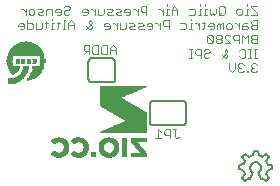
<source format=gbo>
G75*
%MOIN*%
%OFA0B0*%
%FSLAX25Y25*%
%IPPOS*%
%LPD*%
%AMOC8*
5,1,8,0,0,1.08239X$1,22.5*
%
%ADD10C,0.00300*%
%ADD11C,0.00600*%
%ADD12C,0.00010*%
%ADD13R,0.00787X0.00039*%
%ADD14R,0.01457X0.00039*%
%ADD15R,0.02165X0.00039*%
%ADD16R,0.02480X0.00039*%
%ADD17R,0.02992X0.00039*%
%ADD18R,0.03189X0.00039*%
%ADD19R,0.03543X0.00039*%
%ADD20R,0.03740X0.00039*%
%ADD21R,0.04055X0.00039*%
%ADD22R,0.04252X0.00039*%
%ADD23R,0.04488X0.00039*%
%ADD24R,0.04685X0.00039*%
%ADD25R,0.04843X0.00039*%
%ADD26R,0.05079X0.00039*%
%ADD27R,0.05197X0.00079*%
%ADD28R,0.05551X0.00079*%
%ADD29R,0.05866X0.00079*%
%ADD30R,0.06063X0.00039*%
%ADD31R,0.06181X0.00039*%
%ADD32R,0.06339X0.00039*%
%ADD33R,0.06457X0.00039*%
%ADD34R,0.06575X0.00039*%
%ADD35R,0.06732X0.00039*%
%ADD36R,0.06850X0.00039*%
%ADD37R,0.06969X0.00039*%
%ADD38R,0.07047X0.00039*%
%ADD39R,0.07205X0.00039*%
%ADD40R,0.07323X0.00039*%
%ADD41R,0.07441X0.00039*%
%ADD42R,0.07520X0.00039*%
%ADD43R,0.07638X0.00039*%
%ADD44R,0.07717X0.00039*%
%ADD45R,0.07874X0.00039*%
%ADD46R,0.07953X0.00039*%
%ADD47R,0.08150X0.00079*%
%ADD48R,0.08346X0.00079*%
%ADD49R,0.08504X0.00079*%
%ADD50R,0.08701X0.00079*%
%ADD51R,0.08740X0.00039*%
%ADD52R,0.08858X0.00039*%
%ADD53R,0.08937X0.00039*%
%ADD54R,0.09016X0.00039*%
%ADD55R,0.09094X0.00039*%
%ADD56R,0.09134X0.00039*%
%ADD57R,0.09252X0.00039*%
%ADD58R,0.09291X0.00039*%
%ADD59R,0.09409X0.00039*%
%ADD60R,0.09449X0.00039*%
%ADD61R,0.09528X0.00039*%
%ADD62R,0.09606X0.00039*%
%ADD63R,0.09685X0.00039*%
%ADD64R,0.09764X0.00039*%
%ADD65R,0.09803X0.00039*%
%ADD66R,0.09882X0.00039*%
%ADD67R,0.09961X0.00039*%
%ADD68R,0.10000X0.00039*%
%ADD69R,0.10079X0.00079*%
%ADD70R,0.10157X0.00079*%
%ADD71R,0.10315X0.00079*%
%ADD72R,0.10433X0.00079*%
%ADD73R,0.10472X0.00039*%
%ADD74R,0.10512X0.00039*%
%ADD75R,0.10591X0.00039*%
%ADD76R,0.10630X0.00039*%
%ADD77R,0.10669X0.00039*%
%ADD78R,0.10748X0.00039*%
%ADD79R,0.10787X0.00039*%
%ADD80R,0.10827X0.00039*%
%ADD81R,0.10866X0.00039*%
%ADD82R,0.10945X0.00039*%
%ADD83R,0.10984X0.00039*%
%ADD84R,0.11024X0.00039*%
%ADD85R,0.11063X0.00039*%
%ADD86R,0.11142X0.00039*%
%ADD87R,0.11181X0.00039*%
%ADD88R,0.11260X0.00039*%
%ADD89R,0.11299X0.00039*%
%ADD90R,0.11339X0.00039*%
%ADD91R,0.11378X0.00039*%
%ADD92R,0.11417X0.00039*%
%ADD93R,0.11457X0.00039*%
%ADD94R,0.11496X0.00039*%
%ADD95R,0.11535X0.00039*%
%ADD96R,0.11575X0.00039*%
%ADD97R,0.11614X0.00039*%
%ADD98R,0.11654X0.00039*%
%ADD99R,0.11693X0.00039*%
%ADD100R,0.11732X0.00039*%
%ADD101R,0.11811X0.00039*%
%ADD102R,0.11850X0.00039*%
%ADD103R,0.11890X0.00039*%
%ADD104R,0.11969X0.00039*%
%ADD105R,0.12008X0.00039*%
%ADD106R,0.12047X0.00039*%
%ADD107R,0.12087X0.00039*%
%ADD108R,0.12126X0.00039*%
%ADD109R,0.12165X0.00039*%
%ADD110R,0.12205X0.00039*%
%ADD111R,0.12244X0.00039*%
%ADD112R,0.12283X0.00039*%
%ADD113R,0.01535X0.00039*%
%ADD114R,0.01614X0.00039*%
%ADD115R,0.01496X0.00039*%
%ADD116R,0.01654X0.00039*%
%ADD117R,0.01693X0.00039*%
%ADD118R,0.01575X0.00039*%
%ADD119R,0.01732X0.00039*%
%ADD120R,0.01772X0.00039*%
%ADD121R,0.01811X0.00039*%
%ADD122R,0.01102X0.00039*%
%ADD123R,0.01220X0.00039*%
%ADD124R,0.01181X0.00039*%
%ADD125R,0.01142X0.00039*%
%ADD126R,0.01260X0.00039*%
%ADD127R,0.01299X0.00039*%
%ADD128R,0.01850X0.00039*%
%ADD129R,0.03819X0.00039*%
%ADD130R,0.03780X0.00039*%
%ADD131R,0.03976X0.00039*%
%ADD132R,0.03937X0.00039*%
%ADD133R,0.03858X0.00039*%
%ADD134R,0.03701X0.00039*%
%ADD135R,0.03622X0.00039*%
%ADD136R,0.03661X0.00039*%
%ADD137R,0.03425X0.00039*%
%ADD138R,0.03346X0.00039*%
%ADD139R,0.03583X0.00039*%
%ADD140R,0.03268X0.00039*%
%ADD141R,0.03071X0.00039*%
%ADD142R,0.03504X0.00039*%
%ADD143R,0.03031X0.00039*%
%ADD144R,0.01890X0.00039*%
%ADD145R,0.02953X0.00039*%
%ADD146R,0.02835X0.00039*%
%ADD147R,0.03465X0.00039*%
%ADD148R,0.02717X0.00039*%
%ADD149R,0.01929X0.00039*%
%ADD150R,0.02598X0.00039*%
%ADD151R,0.03386X0.00039*%
%ADD152R,0.02362X0.00039*%
%ADD153R,0.02205X0.00039*%
%ADD154R,0.02087X0.00039*%
%ADD155R,0.03307X0.00039*%
%ADD156R,0.02008X0.00039*%
%ADD157R,0.02047X0.00039*%
%ADD158R,0.01339X0.00039*%
%ADD159R,0.03150X0.00039*%
%ADD160R,0.00906X0.00039*%
%ADD161R,0.03110X0.00039*%
%ADD162R,0.02126X0.00039*%
%ADD163R,0.00669X0.00039*%
%ADD164R,0.00394X0.00039*%
%ADD165R,0.02913X0.00039*%
%ADD166R,0.02244X0.00039*%
%ADD167R,0.02323X0.00039*%
%ADD168R,0.02795X0.00039*%
%ADD169R,0.02756X0.00039*%
%ADD170R,0.02402X0.00039*%
%ADD171R,0.02677X0.00039*%
%ADD172R,0.02638X0.00039*%
%ADD173R,0.02520X0.00039*%
%ADD174R,0.02441X0.00039*%
%ADD175R,0.02874X0.00039*%
%ADD176R,0.01969X0.00039*%
%ADD177R,0.03898X0.00039*%
%ADD178R,0.00118X0.00039*%
%ADD179R,0.04764X0.00039*%
%ADD180R,0.04646X0.00039*%
%ADD181R,0.04528X0.00039*%
%ADD182R,0.01024X0.00039*%
%ADD183R,0.04449X0.00039*%
%ADD184R,0.00709X0.00039*%
%ADD185R,0.04331X0.00039*%
%ADD186R,0.04213X0.00039*%
%ADD187R,0.04094X0.00039*%
%ADD188R,0.00984X0.00039*%
D10*
X0059372Y0020244D02*
X0061307Y0020244D01*
X0060339Y0020244D02*
X0060339Y0023147D01*
X0061307Y0022179D01*
X0062319Y0021696D02*
X0062802Y0021212D01*
X0064253Y0021212D01*
X0065749Y0020728D02*
X0065749Y0023147D01*
X0066233Y0023147D02*
X0065265Y0023147D01*
X0064253Y0023147D02*
X0062802Y0023147D01*
X0062319Y0022663D01*
X0062319Y0021696D01*
X0064253Y0023147D02*
X0064253Y0020244D01*
X0065749Y0020728D02*
X0066233Y0020244D01*
X0066716Y0020244D01*
X0067200Y0020728D01*
X0084866Y0042244D02*
X0083899Y0043212D01*
X0083899Y0045147D01*
X0085834Y0045147D02*
X0085834Y0043212D01*
X0084866Y0042244D01*
X0086845Y0042728D02*
X0087329Y0042244D01*
X0088296Y0042244D01*
X0088780Y0042728D01*
X0089770Y0042728D02*
X0089770Y0042244D01*
X0090253Y0042244D01*
X0090253Y0042728D01*
X0089770Y0042728D01*
X0091265Y0042728D02*
X0091749Y0042244D01*
X0092716Y0042244D01*
X0093200Y0042728D01*
X0092233Y0043696D02*
X0091749Y0043696D01*
X0091265Y0043212D01*
X0091265Y0042728D01*
X0091749Y0043696D02*
X0091265Y0044179D01*
X0091265Y0044663D01*
X0091749Y0045147D01*
X0092716Y0045147D01*
X0093200Y0044663D01*
X0093200Y0047044D02*
X0092233Y0047044D01*
X0092716Y0047044D02*
X0092716Y0049947D01*
X0092233Y0049947D02*
X0093200Y0049947D01*
X0091236Y0049947D02*
X0090268Y0049947D01*
X0090752Y0049947D02*
X0090752Y0047044D01*
X0091236Y0047044D02*
X0090268Y0047044D01*
X0089271Y0047528D02*
X0088788Y0047044D01*
X0087820Y0047044D01*
X0087336Y0047528D01*
X0089271Y0047528D02*
X0089271Y0049463D01*
X0088788Y0049947D01*
X0087820Y0049947D01*
X0087336Y0049463D01*
X0087307Y0051844D02*
X0087307Y0054747D01*
X0085856Y0054747D01*
X0085372Y0054263D01*
X0085372Y0053296D01*
X0085856Y0052812D01*
X0087307Y0052812D01*
X0088319Y0051844D02*
X0088319Y0054747D01*
X0089286Y0053779D01*
X0090253Y0054747D01*
X0090253Y0051844D01*
X0091265Y0052328D02*
X0091749Y0051844D01*
X0093200Y0051844D01*
X0093200Y0054747D01*
X0091749Y0054747D01*
X0091265Y0054263D01*
X0091265Y0053779D01*
X0091749Y0053296D01*
X0093200Y0053296D01*
X0091749Y0053296D02*
X0091265Y0052812D01*
X0091265Y0052328D01*
X0091749Y0056644D02*
X0093200Y0056644D01*
X0093200Y0059547D01*
X0091749Y0059547D01*
X0091265Y0059063D01*
X0091265Y0058579D01*
X0091749Y0058096D01*
X0093200Y0058096D01*
X0091749Y0058096D02*
X0091265Y0057612D01*
X0091265Y0057128D01*
X0091749Y0056644D01*
X0090253Y0057128D02*
X0089770Y0057612D01*
X0088319Y0057612D01*
X0088319Y0058096D02*
X0088319Y0056644D01*
X0089770Y0056644D01*
X0090253Y0057128D01*
X0089770Y0058579D02*
X0088802Y0058579D01*
X0088319Y0058096D01*
X0087307Y0058579D02*
X0087307Y0056644D01*
X0087307Y0057612D02*
X0086339Y0058579D01*
X0085856Y0058579D01*
X0084852Y0058096D02*
X0084852Y0057128D01*
X0084368Y0056644D01*
X0083400Y0056644D01*
X0082917Y0057128D01*
X0082917Y0058096D01*
X0083400Y0058579D01*
X0084368Y0058579D01*
X0084852Y0058096D01*
X0081905Y0058579D02*
X0081905Y0056644D01*
X0080938Y0056644D02*
X0080938Y0058096D01*
X0080454Y0058579D01*
X0079970Y0058096D01*
X0079970Y0056644D01*
X0078959Y0057128D02*
X0078959Y0058096D01*
X0078475Y0058579D01*
X0077507Y0058579D01*
X0077024Y0058096D01*
X0077024Y0057612D01*
X0078959Y0057612D01*
X0078959Y0057128D02*
X0078475Y0056644D01*
X0077507Y0056644D01*
X0075528Y0057128D02*
X0075045Y0056644D01*
X0075528Y0057128D02*
X0075528Y0059063D01*
X0075045Y0058579D02*
X0076012Y0058579D01*
X0074048Y0058579D02*
X0074048Y0056644D01*
X0074048Y0057612D02*
X0073080Y0058579D01*
X0072596Y0058579D01*
X0071592Y0058579D02*
X0071108Y0058579D01*
X0071108Y0056644D01*
X0070625Y0056644D02*
X0071592Y0056644D01*
X0069628Y0057128D02*
X0069628Y0058096D01*
X0069144Y0058579D01*
X0067693Y0058579D01*
X0069628Y0057128D02*
X0069144Y0056644D01*
X0067693Y0056644D01*
X0063735Y0056644D02*
X0063735Y0059547D01*
X0062284Y0059547D01*
X0061800Y0059063D01*
X0061800Y0058096D01*
X0062284Y0057612D01*
X0063735Y0057612D01*
X0060788Y0057612D02*
X0059821Y0058579D01*
X0059337Y0058579D01*
X0058333Y0058096D02*
X0057849Y0058579D01*
X0056882Y0058579D01*
X0056398Y0058096D01*
X0056398Y0057612D01*
X0058333Y0057612D01*
X0058333Y0057128D02*
X0058333Y0058096D01*
X0058333Y0057128D02*
X0057849Y0056644D01*
X0056882Y0056644D01*
X0055386Y0056644D02*
X0053935Y0056644D01*
X0053451Y0057128D01*
X0053935Y0057612D01*
X0054903Y0057612D01*
X0055386Y0058096D01*
X0054903Y0058579D01*
X0053451Y0058579D01*
X0052440Y0058096D02*
X0051956Y0058579D01*
X0050505Y0058579D01*
X0049493Y0058579D02*
X0049493Y0057128D01*
X0049010Y0056644D01*
X0047558Y0056644D01*
X0047558Y0058579D01*
X0046547Y0058579D02*
X0046547Y0056644D01*
X0046547Y0057612D02*
X0045579Y0058579D01*
X0045096Y0058579D01*
X0044091Y0058096D02*
X0043608Y0058579D01*
X0042640Y0058579D01*
X0042156Y0058096D01*
X0042156Y0057612D01*
X0044091Y0057612D01*
X0044091Y0057128D02*
X0044091Y0058096D01*
X0044091Y0057128D02*
X0043608Y0056644D01*
X0042640Y0056644D01*
X0038198Y0057128D02*
X0037715Y0056644D01*
X0037231Y0056644D01*
X0036263Y0057612D01*
X0036263Y0056644D02*
X0038198Y0058579D01*
X0038198Y0059063D01*
X0037715Y0059547D01*
X0037231Y0059063D01*
X0037231Y0058579D01*
X0038198Y0057612D01*
X0038198Y0057128D01*
X0039181Y0061444D02*
X0039181Y0063379D01*
X0039181Y0062412D02*
X0038213Y0063379D01*
X0037729Y0063379D01*
X0036725Y0062896D02*
X0036241Y0063379D01*
X0035274Y0063379D01*
X0034790Y0062896D01*
X0034790Y0062412D01*
X0036725Y0062412D01*
X0036725Y0061928D02*
X0036725Y0062896D01*
X0036725Y0061928D02*
X0036241Y0061444D01*
X0035274Y0061444D01*
X0032305Y0058579D02*
X0031338Y0059547D01*
X0030370Y0058579D01*
X0030370Y0056644D01*
X0029359Y0056644D02*
X0028391Y0056644D01*
X0028875Y0056644D02*
X0028875Y0059547D01*
X0029359Y0059547D01*
X0030370Y0058096D02*
X0032305Y0058096D01*
X0032305Y0058579D02*
X0032305Y0056644D01*
X0027394Y0058579D02*
X0026427Y0058579D01*
X0026911Y0059063D02*
X0026911Y0057128D01*
X0026427Y0056644D01*
X0025430Y0056644D02*
X0024463Y0056644D01*
X0024946Y0056644D02*
X0024946Y0058579D01*
X0025430Y0058579D01*
X0024946Y0059547D02*
X0024946Y0060031D01*
X0024939Y0061444D02*
X0024939Y0063379D01*
X0023488Y0063379D01*
X0023004Y0062896D01*
X0023004Y0061444D01*
X0021992Y0061444D02*
X0020541Y0061444D01*
X0020058Y0061928D01*
X0020541Y0062412D01*
X0021509Y0062412D01*
X0021992Y0062896D01*
X0021509Y0063379D01*
X0020058Y0063379D01*
X0019046Y0062896D02*
X0019046Y0061928D01*
X0018562Y0061444D01*
X0017595Y0061444D01*
X0017111Y0061928D01*
X0017111Y0062896D01*
X0017595Y0063379D01*
X0018562Y0063379D01*
X0019046Y0062896D01*
X0016099Y0063379D02*
X0016099Y0061444D01*
X0016099Y0062412D02*
X0015132Y0063379D01*
X0014648Y0063379D01*
X0016620Y0059547D02*
X0016620Y0056644D01*
X0018071Y0056644D01*
X0018555Y0057128D01*
X0018555Y0058096D01*
X0018071Y0058579D01*
X0016620Y0058579D01*
X0015608Y0058096D02*
X0015125Y0058579D01*
X0014157Y0058579D01*
X0013673Y0058096D01*
X0013673Y0057612D01*
X0015608Y0057612D01*
X0015608Y0057128D02*
X0015608Y0058096D01*
X0015608Y0057128D02*
X0015125Y0056644D01*
X0014157Y0056644D01*
X0019566Y0056644D02*
X0019566Y0058579D01*
X0021501Y0058579D02*
X0021501Y0057128D01*
X0021018Y0056644D01*
X0019566Y0056644D01*
X0022498Y0056644D02*
X0022982Y0057128D01*
X0022982Y0059063D01*
X0023466Y0058579D02*
X0022498Y0058579D01*
X0026434Y0061444D02*
X0027402Y0061444D01*
X0027886Y0061928D01*
X0027886Y0062896D01*
X0027402Y0063379D01*
X0026434Y0063379D01*
X0025951Y0062896D01*
X0025951Y0062412D01*
X0027886Y0062412D01*
X0028897Y0062412D02*
X0028897Y0061928D01*
X0029381Y0061444D01*
X0030348Y0061444D01*
X0030832Y0061928D01*
X0030348Y0062896D02*
X0029381Y0062896D01*
X0028897Y0062412D01*
X0028897Y0063863D02*
X0029381Y0064347D01*
X0030348Y0064347D01*
X0030832Y0063863D01*
X0030832Y0063379D01*
X0030348Y0062896D01*
X0040192Y0063379D02*
X0040192Y0061444D01*
X0041643Y0061444D01*
X0042127Y0061928D01*
X0042127Y0063379D01*
X0043139Y0063379D02*
X0044590Y0063379D01*
X0045074Y0062896D01*
X0044590Y0062412D01*
X0043622Y0062412D01*
X0043139Y0061928D01*
X0043622Y0061444D01*
X0045074Y0061444D01*
X0046085Y0061928D02*
X0046569Y0062412D01*
X0047536Y0062412D01*
X0048020Y0062896D01*
X0047536Y0063379D01*
X0046085Y0063379D01*
X0046085Y0061928D02*
X0046569Y0061444D01*
X0048020Y0061444D01*
X0049032Y0062412D02*
X0050967Y0062412D01*
X0050967Y0061928D02*
X0050967Y0062896D01*
X0050483Y0063379D01*
X0049515Y0063379D01*
X0049032Y0062896D01*
X0049032Y0062412D01*
X0049515Y0061444D02*
X0050483Y0061444D01*
X0050967Y0061928D01*
X0051971Y0063379D02*
X0052455Y0063379D01*
X0053422Y0062412D01*
X0053422Y0063379D02*
X0053422Y0061444D01*
X0054434Y0062896D02*
X0054917Y0062412D01*
X0056369Y0062412D01*
X0056369Y0061444D02*
X0056369Y0064347D01*
X0054917Y0064347D01*
X0054434Y0063863D01*
X0054434Y0062896D01*
X0052440Y0058096D02*
X0051956Y0057612D01*
X0050989Y0057612D01*
X0050505Y0057128D01*
X0050989Y0056644D01*
X0052440Y0056644D01*
X0046200Y0050179D02*
X0045233Y0051147D01*
X0044265Y0050179D01*
X0044265Y0048244D01*
X0043253Y0048244D02*
X0041802Y0048244D01*
X0041319Y0048728D01*
X0041319Y0050663D01*
X0041802Y0051147D01*
X0043253Y0051147D01*
X0043253Y0048244D01*
X0044265Y0049696D02*
X0046200Y0049696D01*
X0046200Y0050179D02*
X0046200Y0048244D01*
X0040307Y0048244D02*
X0038856Y0048244D01*
X0038372Y0048728D01*
X0038372Y0050663D01*
X0038856Y0051147D01*
X0040307Y0051147D01*
X0040307Y0048244D01*
X0037360Y0048244D02*
X0037360Y0051147D01*
X0035909Y0051147D01*
X0035425Y0050663D01*
X0035425Y0049696D01*
X0035909Y0049212D01*
X0037360Y0049212D01*
X0036393Y0049212D02*
X0035425Y0048244D01*
X0060788Y0056644D02*
X0060788Y0058579D01*
X0061770Y0061444D02*
X0061770Y0063379D01*
X0060803Y0063379D02*
X0060319Y0063379D01*
X0060803Y0063379D02*
X0061770Y0062412D01*
X0062767Y0061444D02*
X0063735Y0061444D01*
X0063251Y0061444D02*
X0063251Y0063379D01*
X0063735Y0063379D01*
X0064746Y0063379D02*
X0064746Y0061444D01*
X0064746Y0062896D02*
X0066681Y0062896D01*
X0066681Y0063379D02*
X0065714Y0064347D01*
X0064746Y0063379D01*
X0063251Y0064347D02*
X0063251Y0064831D01*
X0066681Y0063379D02*
X0066681Y0061444D01*
X0070639Y0061444D02*
X0072091Y0061444D01*
X0072574Y0061928D01*
X0072574Y0062896D01*
X0072091Y0063379D01*
X0070639Y0063379D01*
X0074055Y0063379D02*
X0074055Y0061444D01*
X0074539Y0061444D02*
X0073571Y0061444D01*
X0075536Y0061444D02*
X0076503Y0061444D01*
X0076019Y0061444D02*
X0076019Y0063379D01*
X0076503Y0063379D01*
X0077515Y0063379D02*
X0077515Y0061928D01*
X0077998Y0061444D01*
X0078482Y0061928D01*
X0078966Y0061444D01*
X0079450Y0061928D01*
X0079450Y0063379D01*
X0080461Y0063863D02*
X0080461Y0061928D01*
X0080945Y0061444D01*
X0081912Y0061444D01*
X0082396Y0061928D01*
X0082396Y0063863D01*
X0081912Y0064347D01*
X0080945Y0064347D01*
X0080461Y0063863D01*
X0081429Y0062412D02*
X0080461Y0061444D01*
X0081421Y0058579D02*
X0080938Y0058096D01*
X0081421Y0058579D02*
X0081905Y0058579D01*
X0086354Y0061928D02*
X0086354Y0062896D01*
X0086838Y0063379D01*
X0087805Y0063379D01*
X0088289Y0062896D01*
X0088289Y0061928D01*
X0087805Y0061444D01*
X0086838Y0061444D01*
X0086354Y0061928D01*
X0089286Y0061444D02*
X0090253Y0061444D01*
X0089770Y0061444D02*
X0089770Y0063379D01*
X0090253Y0063379D01*
X0089770Y0064347D02*
X0089770Y0064831D01*
X0091265Y0064347D02*
X0091265Y0063863D01*
X0093200Y0061928D01*
X0093200Y0061444D01*
X0091265Y0061444D01*
X0091265Y0064347D02*
X0093200Y0064347D01*
X0083877Y0054747D02*
X0082909Y0054747D01*
X0082425Y0054263D01*
X0082425Y0053779D01*
X0084360Y0051844D01*
X0082425Y0051844D01*
X0081414Y0052328D02*
X0081414Y0052812D01*
X0080930Y0053296D01*
X0079963Y0053296D01*
X0079479Y0052812D01*
X0079479Y0052328D01*
X0079963Y0051844D01*
X0080930Y0051844D01*
X0081414Y0052328D01*
X0080930Y0053296D02*
X0081414Y0053779D01*
X0081414Y0054263D01*
X0080930Y0054747D01*
X0079963Y0054747D01*
X0079479Y0054263D01*
X0079479Y0053779D01*
X0079963Y0053296D01*
X0078467Y0054263D02*
X0077984Y0054747D01*
X0077016Y0054747D01*
X0076532Y0054263D01*
X0078467Y0052328D01*
X0077984Y0051844D01*
X0077016Y0051844D01*
X0076532Y0052328D01*
X0076532Y0054263D01*
X0078467Y0054263D02*
X0078467Y0052328D01*
X0077002Y0049947D02*
X0076034Y0049947D01*
X0075550Y0049463D01*
X0076034Y0048496D02*
X0075550Y0048012D01*
X0075550Y0047528D01*
X0076034Y0047044D01*
X0077002Y0047044D01*
X0077485Y0047528D01*
X0077002Y0048496D02*
X0076034Y0048496D01*
X0077002Y0048496D02*
X0077485Y0048979D01*
X0077485Y0049463D01*
X0077002Y0049947D01*
X0074539Y0049947D02*
X0073087Y0049947D01*
X0072604Y0049463D01*
X0072604Y0048496D01*
X0073087Y0048012D01*
X0074539Y0048012D01*
X0074539Y0047044D02*
X0074539Y0049947D01*
X0071592Y0049947D02*
X0070625Y0049947D01*
X0071108Y0049947D02*
X0071108Y0047044D01*
X0070625Y0047044D02*
X0071592Y0047044D01*
X0081443Y0047044D02*
X0083378Y0048979D01*
X0083378Y0049463D01*
X0082895Y0049947D01*
X0082411Y0049463D01*
X0082411Y0048979D01*
X0083378Y0048012D01*
X0083378Y0047528D01*
X0082895Y0047044D01*
X0082411Y0047044D01*
X0081443Y0048012D01*
X0086845Y0044663D02*
X0086845Y0044179D01*
X0087329Y0043696D01*
X0086845Y0043212D01*
X0086845Y0042728D01*
X0087329Y0043696D02*
X0087813Y0043696D01*
X0088780Y0044663D02*
X0088296Y0045147D01*
X0087329Y0045147D01*
X0086845Y0044663D01*
X0084360Y0054263D02*
X0083877Y0054747D01*
X0074539Y0063379D02*
X0074055Y0063379D01*
X0074055Y0064347D02*
X0074055Y0064831D01*
X0076019Y0064831D02*
X0076019Y0064347D01*
X0071108Y0060031D02*
X0071108Y0059547D01*
D11*
X0045850Y0045894D02*
X0045850Y0039894D01*
X0045848Y0039834D01*
X0045843Y0039773D01*
X0045834Y0039714D01*
X0045821Y0039655D01*
X0045805Y0039596D01*
X0045785Y0039539D01*
X0045762Y0039484D01*
X0045735Y0039429D01*
X0045706Y0039377D01*
X0045673Y0039326D01*
X0045637Y0039277D01*
X0045599Y0039231D01*
X0045557Y0039187D01*
X0045513Y0039145D01*
X0045467Y0039107D01*
X0045418Y0039071D01*
X0045367Y0039038D01*
X0045315Y0039009D01*
X0045260Y0038982D01*
X0045205Y0038959D01*
X0045148Y0038939D01*
X0045089Y0038923D01*
X0045030Y0038910D01*
X0044971Y0038901D01*
X0044910Y0038896D01*
X0044850Y0038894D01*
X0038050Y0038894D01*
X0037990Y0038896D01*
X0037929Y0038901D01*
X0037870Y0038910D01*
X0037811Y0038923D01*
X0037752Y0038939D01*
X0037695Y0038959D01*
X0037640Y0038982D01*
X0037585Y0039009D01*
X0037533Y0039038D01*
X0037482Y0039071D01*
X0037433Y0039107D01*
X0037387Y0039145D01*
X0037343Y0039187D01*
X0037301Y0039231D01*
X0037263Y0039277D01*
X0037227Y0039326D01*
X0037194Y0039377D01*
X0037165Y0039429D01*
X0037138Y0039484D01*
X0037115Y0039539D01*
X0037095Y0039596D01*
X0037079Y0039655D01*
X0037066Y0039714D01*
X0037057Y0039773D01*
X0037052Y0039834D01*
X0037050Y0039894D01*
X0037050Y0045894D01*
X0037052Y0045954D01*
X0037057Y0046015D01*
X0037066Y0046074D01*
X0037079Y0046133D01*
X0037095Y0046192D01*
X0037115Y0046249D01*
X0037138Y0046304D01*
X0037165Y0046359D01*
X0037194Y0046411D01*
X0037227Y0046462D01*
X0037263Y0046511D01*
X0037301Y0046557D01*
X0037343Y0046601D01*
X0037387Y0046643D01*
X0037433Y0046681D01*
X0037482Y0046717D01*
X0037533Y0046750D01*
X0037585Y0046779D01*
X0037640Y0046806D01*
X0037695Y0046829D01*
X0037752Y0046849D01*
X0037811Y0046865D01*
X0037870Y0046878D01*
X0037929Y0046887D01*
X0037990Y0046892D01*
X0038050Y0046894D01*
X0044850Y0046894D01*
X0044910Y0046892D01*
X0044971Y0046887D01*
X0045030Y0046878D01*
X0045089Y0046865D01*
X0045148Y0046849D01*
X0045205Y0046829D01*
X0045260Y0046806D01*
X0045315Y0046779D01*
X0045367Y0046750D01*
X0045418Y0046717D01*
X0045467Y0046681D01*
X0045513Y0046643D01*
X0045557Y0046601D01*
X0045599Y0046557D01*
X0045637Y0046511D01*
X0045673Y0046462D01*
X0045706Y0046411D01*
X0045735Y0046359D01*
X0045762Y0046304D01*
X0045785Y0046249D01*
X0045805Y0046192D01*
X0045821Y0046133D01*
X0045834Y0046074D01*
X0045843Y0046015D01*
X0045848Y0045954D01*
X0045850Y0045894D01*
X0058502Y0032634D02*
X0068502Y0032634D01*
X0068562Y0032632D01*
X0068623Y0032627D01*
X0068682Y0032618D01*
X0068741Y0032605D01*
X0068800Y0032589D01*
X0068857Y0032569D01*
X0068912Y0032546D01*
X0068967Y0032519D01*
X0069019Y0032490D01*
X0069070Y0032457D01*
X0069119Y0032421D01*
X0069165Y0032383D01*
X0069209Y0032341D01*
X0069251Y0032297D01*
X0069289Y0032251D01*
X0069325Y0032202D01*
X0069358Y0032151D01*
X0069387Y0032099D01*
X0069414Y0032044D01*
X0069437Y0031989D01*
X0069457Y0031932D01*
X0069473Y0031873D01*
X0069486Y0031814D01*
X0069495Y0031755D01*
X0069500Y0031694D01*
X0069502Y0031634D01*
X0069502Y0025634D01*
X0069500Y0025574D01*
X0069495Y0025513D01*
X0069486Y0025454D01*
X0069473Y0025395D01*
X0069457Y0025336D01*
X0069437Y0025279D01*
X0069414Y0025224D01*
X0069387Y0025169D01*
X0069358Y0025117D01*
X0069325Y0025066D01*
X0069289Y0025017D01*
X0069251Y0024971D01*
X0069209Y0024927D01*
X0069165Y0024885D01*
X0069119Y0024847D01*
X0069070Y0024811D01*
X0069019Y0024778D01*
X0068967Y0024749D01*
X0068912Y0024722D01*
X0068857Y0024699D01*
X0068800Y0024679D01*
X0068741Y0024663D01*
X0068682Y0024650D01*
X0068623Y0024641D01*
X0068562Y0024636D01*
X0068502Y0024634D01*
X0058502Y0024634D01*
X0058442Y0024636D01*
X0058381Y0024641D01*
X0058322Y0024650D01*
X0058263Y0024663D01*
X0058204Y0024679D01*
X0058147Y0024699D01*
X0058092Y0024722D01*
X0058037Y0024749D01*
X0057985Y0024778D01*
X0057934Y0024811D01*
X0057885Y0024847D01*
X0057839Y0024885D01*
X0057795Y0024927D01*
X0057753Y0024971D01*
X0057715Y0025017D01*
X0057679Y0025066D01*
X0057646Y0025117D01*
X0057617Y0025169D01*
X0057590Y0025224D01*
X0057567Y0025279D01*
X0057547Y0025336D01*
X0057531Y0025395D01*
X0057518Y0025454D01*
X0057509Y0025513D01*
X0057504Y0025574D01*
X0057502Y0025634D01*
X0057502Y0031634D01*
X0057504Y0031694D01*
X0057509Y0031755D01*
X0057518Y0031814D01*
X0057531Y0031873D01*
X0057547Y0031932D01*
X0057567Y0031989D01*
X0057590Y0032044D01*
X0057617Y0032099D01*
X0057646Y0032151D01*
X0057679Y0032202D01*
X0057715Y0032251D01*
X0057753Y0032297D01*
X0057795Y0032341D01*
X0057839Y0032383D01*
X0057885Y0032421D01*
X0057934Y0032457D01*
X0057985Y0032490D01*
X0058037Y0032519D01*
X0058092Y0032546D01*
X0058147Y0032569D01*
X0058204Y0032589D01*
X0058263Y0032605D01*
X0058322Y0032618D01*
X0058381Y0032627D01*
X0058442Y0032632D01*
X0058502Y0032634D01*
X0087250Y0011194D02*
X0087250Y0009894D01*
X0088650Y0009594D01*
X0089250Y0008294D01*
X0088350Y0006994D01*
X0089250Y0006094D01*
X0090450Y0006894D01*
X0091050Y0006594D01*
X0091950Y0008894D01*
X0093550Y0008894D02*
X0094550Y0006594D01*
X0095050Y0006894D01*
X0096250Y0006094D01*
X0097150Y0006994D01*
X0096350Y0008294D01*
X0096850Y0009594D01*
X0098350Y0009894D01*
X0098350Y0011194D01*
X0096850Y0011394D01*
X0096250Y0012694D01*
X0097150Y0013994D01*
X0096250Y0014894D01*
X0094950Y0013994D01*
X0093750Y0014494D01*
X0093450Y0016094D01*
X0092150Y0016094D01*
X0091850Y0014494D01*
X0090650Y0013994D01*
X0089250Y0014894D01*
X0088350Y0013994D01*
X0089250Y0012694D01*
X0088750Y0011494D01*
X0087250Y0011194D01*
X0091950Y0008894D02*
X0091876Y0008933D01*
X0091803Y0008976D01*
X0091733Y0009022D01*
X0091665Y0009072D01*
X0091599Y0009124D01*
X0091536Y0009180D01*
X0091476Y0009238D01*
X0091418Y0009299D01*
X0091364Y0009363D01*
X0091312Y0009429D01*
X0091264Y0009498D01*
X0091219Y0009569D01*
X0091177Y0009642D01*
X0091139Y0009717D01*
X0091104Y0009793D01*
X0091073Y0009871D01*
X0091045Y0009951D01*
X0091022Y0010032D01*
X0091002Y0010113D01*
X0090986Y0010196D01*
X0090974Y0010279D01*
X0090966Y0010363D01*
X0090962Y0010446D01*
X0090961Y0010531D01*
X0090965Y0010614D01*
X0090973Y0010698D01*
X0090984Y0010781D01*
X0091000Y0010864D01*
X0091019Y0010946D01*
X0091042Y0011027D01*
X0091069Y0011106D01*
X0091100Y0011185D01*
X0091134Y0011261D01*
X0091172Y0011336D01*
X0091213Y0011409D01*
X0091258Y0011481D01*
X0091306Y0011550D01*
X0091357Y0011616D01*
X0091411Y0011681D01*
X0091468Y0011742D01*
X0091528Y0011801D01*
X0091591Y0011857D01*
X0091656Y0011910D01*
X0091724Y0011960D01*
X0091794Y0012006D01*
X0091866Y0012049D01*
X0091940Y0012089D01*
X0092016Y0012125D01*
X0092093Y0012158D01*
X0092172Y0012187D01*
X0092252Y0012212D01*
X0092334Y0012234D01*
X0092416Y0012252D01*
X0092499Y0012265D01*
X0092582Y0012275D01*
X0092666Y0012281D01*
X0092750Y0012283D01*
X0092834Y0012281D01*
X0092918Y0012275D01*
X0093001Y0012265D01*
X0093084Y0012252D01*
X0093166Y0012234D01*
X0093248Y0012212D01*
X0093328Y0012187D01*
X0093407Y0012158D01*
X0093484Y0012125D01*
X0093560Y0012089D01*
X0093634Y0012049D01*
X0093706Y0012006D01*
X0093776Y0011960D01*
X0093844Y0011910D01*
X0093909Y0011857D01*
X0093972Y0011801D01*
X0094032Y0011742D01*
X0094089Y0011681D01*
X0094143Y0011616D01*
X0094194Y0011550D01*
X0094242Y0011481D01*
X0094287Y0011409D01*
X0094328Y0011336D01*
X0094366Y0011261D01*
X0094400Y0011185D01*
X0094431Y0011106D01*
X0094458Y0011027D01*
X0094481Y0010946D01*
X0094500Y0010864D01*
X0094516Y0010781D01*
X0094527Y0010698D01*
X0094535Y0010614D01*
X0094539Y0010531D01*
X0094538Y0010446D01*
X0094534Y0010363D01*
X0094526Y0010279D01*
X0094514Y0010196D01*
X0094498Y0010113D01*
X0094478Y0010032D01*
X0094455Y0009951D01*
X0094427Y0009871D01*
X0094396Y0009793D01*
X0094361Y0009717D01*
X0094323Y0009642D01*
X0094281Y0009569D01*
X0094236Y0009498D01*
X0094188Y0009429D01*
X0094136Y0009363D01*
X0094082Y0009299D01*
X0094024Y0009238D01*
X0093964Y0009180D01*
X0093901Y0009124D01*
X0093835Y0009072D01*
X0093767Y0009022D01*
X0093697Y0008976D01*
X0093624Y0008933D01*
X0093550Y0008894D01*
D12*
X0025181Y0015820D02*
X0024516Y0015152D01*
X0024673Y0015003D01*
X0025098Y0014647D01*
X0025574Y0014361D01*
X0026094Y0014170D01*
X0026634Y0014087D01*
X0027181Y0014065D01*
X0027725Y0014110D01*
X0028296Y0014282D01*
X0028828Y0014551D01*
X0029299Y0014917D01*
X0029690Y0015367D01*
X0029987Y0015884D01*
X0030184Y0016447D01*
X0030260Y0016970D01*
X0030268Y0017498D01*
X0030207Y0018023D01*
X0030035Y0018552D01*
X0028404Y0018552D01*
X0028398Y0018560D02*
X0030030Y0018560D01*
X0030026Y0018569D02*
X0028393Y0018569D01*
X0028387Y0018577D02*
X0030021Y0018577D01*
X0030017Y0018586D02*
X0028381Y0018586D01*
X0028375Y0018594D02*
X0030013Y0018594D01*
X0030008Y0018603D02*
X0028369Y0018603D01*
X0028363Y0018611D02*
X0030004Y0018611D01*
X0029999Y0018620D02*
X0028357Y0018620D01*
X0028351Y0018628D02*
X0029995Y0018628D01*
X0029990Y0018637D02*
X0028345Y0018637D01*
X0028340Y0018645D02*
X0029986Y0018645D01*
X0029981Y0018654D02*
X0028334Y0018654D01*
X0028328Y0018662D02*
X0029977Y0018662D01*
X0029972Y0018671D02*
X0028322Y0018671D01*
X0028316Y0018679D02*
X0029968Y0018679D01*
X0029963Y0018688D02*
X0028310Y0018688D01*
X0028304Y0018696D02*
X0029959Y0018696D01*
X0029954Y0018705D02*
X0028294Y0018705D01*
X0028304Y0018697D02*
X0027849Y0019046D01*
X0027304Y0019224D01*
X0026730Y0019215D01*
X0026182Y0019043D01*
X0025689Y0018747D01*
X0025417Y0018558D01*
X0025201Y0018809D01*
X0024984Y0019058D01*
X0024772Y0019301D01*
X0024559Y0019544D01*
X0024796Y0019755D01*
X0025165Y0020023D01*
X0025570Y0020233D01*
X0025999Y0020391D01*
X0026482Y0020476D01*
X0026975Y0020487D01*
X0027520Y0020471D01*
X0028053Y0020365D01*
X0028553Y0020150D01*
X0029026Y0019858D01*
X0029436Y0019483D01*
X0029776Y0019043D01*
X0030035Y0018552D01*
X0030038Y0018543D02*
X0028410Y0018543D01*
X0028416Y0018535D02*
X0030041Y0018535D01*
X0030043Y0018526D02*
X0028422Y0018526D01*
X0028428Y0018518D02*
X0030046Y0018518D01*
X0030049Y0018509D02*
X0028434Y0018509D01*
X0028440Y0018501D02*
X0030052Y0018501D01*
X0030054Y0018492D02*
X0028445Y0018492D01*
X0028451Y0018484D02*
X0030057Y0018484D01*
X0030060Y0018475D02*
X0028457Y0018475D01*
X0028463Y0018466D02*
X0030063Y0018466D01*
X0030065Y0018458D02*
X0028469Y0018458D01*
X0028475Y0018449D02*
X0030068Y0018449D01*
X0030071Y0018441D02*
X0028481Y0018441D01*
X0028487Y0018432D02*
X0030074Y0018432D01*
X0030077Y0018424D02*
X0028492Y0018424D01*
X0028498Y0018415D02*
X0030079Y0018415D01*
X0030082Y0018407D02*
X0028504Y0018407D01*
X0028510Y0018398D02*
X0030085Y0018398D01*
X0030088Y0018390D02*
X0028516Y0018390D01*
X0028522Y0018381D02*
X0030090Y0018381D01*
X0030093Y0018373D02*
X0028528Y0018373D01*
X0028534Y0018364D02*
X0030096Y0018364D01*
X0030099Y0018356D02*
X0028540Y0018356D01*
X0028545Y0018347D02*
X0030101Y0018347D01*
X0030104Y0018339D02*
X0028551Y0018339D01*
X0028557Y0018330D02*
X0030107Y0018330D01*
X0030110Y0018322D02*
X0028563Y0018322D01*
X0028569Y0018313D02*
X0030113Y0018313D01*
X0030115Y0018305D02*
X0028575Y0018305D01*
X0028581Y0018296D02*
X0030118Y0018296D01*
X0030121Y0018288D02*
X0028587Y0018288D01*
X0028592Y0018279D02*
X0030124Y0018279D01*
X0030126Y0018271D02*
X0028598Y0018271D01*
X0028604Y0018262D02*
X0030129Y0018262D01*
X0030132Y0018254D02*
X0028610Y0018254D01*
X0028616Y0018245D02*
X0030135Y0018245D01*
X0030137Y0018237D02*
X0028622Y0018237D01*
X0028628Y0018228D02*
X0030140Y0018228D01*
X0030143Y0018220D02*
X0028634Y0018220D01*
X0028639Y0018211D02*
X0030146Y0018211D01*
X0030149Y0018203D02*
X0028645Y0018203D01*
X0028647Y0018200D02*
X0028304Y0018697D01*
X0028283Y0018713D02*
X0029950Y0018713D01*
X0029945Y0018722D02*
X0028272Y0018722D01*
X0028260Y0018730D02*
X0029941Y0018730D01*
X0029936Y0018739D02*
X0028249Y0018739D01*
X0028238Y0018747D02*
X0029932Y0018747D01*
X0029927Y0018756D02*
X0028227Y0018756D01*
X0028216Y0018764D02*
X0029923Y0018764D01*
X0029918Y0018773D02*
X0028205Y0018773D01*
X0028194Y0018781D02*
X0029914Y0018781D01*
X0029909Y0018790D02*
X0028183Y0018790D01*
X0028172Y0018799D02*
X0029905Y0018799D01*
X0029900Y0018807D02*
X0028160Y0018807D01*
X0028149Y0018816D02*
X0029896Y0018816D01*
X0029891Y0018824D02*
X0028138Y0018824D01*
X0028127Y0018833D02*
X0029887Y0018833D01*
X0029882Y0018841D02*
X0028116Y0018841D01*
X0028105Y0018850D02*
X0029878Y0018850D01*
X0029873Y0018858D02*
X0028094Y0018858D01*
X0028083Y0018867D02*
X0029869Y0018867D01*
X0029864Y0018875D02*
X0028072Y0018875D01*
X0028060Y0018884D02*
X0029860Y0018884D01*
X0029855Y0018892D02*
X0028049Y0018892D01*
X0028038Y0018901D02*
X0029851Y0018901D01*
X0029846Y0018909D02*
X0028027Y0018909D01*
X0028016Y0018918D02*
X0029842Y0018918D01*
X0029837Y0018926D02*
X0028005Y0018926D01*
X0027994Y0018935D02*
X0029833Y0018935D01*
X0029828Y0018943D02*
X0027983Y0018943D01*
X0027972Y0018952D02*
X0029824Y0018952D01*
X0029819Y0018960D02*
X0027961Y0018960D01*
X0027949Y0018969D02*
X0029815Y0018969D01*
X0029810Y0018977D02*
X0027938Y0018977D01*
X0027927Y0018986D02*
X0029806Y0018986D01*
X0029802Y0018994D02*
X0027916Y0018994D01*
X0027905Y0019003D02*
X0029797Y0019003D01*
X0029793Y0019011D02*
X0027894Y0019011D01*
X0027883Y0019020D02*
X0029788Y0019020D01*
X0029784Y0019028D02*
X0027872Y0019028D01*
X0027861Y0019037D02*
X0029779Y0019037D01*
X0029774Y0019045D02*
X0027849Y0019045D01*
X0027824Y0019054D02*
X0029768Y0019054D01*
X0029761Y0019062D02*
X0027798Y0019062D01*
X0027772Y0019071D02*
X0029754Y0019071D01*
X0029748Y0019079D02*
X0027746Y0019079D01*
X0027720Y0019088D02*
X0029741Y0019088D01*
X0029735Y0019097D02*
X0027694Y0019097D01*
X0027668Y0019105D02*
X0029728Y0019105D01*
X0029722Y0019114D02*
X0027642Y0019114D01*
X0027616Y0019122D02*
X0029715Y0019122D01*
X0029708Y0019131D02*
X0027590Y0019131D01*
X0027564Y0019139D02*
X0029702Y0019139D01*
X0029695Y0019148D02*
X0027538Y0019148D01*
X0027512Y0019156D02*
X0029689Y0019156D01*
X0029682Y0019165D02*
X0027486Y0019165D01*
X0027460Y0019173D02*
X0029676Y0019173D01*
X0029669Y0019182D02*
X0027434Y0019182D01*
X0027408Y0019190D02*
X0029662Y0019190D01*
X0029656Y0019199D02*
X0027381Y0019199D01*
X0027355Y0019207D02*
X0029649Y0019207D01*
X0029643Y0019216D02*
X0027329Y0019216D01*
X0026754Y0019216D02*
X0024846Y0019216D01*
X0024839Y0019224D02*
X0029636Y0019224D01*
X0029630Y0019233D02*
X0024832Y0019233D01*
X0024824Y0019241D02*
X0029623Y0019241D01*
X0029616Y0019250D02*
X0024817Y0019250D01*
X0024809Y0019258D02*
X0029610Y0019258D01*
X0029603Y0019267D02*
X0024802Y0019267D01*
X0024794Y0019275D02*
X0029597Y0019275D01*
X0029590Y0019284D02*
X0024787Y0019284D01*
X0024779Y0019292D02*
X0029584Y0019292D01*
X0029577Y0019301D02*
X0024772Y0019301D01*
X0024765Y0019309D02*
X0029571Y0019309D01*
X0029564Y0019318D02*
X0024757Y0019318D01*
X0024750Y0019326D02*
X0029557Y0019326D01*
X0029551Y0019335D02*
X0024742Y0019335D01*
X0024735Y0019343D02*
X0029544Y0019343D01*
X0029538Y0019352D02*
X0024727Y0019352D01*
X0024720Y0019360D02*
X0029531Y0019360D01*
X0029525Y0019369D02*
X0024712Y0019369D01*
X0024705Y0019377D02*
X0029518Y0019377D01*
X0029511Y0019386D02*
X0024698Y0019386D01*
X0024690Y0019394D02*
X0029505Y0019394D01*
X0029498Y0019403D02*
X0024683Y0019403D01*
X0024675Y0019412D02*
X0029492Y0019412D01*
X0029485Y0019420D02*
X0024668Y0019420D01*
X0024660Y0019429D02*
X0029479Y0019429D01*
X0029472Y0019437D02*
X0024653Y0019437D01*
X0024645Y0019446D02*
X0029465Y0019446D01*
X0029459Y0019454D02*
X0024638Y0019454D01*
X0024631Y0019463D02*
X0029452Y0019463D01*
X0029446Y0019471D02*
X0024623Y0019471D01*
X0024616Y0019480D02*
X0029439Y0019480D01*
X0029431Y0019488D02*
X0024608Y0019488D01*
X0024601Y0019497D02*
X0029422Y0019497D01*
X0029412Y0019505D02*
X0024593Y0019505D01*
X0024586Y0019514D02*
X0029403Y0019514D01*
X0029394Y0019522D02*
X0024579Y0019522D01*
X0024571Y0019531D02*
X0029384Y0019531D01*
X0029375Y0019539D02*
X0024564Y0019539D01*
X0024563Y0019548D02*
X0029366Y0019548D01*
X0029356Y0019556D02*
X0024573Y0019556D01*
X0024583Y0019565D02*
X0029347Y0019565D01*
X0029338Y0019573D02*
X0024592Y0019573D01*
X0024602Y0019582D02*
X0029328Y0019582D01*
X0029319Y0019590D02*
X0024611Y0019590D01*
X0024621Y0019599D02*
X0029310Y0019599D01*
X0029300Y0019607D02*
X0024630Y0019607D01*
X0024640Y0019616D02*
X0029291Y0019616D01*
X0029282Y0019624D02*
X0024649Y0019624D01*
X0024659Y0019633D02*
X0029272Y0019633D01*
X0029263Y0019641D02*
X0024669Y0019641D01*
X0024678Y0019650D02*
X0029254Y0019650D01*
X0029244Y0019658D02*
X0024688Y0019658D01*
X0024697Y0019667D02*
X0029235Y0019667D01*
X0029226Y0019675D02*
X0024707Y0019675D01*
X0024716Y0019684D02*
X0029216Y0019684D01*
X0029207Y0019692D02*
X0024726Y0019692D01*
X0024735Y0019701D02*
X0029198Y0019701D01*
X0029188Y0019709D02*
X0024745Y0019709D01*
X0024754Y0019718D02*
X0029179Y0019718D01*
X0029170Y0019727D02*
X0024764Y0019727D01*
X0024774Y0019735D02*
X0029160Y0019735D01*
X0029151Y0019744D02*
X0024783Y0019744D01*
X0024793Y0019752D02*
X0029142Y0019752D01*
X0029132Y0019761D02*
X0024804Y0019761D01*
X0024815Y0019769D02*
X0029123Y0019769D01*
X0029114Y0019778D02*
X0024827Y0019778D01*
X0024839Y0019786D02*
X0029104Y0019786D01*
X0029095Y0019795D02*
X0024851Y0019795D01*
X0024862Y0019803D02*
X0029086Y0019803D01*
X0029076Y0019812D02*
X0024874Y0019812D01*
X0024886Y0019820D02*
X0029067Y0019820D01*
X0029058Y0019829D02*
X0024898Y0019829D01*
X0024909Y0019837D02*
X0029048Y0019837D01*
X0029039Y0019846D02*
X0024921Y0019846D01*
X0024933Y0019854D02*
X0029030Y0019854D01*
X0029018Y0019863D02*
X0024944Y0019863D01*
X0024956Y0019871D02*
X0029004Y0019871D01*
X0028990Y0019880D02*
X0024968Y0019880D01*
X0024980Y0019888D02*
X0028976Y0019888D01*
X0028963Y0019897D02*
X0024991Y0019897D01*
X0025003Y0019905D02*
X0028949Y0019905D01*
X0028935Y0019914D02*
X0025015Y0019914D01*
X0025027Y0019922D02*
X0028921Y0019922D01*
X0028907Y0019931D02*
X0025038Y0019931D01*
X0025050Y0019939D02*
X0028894Y0019939D01*
X0028880Y0019948D02*
X0025062Y0019948D01*
X0025073Y0019956D02*
X0028866Y0019956D01*
X0028852Y0019965D02*
X0025085Y0019965D01*
X0025097Y0019973D02*
X0028838Y0019973D01*
X0028825Y0019982D02*
X0025109Y0019982D01*
X0025120Y0019990D02*
X0028811Y0019990D01*
X0028797Y0019999D02*
X0025132Y0019999D01*
X0025144Y0020007D02*
X0028783Y0020007D01*
X0028770Y0020016D02*
X0025156Y0020016D01*
X0025168Y0020025D02*
X0028756Y0020025D01*
X0028742Y0020033D02*
X0025185Y0020033D01*
X0025201Y0020042D02*
X0028728Y0020042D01*
X0028714Y0020050D02*
X0025217Y0020050D01*
X0025234Y0020059D02*
X0028701Y0020059D01*
X0028687Y0020067D02*
X0025250Y0020067D01*
X0025266Y0020076D02*
X0028673Y0020076D01*
X0028659Y0020084D02*
X0025283Y0020084D01*
X0025299Y0020093D02*
X0028646Y0020093D01*
X0028632Y0020101D02*
X0025316Y0020101D01*
X0025332Y0020110D02*
X0028618Y0020110D01*
X0028604Y0020118D02*
X0025348Y0020118D01*
X0025365Y0020127D02*
X0028590Y0020127D01*
X0028577Y0020135D02*
X0025381Y0020135D01*
X0025397Y0020144D02*
X0028563Y0020144D01*
X0028547Y0020152D02*
X0025414Y0020152D01*
X0025430Y0020161D02*
X0028528Y0020161D01*
X0028508Y0020169D02*
X0025447Y0020169D01*
X0025463Y0020178D02*
X0028488Y0020178D01*
X0028468Y0020186D02*
X0025479Y0020186D01*
X0025496Y0020195D02*
X0028449Y0020195D01*
X0028429Y0020203D02*
X0025512Y0020203D01*
X0025528Y0020212D02*
X0028409Y0020212D01*
X0028389Y0020220D02*
X0025545Y0020220D01*
X0025561Y0020229D02*
X0028370Y0020229D01*
X0028350Y0020237D02*
X0025581Y0020237D01*
X0025604Y0020246D02*
X0028330Y0020246D01*
X0028310Y0020254D02*
X0025627Y0020254D01*
X0025650Y0020263D02*
X0028291Y0020263D01*
X0028271Y0020271D02*
X0025673Y0020271D01*
X0025696Y0020280D02*
X0028251Y0020280D01*
X0028231Y0020288D02*
X0025720Y0020288D01*
X0025743Y0020297D02*
X0028212Y0020297D01*
X0028192Y0020305D02*
X0025766Y0020305D01*
X0025789Y0020314D02*
X0028172Y0020314D01*
X0028152Y0020322D02*
X0025812Y0020322D01*
X0025836Y0020331D02*
X0028133Y0020331D01*
X0028113Y0020340D02*
X0025859Y0020340D01*
X0025882Y0020348D02*
X0028093Y0020348D01*
X0028073Y0020357D02*
X0025905Y0020357D01*
X0025928Y0020365D02*
X0028054Y0020365D01*
X0028012Y0020374D02*
X0025951Y0020374D01*
X0025975Y0020382D02*
X0027969Y0020382D01*
X0027926Y0020391D02*
X0025998Y0020391D01*
X0026045Y0020399D02*
X0027883Y0020399D01*
X0027840Y0020408D02*
X0026094Y0020408D01*
X0026142Y0020416D02*
X0027797Y0020416D01*
X0027754Y0020425D02*
X0026191Y0020425D01*
X0026239Y0020433D02*
X0027711Y0020433D01*
X0027668Y0020442D02*
X0026287Y0020442D01*
X0026336Y0020450D02*
X0027625Y0020450D01*
X0027582Y0020459D02*
X0026384Y0020459D01*
X0026433Y0020467D02*
X0027539Y0020467D01*
X0027353Y0020476D02*
X0026481Y0020476D01*
X0026867Y0020484D02*
X0027056Y0020484D01*
X0026704Y0019207D02*
X0024854Y0019207D01*
X0024861Y0019199D02*
X0026677Y0019199D01*
X0026650Y0019190D02*
X0024869Y0019190D01*
X0024876Y0019182D02*
X0026623Y0019182D01*
X0026595Y0019173D02*
X0024884Y0019173D01*
X0024891Y0019165D02*
X0026568Y0019165D01*
X0026541Y0019156D02*
X0024898Y0019156D01*
X0024906Y0019148D02*
X0026514Y0019148D01*
X0026487Y0019139D02*
X0024913Y0019139D01*
X0024921Y0019131D02*
X0026460Y0019131D01*
X0026433Y0019122D02*
X0024928Y0019122D01*
X0024936Y0019114D02*
X0026405Y0019114D01*
X0026378Y0019105D02*
X0024943Y0019105D01*
X0024951Y0019097D02*
X0026351Y0019097D01*
X0026324Y0019088D02*
X0024958Y0019088D01*
X0024965Y0019079D02*
X0026297Y0019079D01*
X0026270Y0019071D02*
X0024973Y0019071D01*
X0024980Y0019062D02*
X0026242Y0019062D01*
X0026215Y0019054D02*
X0024988Y0019054D01*
X0024995Y0019045D02*
X0026188Y0019045D01*
X0026171Y0019037D02*
X0025003Y0019037D01*
X0025010Y0019028D02*
X0026157Y0019028D01*
X0026143Y0019020D02*
X0025017Y0019020D01*
X0025025Y0019011D02*
X0026129Y0019011D01*
X0026115Y0019003D02*
X0025032Y0019003D01*
X0025040Y0018994D02*
X0026100Y0018994D01*
X0026086Y0018986D02*
X0025047Y0018986D01*
X0025055Y0018977D02*
X0026072Y0018977D01*
X0026058Y0018969D02*
X0025062Y0018969D01*
X0025069Y0018960D02*
X0026044Y0018960D01*
X0026030Y0018952D02*
X0025077Y0018952D01*
X0025084Y0018943D02*
X0026016Y0018943D01*
X0026002Y0018935D02*
X0025092Y0018935D01*
X0025099Y0018926D02*
X0025987Y0018926D01*
X0025973Y0018918D02*
X0025107Y0018918D01*
X0025114Y0018909D02*
X0025959Y0018909D01*
X0025945Y0018901D02*
X0025121Y0018901D01*
X0025129Y0018892D02*
X0025931Y0018892D01*
X0025917Y0018884D02*
X0025136Y0018884D01*
X0025144Y0018875D02*
X0025903Y0018875D01*
X0025889Y0018867D02*
X0025151Y0018867D01*
X0025158Y0018858D02*
X0025874Y0018858D01*
X0025860Y0018850D02*
X0025166Y0018850D01*
X0025173Y0018841D02*
X0025846Y0018841D01*
X0025832Y0018833D02*
X0025181Y0018833D01*
X0025188Y0018824D02*
X0025818Y0018824D01*
X0025804Y0018816D02*
X0025196Y0018816D01*
X0025203Y0018807D02*
X0025790Y0018807D01*
X0025776Y0018799D02*
X0025210Y0018799D01*
X0025218Y0018790D02*
X0025761Y0018790D01*
X0025747Y0018781D02*
X0025225Y0018781D01*
X0025232Y0018773D02*
X0025733Y0018773D01*
X0025719Y0018764D02*
X0025240Y0018764D01*
X0025247Y0018756D02*
X0025705Y0018756D01*
X0025691Y0018747D02*
X0025254Y0018747D01*
X0025262Y0018739D02*
X0025678Y0018739D01*
X0025666Y0018730D02*
X0025269Y0018730D01*
X0025276Y0018722D02*
X0025654Y0018722D01*
X0025641Y0018713D02*
X0025284Y0018713D01*
X0025291Y0018705D02*
X0025629Y0018705D01*
X0025617Y0018696D02*
X0025298Y0018696D01*
X0025306Y0018688D02*
X0025604Y0018688D01*
X0025592Y0018679D02*
X0025313Y0018679D01*
X0025320Y0018671D02*
X0025580Y0018671D01*
X0025567Y0018662D02*
X0025328Y0018662D01*
X0025335Y0018654D02*
X0025555Y0018654D01*
X0025543Y0018645D02*
X0025342Y0018645D01*
X0025349Y0018637D02*
X0025530Y0018637D01*
X0025518Y0018628D02*
X0025357Y0018628D01*
X0025364Y0018620D02*
X0025506Y0018620D01*
X0025493Y0018611D02*
X0025371Y0018611D01*
X0025379Y0018603D02*
X0025481Y0018603D01*
X0025469Y0018594D02*
X0025386Y0018594D01*
X0025393Y0018586D02*
X0025456Y0018586D01*
X0025444Y0018577D02*
X0025401Y0018577D01*
X0025408Y0018569D02*
X0025432Y0018569D01*
X0025419Y0018560D02*
X0025415Y0018560D01*
X0025402Y0016042D02*
X0025657Y0015836D01*
X0026157Y0015517D01*
X0026722Y0015342D01*
X0026721Y0015342D02*
X0024705Y0015342D01*
X0024713Y0015350D02*
X0026694Y0015350D01*
X0026666Y0015359D02*
X0024722Y0015359D01*
X0024730Y0015367D02*
X0026639Y0015367D01*
X0026611Y0015376D02*
X0024739Y0015376D01*
X0024747Y0015384D02*
X0026584Y0015384D01*
X0026556Y0015393D02*
X0024756Y0015393D01*
X0024764Y0015402D02*
X0026529Y0015402D01*
X0026501Y0015410D02*
X0024773Y0015410D01*
X0024781Y0015419D02*
X0026474Y0015419D01*
X0026446Y0015427D02*
X0024790Y0015427D01*
X0024798Y0015436D02*
X0026419Y0015436D01*
X0026392Y0015444D02*
X0024807Y0015444D01*
X0024815Y0015453D02*
X0026364Y0015453D01*
X0026337Y0015461D02*
X0024824Y0015461D01*
X0024832Y0015470D02*
X0026309Y0015470D01*
X0026282Y0015478D02*
X0024841Y0015478D01*
X0024849Y0015487D02*
X0026254Y0015487D01*
X0026227Y0015495D02*
X0024858Y0015495D01*
X0024866Y0015504D02*
X0026199Y0015504D01*
X0026172Y0015512D02*
X0024875Y0015512D01*
X0024883Y0015521D02*
X0026151Y0015521D01*
X0026138Y0015529D02*
X0024892Y0015529D01*
X0024900Y0015538D02*
X0026124Y0015538D01*
X0026111Y0015546D02*
X0024909Y0015546D01*
X0024917Y0015555D02*
X0026098Y0015555D01*
X0026084Y0015563D02*
X0024926Y0015563D01*
X0024934Y0015572D02*
X0026071Y0015572D01*
X0026058Y0015580D02*
X0024943Y0015580D01*
X0024951Y0015589D02*
X0026044Y0015589D01*
X0026031Y0015597D02*
X0024959Y0015597D01*
X0024968Y0015606D02*
X0026018Y0015606D01*
X0026004Y0015614D02*
X0024976Y0015614D01*
X0024985Y0015623D02*
X0025991Y0015623D01*
X0025978Y0015631D02*
X0024993Y0015631D01*
X0025002Y0015640D02*
X0025964Y0015640D01*
X0025951Y0015648D02*
X0025010Y0015648D01*
X0025019Y0015657D02*
X0025938Y0015657D01*
X0025924Y0015665D02*
X0025027Y0015665D01*
X0025036Y0015674D02*
X0025911Y0015674D01*
X0025898Y0015682D02*
X0025044Y0015682D01*
X0025053Y0015691D02*
X0025884Y0015691D01*
X0025871Y0015700D02*
X0025061Y0015700D01*
X0025070Y0015708D02*
X0025858Y0015708D01*
X0025844Y0015717D02*
X0025078Y0015717D01*
X0025087Y0015725D02*
X0025831Y0015725D01*
X0025818Y0015734D02*
X0025095Y0015734D01*
X0025104Y0015742D02*
X0025804Y0015742D01*
X0025791Y0015751D02*
X0025112Y0015751D01*
X0025121Y0015759D02*
X0025778Y0015759D01*
X0025764Y0015768D02*
X0025129Y0015768D01*
X0025138Y0015776D02*
X0025751Y0015776D01*
X0025738Y0015785D02*
X0025146Y0015785D01*
X0025155Y0015793D02*
X0025724Y0015793D01*
X0025711Y0015802D02*
X0025163Y0015802D01*
X0025172Y0015810D02*
X0025698Y0015810D01*
X0025684Y0015819D02*
X0025180Y0015819D01*
X0025181Y0015820D02*
X0025402Y0016042D01*
X0025401Y0016040D02*
X0025404Y0016040D01*
X0025415Y0016032D02*
X0025392Y0016032D01*
X0025384Y0016023D02*
X0025425Y0016023D01*
X0025436Y0016015D02*
X0025376Y0016015D01*
X0025367Y0016006D02*
X0025447Y0016006D01*
X0025457Y0015997D02*
X0025359Y0015997D01*
X0025350Y0015989D02*
X0025468Y0015989D01*
X0025478Y0015980D02*
X0025342Y0015980D01*
X0025333Y0015972D02*
X0025489Y0015972D01*
X0025499Y0015963D02*
X0025325Y0015963D01*
X0025316Y0015955D02*
X0025510Y0015955D01*
X0025521Y0015946D02*
X0025308Y0015946D01*
X0025299Y0015938D02*
X0025531Y0015938D01*
X0025542Y0015929D02*
X0025291Y0015929D01*
X0025282Y0015921D02*
X0025552Y0015921D01*
X0025563Y0015912D02*
X0025274Y0015912D01*
X0025265Y0015904D02*
X0025573Y0015904D01*
X0025584Y0015895D02*
X0025257Y0015895D01*
X0025248Y0015887D02*
X0025594Y0015887D01*
X0025605Y0015878D02*
X0025240Y0015878D01*
X0025231Y0015870D02*
X0025616Y0015870D01*
X0025626Y0015861D02*
X0025223Y0015861D01*
X0025214Y0015853D02*
X0025637Y0015853D01*
X0025647Y0015844D02*
X0025206Y0015844D01*
X0025197Y0015836D02*
X0025658Y0015836D01*
X0025671Y0015827D02*
X0025189Y0015827D01*
X0024696Y0015333D02*
X0029661Y0015333D01*
X0029654Y0015325D02*
X0024688Y0015325D01*
X0024679Y0015316D02*
X0029646Y0015316D01*
X0029639Y0015308D02*
X0024671Y0015308D01*
X0024662Y0015299D02*
X0029632Y0015299D01*
X0029624Y0015291D02*
X0024654Y0015291D01*
X0024645Y0015282D02*
X0029617Y0015282D01*
X0029609Y0015274D02*
X0024637Y0015274D01*
X0024628Y0015265D02*
X0029602Y0015265D01*
X0029595Y0015257D02*
X0024620Y0015257D01*
X0024611Y0015248D02*
X0029587Y0015248D01*
X0029580Y0015240D02*
X0024603Y0015240D01*
X0024594Y0015231D02*
X0029573Y0015231D01*
X0029565Y0015223D02*
X0024586Y0015223D01*
X0024577Y0015214D02*
X0029558Y0015214D01*
X0029550Y0015206D02*
X0024569Y0015206D01*
X0024560Y0015197D02*
X0029543Y0015197D01*
X0029536Y0015189D02*
X0024552Y0015189D01*
X0024544Y0015180D02*
X0029528Y0015180D01*
X0029521Y0015172D02*
X0024535Y0015172D01*
X0024527Y0015163D02*
X0029513Y0015163D01*
X0029506Y0015155D02*
X0024518Y0015155D01*
X0024522Y0015146D02*
X0029499Y0015146D01*
X0029491Y0015138D02*
X0024531Y0015138D01*
X0024540Y0015129D02*
X0029484Y0015129D01*
X0029476Y0015121D02*
X0024549Y0015121D01*
X0024558Y0015112D02*
X0029469Y0015112D01*
X0029462Y0015104D02*
X0024567Y0015104D01*
X0024576Y0015095D02*
X0029454Y0015095D01*
X0029447Y0015087D02*
X0024585Y0015087D01*
X0024594Y0015078D02*
X0029439Y0015078D01*
X0029432Y0015069D02*
X0024603Y0015069D01*
X0024612Y0015061D02*
X0029425Y0015061D01*
X0029417Y0015052D02*
X0024621Y0015052D01*
X0024630Y0015044D02*
X0029410Y0015044D01*
X0029403Y0015035D02*
X0024639Y0015035D01*
X0024648Y0015027D02*
X0029395Y0015027D01*
X0029388Y0015018D02*
X0024657Y0015018D01*
X0024666Y0015010D02*
X0029380Y0015010D01*
X0029373Y0015001D02*
X0024676Y0015001D01*
X0024686Y0014993D02*
X0029366Y0014993D01*
X0029358Y0014984D02*
X0024696Y0014984D01*
X0024706Y0014976D02*
X0029351Y0014976D01*
X0029343Y0014967D02*
X0024716Y0014967D01*
X0024726Y0014959D02*
X0029336Y0014959D01*
X0029329Y0014950D02*
X0024736Y0014950D01*
X0024747Y0014942D02*
X0029321Y0014942D01*
X0029314Y0014933D02*
X0024757Y0014933D01*
X0024767Y0014925D02*
X0029306Y0014925D01*
X0029299Y0014916D02*
X0024777Y0014916D01*
X0024787Y0014908D02*
X0029288Y0014908D01*
X0029277Y0014899D02*
X0024797Y0014899D01*
X0024807Y0014891D02*
X0029266Y0014891D01*
X0029255Y0014882D02*
X0024818Y0014882D01*
X0024828Y0014874D02*
X0029244Y0014874D01*
X0029233Y0014865D02*
X0024838Y0014865D01*
X0024848Y0014857D02*
X0029222Y0014857D01*
X0029211Y0014848D02*
X0024858Y0014848D01*
X0024868Y0014840D02*
X0029200Y0014840D01*
X0029189Y0014831D02*
X0024878Y0014831D01*
X0024889Y0014823D02*
X0029178Y0014823D01*
X0029167Y0014814D02*
X0024899Y0014814D01*
X0024909Y0014806D02*
X0029156Y0014806D01*
X0029145Y0014797D02*
X0024919Y0014797D01*
X0024929Y0014789D02*
X0029134Y0014789D01*
X0029123Y0014780D02*
X0024939Y0014780D01*
X0024949Y0014772D02*
X0029112Y0014772D01*
X0029101Y0014763D02*
X0024959Y0014763D01*
X0024970Y0014754D02*
X0029090Y0014754D01*
X0029079Y0014746D02*
X0024980Y0014746D01*
X0024990Y0014737D02*
X0029068Y0014737D01*
X0029058Y0014729D02*
X0025000Y0014729D01*
X0025010Y0014720D02*
X0029047Y0014720D01*
X0029036Y0014712D02*
X0025020Y0014712D01*
X0025030Y0014703D02*
X0029025Y0014703D01*
X0029014Y0014695D02*
X0025041Y0014695D01*
X0025051Y0014686D02*
X0029003Y0014686D01*
X0028992Y0014678D02*
X0025061Y0014678D01*
X0025071Y0014669D02*
X0028981Y0014669D01*
X0028970Y0014661D02*
X0025081Y0014661D01*
X0025091Y0014652D02*
X0028959Y0014652D01*
X0028948Y0014644D02*
X0025103Y0014644D01*
X0025117Y0014635D02*
X0028937Y0014635D01*
X0028926Y0014627D02*
X0025131Y0014627D01*
X0025145Y0014618D02*
X0028915Y0014618D01*
X0028904Y0014610D02*
X0025159Y0014610D01*
X0025174Y0014601D02*
X0028893Y0014601D01*
X0028882Y0014593D02*
X0025188Y0014593D01*
X0025202Y0014584D02*
X0028871Y0014584D01*
X0028860Y0014576D02*
X0025216Y0014576D01*
X0025230Y0014567D02*
X0028849Y0014567D01*
X0028838Y0014559D02*
X0025245Y0014559D01*
X0025259Y0014550D02*
X0028827Y0014550D01*
X0028810Y0014542D02*
X0025273Y0014542D01*
X0025287Y0014533D02*
X0028793Y0014533D01*
X0028776Y0014525D02*
X0025301Y0014525D01*
X0025315Y0014516D02*
X0028759Y0014516D01*
X0028742Y0014508D02*
X0025330Y0014508D01*
X0025344Y0014499D02*
X0028726Y0014499D01*
X0028709Y0014491D02*
X0025358Y0014491D01*
X0025372Y0014482D02*
X0028692Y0014482D01*
X0028675Y0014474D02*
X0025386Y0014474D01*
X0025400Y0014465D02*
X0028658Y0014465D01*
X0028642Y0014456D02*
X0025415Y0014456D01*
X0025429Y0014448D02*
X0028625Y0014448D01*
X0028608Y0014439D02*
X0025443Y0014439D01*
X0025457Y0014431D02*
X0028591Y0014431D01*
X0028574Y0014422D02*
X0025471Y0014422D01*
X0025486Y0014414D02*
X0028558Y0014414D01*
X0028541Y0014405D02*
X0025500Y0014405D01*
X0025514Y0014397D02*
X0028524Y0014397D01*
X0028507Y0014388D02*
X0025528Y0014388D01*
X0025542Y0014380D02*
X0028490Y0014380D01*
X0028474Y0014371D02*
X0025556Y0014371D01*
X0025571Y0014363D02*
X0028457Y0014363D01*
X0028440Y0014354D02*
X0025592Y0014354D01*
X0025615Y0014346D02*
X0028423Y0014346D01*
X0028406Y0014337D02*
X0025638Y0014337D01*
X0025661Y0014329D02*
X0028389Y0014329D01*
X0028373Y0014320D02*
X0025684Y0014320D01*
X0025708Y0014312D02*
X0028356Y0014312D01*
X0028339Y0014303D02*
X0025731Y0014303D01*
X0025754Y0014295D02*
X0028322Y0014295D01*
X0028305Y0014286D02*
X0025777Y0014286D01*
X0025800Y0014278D02*
X0028283Y0014278D01*
X0028255Y0014269D02*
X0025824Y0014269D01*
X0025847Y0014261D02*
X0028227Y0014261D01*
X0028198Y0014252D02*
X0025870Y0014252D01*
X0025893Y0014244D02*
X0028170Y0014244D01*
X0028141Y0014235D02*
X0025916Y0014235D01*
X0025939Y0014227D02*
X0028113Y0014227D01*
X0028085Y0014218D02*
X0025963Y0014218D01*
X0025986Y0014210D02*
X0028056Y0014210D01*
X0028028Y0014201D02*
X0026009Y0014201D01*
X0026032Y0014193D02*
X0027999Y0014193D01*
X0027971Y0014184D02*
X0026055Y0014184D01*
X0026078Y0014176D02*
X0027943Y0014176D01*
X0027914Y0014167D02*
X0026112Y0014167D01*
X0026167Y0014159D02*
X0027886Y0014159D01*
X0027857Y0014150D02*
X0026222Y0014150D01*
X0026278Y0014141D02*
X0027829Y0014141D01*
X0027801Y0014133D02*
X0026333Y0014133D01*
X0026388Y0014124D02*
X0027772Y0014124D01*
X0027744Y0014116D02*
X0026444Y0014116D01*
X0026499Y0014107D02*
X0027690Y0014107D01*
X0027587Y0014099D02*
X0026554Y0014099D01*
X0026610Y0014090D02*
X0027484Y0014090D01*
X0027381Y0014082D02*
X0026755Y0014082D01*
X0026974Y0014073D02*
X0027278Y0014073D01*
X0027314Y0015345D02*
X0026722Y0015342D01*
X0026777Y0015342D02*
X0029669Y0015342D01*
X0029676Y0015350D02*
X0027329Y0015350D01*
X0027314Y0015345D02*
X0027884Y0015543D01*
X0028350Y0015925D01*
X0028671Y0016437D01*
X0028831Y0017020D01*
X0028825Y0017623D01*
X0028647Y0018200D01*
X0028649Y0018194D02*
X0030151Y0018194D01*
X0030154Y0018186D02*
X0028651Y0018186D01*
X0028654Y0018177D02*
X0030157Y0018177D01*
X0030160Y0018169D02*
X0028657Y0018169D01*
X0028659Y0018160D02*
X0030162Y0018160D01*
X0030165Y0018151D02*
X0028662Y0018151D01*
X0028665Y0018143D02*
X0030168Y0018143D01*
X0030171Y0018134D02*
X0028667Y0018134D01*
X0028670Y0018126D02*
X0030174Y0018126D01*
X0030176Y0018117D02*
X0028672Y0018117D01*
X0028675Y0018109D02*
X0030179Y0018109D01*
X0030182Y0018100D02*
X0028678Y0018100D01*
X0028680Y0018092D02*
X0030185Y0018092D01*
X0030187Y0018083D02*
X0028683Y0018083D01*
X0028686Y0018075D02*
X0030190Y0018075D01*
X0030193Y0018066D02*
X0028688Y0018066D01*
X0028691Y0018058D02*
X0030196Y0018058D01*
X0030198Y0018049D02*
X0028694Y0018049D01*
X0028696Y0018041D02*
X0030201Y0018041D01*
X0030204Y0018032D02*
X0028699Y0018032D01*
X0028701Y0018024D02*
X0030207Y0018024D01*
X0030208Y0018015D02*
X0028704Y0018015D01*
X0028707Y0018007D02*
X0030209Y0018007D01*
X0030210Y0017998D02*
X0028709Y0017998D01*
X0028712Y0017990D02*
X0030211Y0017990D01*
X0030212Y0017981D02*
X0028715Y0017981D01*
X0028717Y0017973D02*
X0030213Y0017973D01*
X0030214Y0017964D02*
X0028720Y0017964D01*
X0028722Y0017956D02*
X0030215Y0017956D01*
X0030216Y0017947D02*
X0028725Y0017947D01*
X0028728Y0017939D02*
X0030217Y0017939D01*
X0030218Y0017930D02*
X0028730Y0017930D01*
X0028733Y0017922D02*
X0030219Y0017922D01*
X0030220Y0017913D02*
X0028736Y0017913D01*
X0028738Y0017905D02*
X0030221Y0017905D01*
X0030222Y0017896D02*
X0028741Y0017896D01*
X0028743Y0017888D02*
X0030223Y0017888D01*
X0030224Y0017879D02*
X0028746Y0017879D01*
X0028749Y0017871D02*
X0030225Y0017871D01*
X0030226Y0017862D02*
X0028751Y0017862D01*
X0028754Y0017853D02*
X0030227Y0017853D01*
X0030228Y0017845D02*
X0028757Y0017845D01*
X0028759Y0017836D02*
X0030229Y0017836D01*
X0030230Y0017828D02*
X0028762Y0017828D01*
X0028764Y0017819D02*
X0030231Y0017819D01*
X0030232Y0017811D02*
X0028767Y0017811D01*
X0028770Y0017802D02*
X0030233Y0017802D01*
X0030234Y0017794D02*
X0028772Y0017794D01*
X0028775Y0017785D02*
X0030235Y0017785D01*
X0030236Y0017777D02*
X0028778Y0017777D01*
X0028780Y0017768D02*
X0030237Y0017768D01*
X0030238Y0017760D02*
X0028783Y0017760D01*
X0028786Y0017751D02*
X0030239Y0017751D01*
X0030240Y0017743D02*
X0028788Y0017743D01*
X0028791Y0017734D02*
X0030241Y0017734D01*
X0030242Y0017726D02*
X0028793Y0017726D01*
X0028796Y0017717D02*
X0030243Y0017717D01*
X0030244Y0017709D02*
X0028799Y0017709D01*
X0028801Y0017700D02*
X0030245Y0017700D01*
X0030246Y0017692D02*
X0028804Y0017692D01*
X0028807Y0017683D02*
X0030247Y0017683D01*
X0030248Y0017675D02*
X0028809Y0017675D01*
X0028812Y0017666D02*
X0030249Y0017666D01*
X0030250Y0017658D02*
X0028814Y0017658D01*
X0028817Y0017649D02*
X0030251Y0017649D01*
X0030252Y0017641D02*
X0028820Y0017641D01*
X0028822Y0017632D02*
X0030253Y0017632D01*
X0030254Y0017624D02*
X0028825Y0017624D01*
X0028825Y0017615D02*
X0030255Y0017615D01*
X0030255Y0017607D02*
X0028825Y0017607D01*
X0028825Y0017598D02*
X0030256Y0017598D01*
X0030257Y0017590D02*
X0028825Y0017590D01*
X0028825Y0017581D02*
X0030258Y0017581D01*
X0030259Y0017573D02*
X0028826Y0017573D01*
X0028826Y0017564D02*
X0030260Y0017564D01*
X0030261Y0017556D02*
X0028826Y0017556D01*
X0028826Y0017547D02*
X0030262Y0017547D01*
X0030263Y0017538D02*
X0028826Y0017538D01*
X0028826Y0017530D02*
X0030264Y0017530D01*
X0030265Y0017521D02*
X0028826Y0017521D01*
X0028826Y0017513D02*
X0030266Y0017513D01*
X0030267Y0017504D02*
X0028826Y0017504D01*
X0028826Y0017496D02*
X0030268Y0017496D01*
X0030268Y0017487D02*
X0028826Y0017487D01*
X0028827Y0017479D02*
X0030268Y0017479D01*
X0030268Y0017470D02*
X0028827Y0017470D01*
X0028827Y0017462D02*
X0030268Y0017462D01*
X0030267Y0017453D02*
X0028827Y0017453D01*
X0028827Y0017445D02*
X0030267Y0017445D01*
X0030267Y0017436D02*
X0028827Y0017436D01*
X0028827Y0017428D02*
X0030267Y0017428D01*
X0030267Y0017419D02*
X0028827Y0017419D01*
X0028827Y0017411D02*
X0030267Y0017411D01*
X0030267Y0017402D02*
X0028827Y0017402D01*
X0028827Y0017394D02*
X0030267Y0017394D01*
X0030266Y0017385D02*
X0028827Y0017385D01*
X0028828Y0017377D02*
X0030266Y0017377D01*
X0030266Y0017368D02*
X0028828Y0017368D01*
X0028828Y0017360D02*
X0030266Y0017360D01*
X0030266Y0017351D02*
X0028828Y0017351D01*
X0028828Y0017343D02*
X0030266Y0017343D01*
X0030266Y0017334D02*
X0028828Y0017334D01*
X0028828Y0017326D02*
X0030265Y0017326D01*
X0030265Y0017317D02*
X0028828Y0017317D01*
X0028828Y0017309D02*
X0030265Y0017309D01*
X0030265Y0017300D02*
X0028828Y0017300D01*
X0028828Y0017292D02*
X0030265Y0017292D01*
X0030265Y0017283D02*
X0028829Y0017283D01*
X0028829Y0017275D02*
X0030265Y0017275D01*
X0030265Y0017266D02*
X0028829Y0017266D01*
X0028829Y0017258D02*
X0030264Y0017258D01*
X0030264Y0017249D02*
X0028829Y0017249D01*
X0028829Y0017241D02*
X0030264Y0017241D01*
X0030264Y0017232D02*
X0028829Y0017232D01*
X0028829Y0017223D02*
X0030264Y0017223D01*
X0030264Y0017215D02*
X0028829Y0017215D01*
X0028829Y0017206D02*
X0030264Y0017206D01*
X0030264Y0017198D02*
X0028829Y0017198D01*
X0028830Y0017189D02*
X0030263Y0017189D01*
X0030263Y0017181D02*
X0028830Y0017181D01*
X0028830Y0017172D02*
X0030263Y0017172D01*
X0030263Y0017164D02*
X0028830Y0017164D01*
X0028830Y0017155D02*
X0030263Y0017155D01*
X0030263Y0017147D02*
X0028830Y0017147D01*
X0028830Y0017138D02*
X0030263Y0017138D01*
X0030262Y0017130D02*
X0028830Y0017130D01*
X0028830Y0017121D02*
X0030262Y0017121D01*
X0030262Y0017113D02*
X0028830Y0017113D01*
X0028830Y0017104D02*
X0030262Y0017104D01*
X0030262Y0017096D02*
X0028830Y0017096D01*
X0028831Y0017087D02*
X0030262Y0017087D01*
X0030262Y0017079D02*
X0028831Y0017079D01*
X0028831Y0017070D02*
X0030262Y0017070D01*
X0030261Y0017062D02*
X0028831Y0017062D01*
X0028831Y0017053D02*
X0030261Y0017053D01*
X0030261Y0017045D02*
X0028831Y0017045D01*
X0028831Y0017036D02*
X0030261Y0017036D01*
X0030261Y0017028D02*
X0028831Y0017028D01*
X0028831Y0017019D02*
X0030261Y0017019D01*
X0030261Y0017011D02*
X0028829Y0017011D01*
X0028826Y0017002D02*
X0030260Y0017002D01*
X0030260Y0016994D02*
X0028824Y0016994D01*
X0028822Y0016985D02*
X0030260Y0016985D01*
X0030260Y0016977D02*
X0028819Y0016977D01*
X0028817Y0016968D02*
X0030260Y0016968D01*
X0030259Y0016960D02*
X0028815Y0016960D01*
X0028812Y0016951D02*
X0030257Y0016951D01*
X0030256Y0016943D02*
X0028810Y0016943D01*
X0028808Y0016934D02*
X0030255Y0016934D01*
X0030254Y0016925D02*
X0028805Y0016925D01*
X0028803Y0016917D02*
X0030252Y0016917D01*
X0030251Y0016908D02*
X0028801Y0016908D01*
X0028798Y0016900D02*
X0030250Y0016900D01*
X0030249Y0016891D02*
X0028796Y0016891D01*
X0028794Y0016883D02*
X0030247Y0016883D01*
X0030246Y0016874D02*
X0028791Y0016874D01*
X0028789Y0016866D02*
X0030245Y0016866D01*
X0030244Y0016857D02*
X0028786Y0016857D01*
X0028784Y0016849D02*
X0030243Y0016849D01*
X0030241Y0016840D02*
X0028782Y0016840D01*
X0028779Y0016832D02*
X0030240Y0016832D01*
X0030239Y0016823D02*
X0028777Y0016823D01*
X0028775Y0016815D02*
X0030238Y0016815D01*
X0030236Y0016806D02*
X0028772Y0016806D01*
X0028770Y0016798D02*
X0030235Y0016798D01*
X0030234Y0016789D02*
X0028768Y0016789D01*
X0028765Y0016781D02*
X0030233Y0016781D01*
X0030231Y0016772D02*
X0028763Y0016772D01*
X0028761Y0016764D02*
X0030230Y0016764D01*
X0030229Y0016755D02*
X0028758Y0016755D01*
X0028756Y0016747D02*
X0030228Y0016747D01*
X0030227Y0016738D02*
X0028754Y0016738D01*
X0028751Y0016730D02*
X0030225Y0016730D01*
X0030224Y0016721D02*
X0028749Y0016721D01*
X0028747Y0016713D02*
X0030223Y0016713D01*
X0030222Y0016704D02*
X0028744Y0016704D01*
X0028742Y0016696D02*
X0030220Y0016696D01*
X0030219Y0016687D02*
X0028740Y0016687D01*
X0028737Y0016679D02*
X0030218Y0016679D01*
X0030217Y0016670D02*
X0028735Y0016670D01*
X0028732Y0016662D02*
X0030215Y0016662D01*
X0030214Y0016653D02*
X0028730Y0016653D01*
X0028728Y0016645D02*
X0030213Y0016645D01*
X0030212Y0016636D02*
X0028725Y0016636D01*
X0028723Y0016628D02*
X0030211Y0016628D01*
X0030209Y0016619D02*
X0028721Y0016619D01*
X0028718Y0016610D02*
X0030208Y0016610D01*
X0030207Y0016602D02*
X0028716Y0016602D01*
X0028714Y0016593D02*
X0030206Y0016593D01*
X0030204Y0016585D02*
X0028711Y0016585D01*
X0028709Y0016576D02*
X0030203Y0016576D01*
X0030202Y0016568D02*
X0028707Y0016568D01*
X0028704Y0016559D02*
X0030201Y0016559D01*
X0030199Y0016551D02*
X0028702Y0016551D01*
X0028700Y0016542D02*
X0030198Y0016542D01*
X0030197Y0016534D02*
X0028697Y0016534D01*
X0028695Y0016525D02*
X0030196Y0016525D01*
X0030195Y0016517D02*
X0028693Y0016517D01*
X0028690Y0016508D02*
X0030193Y0016508D01*
X0030192Y0016500D02*
X0028688Y0016500D01*
X0028686Y0016491D02*
X0030191Y0016491D01*
X0030190Y0016483D02*
X0028683Y0016483D01*
X0028681Y0016474D02*
X0030188Y0016474D01*
X0030187Y0016466D02*
X0028678Y0016466D01*
X0028676Y0016457D02*
X0030186Y0016457D01*
X0030185Y0016449D02*
X0028674Y0016449D01*
X0028671Y0016440D02*
X0030182Y0016440D01*
X0030179Y0016432D02*
X0028667Y0016432D01*
X0028662Y0016423D02*
X0030176Y0016423D01*
X0030173Y0016415D02*
X0028656Y0016415D01*
X0028651Y0016406D02*
X0030170Y0016406D01*
X0030167Y0016398D02*
X0028646Y0016398D01*
X0028641Y0016389D02*
X0030164Y0016389D01*
X0030161Y0016381D02*
X0028635Y0016381D01*
X0028630Y0016372D02*
X0030158Y0016372D01*
X0030155Y0016364D02*
X0028624Y0016364D01*
X0028619Y0016355D02*
X0030152Y0016355D01*
X0030149Y0016347D02*
X0028614Y0016347D01*
X0028609Y0016338D02*
X0030146Y0016338D01*
X0030143Y0016330D02*
X0028603Y0016330D01*
X0028598Y0016321D02*
X0030140Y0016321D01*
X0030137Y0016312D02*
X0028593Y0016312D01*
X0028587Y0016304D02*
X0030134Y0016304D01*
X0030131Y0016295D02*
X0028582Y0016295D01*
X0028577Y0016287D02*
X0030128Y0016287D01*
X0030125Y0016278D02*
X0028571Y0016278D01*
X0028566Y0016270D02*
X0030122Y0016270D01*
X0030119Y0016261D02*
X0028561Y0016261D01*
X0028555Y0016253D02*
X0030116Y0016253D01*
X0030113Y0016244D02*
X0028550Y0016244D01*
X0028545Y0016236D02*
X0030110Y0016236D01*
X0030107Y0016227D02*
X0028539Y0016227D01*
X0028534Y0016219D02*
X0030104Y0016219D01*
X0030101Y0016210D02*
X0028529Y0016210D01*
X0028523Y0016202D02*
X0030098Y0016202D01*
X0030095Y0016193D02*
X0028518Y0016193D01*
X0028513Y0016185D02*
X0030092Y0016185D01*
X0030089Y0016176D02*
X0028507Y0016176D01*
X0028502Y0016168D02*
X0030086Y0016168D01*
X0030084Y0016159D02*
X0028497Y0016159D01*
X0028491Y0016151D02*
X0030081Y0016151D01*
X0030078Y0016142D02*
X0028486Y0016142D01*
X0028481Y0016134D02*
X0030075Y0016134D01*
X0030072Y0016125D02*
X0028475Y0016125D01*
X0028470Y0016117D02*
X0030069Y0016117D01*
X0030066Y0016108D02*
X0028465Y0016108D01*
X0028459Y0016100D02*
X0030063Y0016100D01*
X0030060Y0016091D02*
X0028454Y0016091D01*
X0028449Y0016083D02*
X0030057Y0016083D01*
X0030054Y0016074D02*
X0028443Y0016074D01*
X0028438Y0016066D02*
X0030051Y0016066D01*
X0030048Y0016057D02*
X0028433Y0016057D01*
X0028427Y0016049D02*
X0030045Y0016049D01*
X0030042Y0016040D02*
X0028422Y0016040D01*
X0028417Y0016032D02*
X0030039Y0016032D01*
X0030036Y0016023D02*
X0028411Y0016023D01*
X0028406Y0016015D02*
X0030033Y0016015D01*
X0030030Y0016006D02*
X0028401Y0016006D01*
X0028395Y0015997D02*
X0030027Y0015997D01*
X0030024Y0015989D02*
X0028390Y0015989D01*
X0028385Y0015980D02*
X0030021Y0015980D01*
X0030018Y0015972D02*
X0028379Y0015972D01*
X0028374Y0015963D02*
X0030015Y0015963D01*
X0030012Y0015955D02*
X0028369Y0015955D01*
X0028363Y0015946D02*
X0030009Y0015946D01*
X0030006Y0015938D02*
X0028358Y0015938D01*
X0028353Y0015929D02*
X0030003Y0015929D01*
X0030000Y0015921D02*
X0028345Y0015921D01*
X0028334Y0015912D02*
X0029997Y0015912D01*
X0029994Y0015904D02*
X0028324Y0015904D01*
X0028313Y0015895D02*
X0029991Y0015895D01*
X0029988Y0015887D02*
X0028303Y0015887D01*
X0028293Y0015878D02*
X0029984Y0015878D01*
X0029979Y0015870D02*
X0028282Y0015870D01*
X0028272Y0015861D02*
X0029974Y0015861D01*
X0029969Y0015853D02*
X0028262Y0015853D01*
X0028251Y0015844D02*
X0029964Y0015844D01*
X0029959Y0015836D02*
X0028241Y0015836D01*
X0028231Y0015827D02*
X0029954Y0015827D01*
X0029949Y0015819D02*
X0028220Y0015819D01*
X0028210Y0015810D02*
X0029944Y0015810D01*
X0029940Y0015802D02*
X0028199Y0015802D01*
X0028189Y0015793D02*
X0029935Y0015793D01*
X0029930Y0015785D02*
X0028179Y0015785D01*
X0028168Y0015776D02*
X0029925Y0015776D01*
X0029920Y0015768D02*
X0028158Y0015768D01*
X0028148Y0015759D02*
X0029915Y0015759D01*
X0029910Y0015751D02*
X0028137Y0015751D01*
X0028127Y0015742D02*
X0029905Y0015742D01*
X0029901Y0015734D02*
X0028117Y0015734D01*
X0028106Y0015725D02*
X0029896Y0015725D01*
X0029891Y0015717D02*
X0028096Y0015717D01*
X0028085Y0015708D02*
X0029886Y0015708D01*
X0029881Y0015700D02*
X0028075Y0015700D01*
X0028065Y0015691D02*
X0029876Y0015691D01*
X0029871Y0015682D02*
X0028054Y0015682D01*
X0028044Y0015674D02*
X0029866Y0015674D01*
X0029861Y0015665D02*
X0028034Y0015665D01*
X0028023Y0015657D02*
X0029857Y0015657D01*
X0029852Y0015648D02*
X0028013Y0015648D01*
X0028003Y0015640D02*
X0029847Y0015640D01*
X0029842Y0015631D02*
X0027992Y0015631D01*
X0027982Y0015623D02*
X0029837Y0015623D01*
X0029832Y0015614D02*
X0027971Y0015614D01*
X0027961Y0015606D02*
X0029827Y0015606D01*
X0029822Y0015597D02*
X0027951Y0015597D01*
X0027940Y0015589D02*
X0029817Y0015589D01*
X0029813Y0015580D02*
X0027930Y0015580D01*
X0027920Y0015572D02*
X0029808Y0015572D01*
X0029803Y0015563D02*
X0027909Y0015563D01*
X0027899Y0015555D02*
X0029798Y0015555D01*
X0029793Y0015546D02*
X0027889Y0015546D01*
X0027870Y0015538D02*
X0029788Y0015538D01*
X0029783Y0015529D02*
X0027845Y0015529D01*
X0027821Y0015521D02*
X0029778Y0015521D01*
X0029774Y0015512D02*
X0027796Y0015512D01*
X0027771Y0015504D02*
X0029769Y0015504D01*
X0029764Y0015495D02*
X0027747Y0015495D01*
X0027722Y0015487D02*
X0029759Y0015487D01*
X0029754Y0015478D02*
X0027698Y0015478D01*
X0027673Y0015470D02*
X0029749Y0015470D01*
X0029744Y0015461D02*
X0027649Y0015461D01*
X0027624Y0015453D02*
X0029739Y0015453D01*
X0029734Y0015444D02*
X0027599Y0015444D01*
X0027575Y0015436D02*
X0029730Y0015436D01*
X0029725Y0015427D02*
X0027550Y0015427D01*
X0027526Y0015419D02*
X0029720Y0015419D01*
X0029715Y0015410D02*
X0027501Y0015410D01*
X0027477Y0015402D02*
X0029710Y0015402D01*
X0029705Y0015393D02*
X0027452Y0015393D01*
X0027427Y0015384D02*
X0029700Y0015384D01*
X0029695Y0015376D02*
X0027403Y0015376D01*
X0027378Y0015367D02*
X0029691Y0015367D01*
X0029683Y0015359D02*
X0027354Y0015359D01*
X0031141Y0015150D02*
X0031473Y0014821D01*
X0031849Y0014538D01*
X0032293Y0014308D01*
X0032770Y0014157D01*
X0033263Y0014072D01*
X0033763Y0014052D01*
X0034261Y0014098D01*
X0034810Y0014246D01*
X0035322Y0014493D01*
X0035783Y0014827D01*
X0036179Y0015235D01*
X0036489Y0015712D01*
X0036707Y0016202D01*
X0035141Y0016202D01*
X0035148Y0016210D02*
X0036709Y0016210D01*
X0036707Y0016202D02*
X0036830Y0016723D01*
X0036861Y0017259D01*
X0036842Y0017752D01*
X0036746Y0018234D01*
X0036563Y0018692D01*
X0036295Y0019156D01*
X0035954Y0019569D01*
X0035547Y0019918D01*
X0035086Y0020191D01*
X0034657Y0020363D01*
X0034206Y0020459D01*
X0033745Y0020494D01*
X0033160Y0020485D01*
X0032584Y0020387D01*
X0032037Y0020179D01*
X0031589Y0019907D01*
X0031195Y0019565D01*
X0031384Y0019292D01*
X0031599Y0019035D01*
X0031809Y0018795D01*
X0032020Y0018553D01*
X0032278Y0018745D01*
X0032769Y0019042D01*
X0033315Y0019217D01*
X0033888Y0019226D01*
X0034432Y0019050D01*
X0034867Y0018733D01*
X0035186Y0018298D01*
X0035375Y0017793D01*
X0035434Y0017257D01*
X0035362Y0016722D01*
X0035157Y0016223D01*
X0034823Y0015800D01*
X0034356Y0015482D01*
X0033812Y0015331D01*
X0033247Y0015357D01*
X0032711Y0015537D01*
X0032233Y0015842D01*
X0031985Y0016042D01*
X0031563Y0015618D01*
X0031344Y0015392D01*
X0031141Y0015150D01*
X0031145Y0015146D02*
X0036092Y0015146D01*
X0036084Y0015138D02*
X0031153Y0015138D01*
X0031162Y0015129D02*
X0036076Y0015129D01*
X0036068Y0015121D02*
X0031171Y0015121D01*
X0031179Y0015112D02*
X0036059Y0015112D01*
X0036051Y0015104D02*
X0031188Y0015104D01*
X0031196Y0015095D02*
X0036043Y0015095D01*
X0036035Y0015087D02*
X0031205Y0015087D01*
X0031214Y0015078D02*
X0036026Y0015078D01*
X0036018Y0015069D02*
X0031222Y0015069D01*
X0031231Y0015061D02*
X0036010Y0015061D01*
X0036002Y0015052D02*
X0031239Y0015052D01*
X0031248Y0015044D02*
X0035994Y0015044D01*
X0035985Y0015035D02*
X0031257Y0015035D01*
X0031265Y0015027D02*
X0035977Y0015027D01*
X0035969Y0015018D02*
X0031274Y0015018D01*
X0031282Y0015010D02*
X0035961Y0015010D01*
X0035952Y0015001D02*
X0031291Y0015001D01*
X0031300Y0014993D02*
X0035944Y0014993D01*
X0035936Y0014984D02*
X0031308Y0014984D01*
X0031317Y0014976D02*
X0035928Y0014976D01*
X0035919Y0014967D02*
X0031325Y0014967D01*
X0031334Y0014959D02*
X0035911Y0014959D01*
X0035903Y0014950D02*
X0031343Y0014950D01*
X0031351Y0014942D02*
X0035895Y0014942D01*
X0035886Y0014933D02*
X0031360Y0014933D01*
X0031368Y0014925D02*
X0035878Y0014925D01*
X0035870Y0014916D02*
X0031377Y0014916D01*
X0031386Y0014908D02*
X0035862Y0014908D01*
X0035853Y0014899D02*
X0031394Y0014899D01*
X0031403Y0014891D02*
X0035845Y0014891D01*
X0035837Y0014882D02*
X0031411Y0014882D01*
X0031420Y0014874D02*
X0035829Y0014874D01*
X0035820Y0014865D02*
X0031428Y0014865D01*
X0031437Y0014857D02*
X0035812Y0014857D01*
X0035804Y0014848D02*
X0031446Y0014848D01*
X0031454Y0014840D02*
X0035796Y0014840D01*
X0035788Y0014831D02*
X0031463Y0014831D01*
X0031471Y0014823D02*
X0035778Y0014823D01*
X0035766Y0014814D02*
X0031482Y0014814D01*
X0031494Y0014806D02*
X0035754Y0014806D01*
X0035742Y0014797D02*
X0031505Y0014797D01*
X0031516Y0014789D02*
X0035730Y0014789D01*
X0035719Y0014780D02*
X0031528Y0014780D01*
X0031539Y0014772D02*
X0035707Y0014772D01*
X0035695Y0014763D02*
X0031550Y0014763D01*
X0031561Y0014754D02*
X0035683Y0014754D01*
X0035672Y0014746D02*
X0031573Y0014746D01*
X0031584Y0014737D02*
X0035660Y0014737D01*
X0035648Y0014729D02*
X0031595Y0014729D01*
X0031607Y0014720D02*
X0035636Y0014720D01*
X0035624Y0014712D02*
X0031618Y0014712D01*
X0031629Y0014703D02*
X0035613Y0014703D01*
X0035601Y0014695D02*
X0031641Y0014695D01*
X0031652Y0014686D02*
X0035589Y0014686D01*
X0035577Y0014678D02*
X0031663Y0014678D01*
X0031675Y0014669D02*
X0035565Y0014669D01*
X0035554Y0014661D02*
X0031686Y0014661D01*
X0031697Y0014652D02*
X0035542Y0014652D01*
X0035530Y0014644D02*
X0031709Y0014644D01*
X0031720Y0014635D02*
X0035518Y0014635D01*
X0035506Y0014627D02*
X0031731Y0014627D01*
X0031742Y0014618D02*
X0035495Y0014618D01*
X0035483Y0014610D02*
X0031754Y0014610D01*
X0031765Y0014601D02*
X0035471Y0014601D01*
X0035459Y0014593D02*
X0031776Y0014593D01*
X0031788Y0014584D02*
X0035448Y0014584D01*
X0035436Y0014576D02*
X0031799Y0014576D01*
X0031810Y0014567D02*
X0035424Y0014567D01*
X0035412Y0014559D02*
X0031822Y0014559D01*
X0031833Y0014550D02*
X0035400Y0014550D01*
X0035389Y0014542D02*
X0031844Y0014542D01*
X0031858Y0014533D02*
X0035377Y0014533D01*
X0035365Y0014525D02*
X0031875Y0014525D01*
X0031891Y0014516D02*
X0035353Y0014516D01*
X0035341Y0014508D02*
X0031908Y0014508D01*
X0031924Y0014499D02*
X0035330Y0014499D01*
X0035316Y0014491D02*
X0031941Y0014491D01*
X0031957Y0014482D02*
X0035298Y0014482D01*
X0035281Y0014474D02*
X0031973Y0014474D01*
X0031990Y0014465D02*
X0035263Y0014465D01*
X0035245Y0014456D02*
X0032006Y0014456D01*
X0032023Y0014448D02*
X0035228Y0014448D01*
X0035210Y0014439D02*
X0032039Y0014439D01*
X0032056Y0014431D02*
X0035193Y0014431D01*
X0035175Y0014422D02*
X0032072Y0014422D01*
X0032088Y0014414D02*
X0035157Y0014414D01*
X0035140Y0014405D02*
X0032105Y0014405D01*
X0032121Y0014397D02*
X0035122Y0014397D01*
X0035105Y0014388D02*
X0032138Y0014388D01*
X0032154Y0014380D02*
X0035087Y0014380D01*
X0035069Y0014371D02*
X0032171Y0014371D01*
X0032187Y0014363D02*
X0035052Y0014363D01*
X0035034Y0014354D02*
X0032203Y0014354D01*
X0032220Y0014346D02*
X0035017Y0014346D01*
X0034999Y0014337D02*
X0032236Y0014337D01*
X0032253Y0014329D02*
X0034981Y0014329D01*
X0034964Y0014320D02*
X0032269Y0014320D01*
X0032286Y0014312D02*
X0034946Y0014312D01*
X0034928Y0014303D02*
X0032308Y0014303D01*
X0032334Y0014295D02*
X0034911Y0014295D01*
X0034893Y0014286D02*
X0032361Y0014286D01*
X0032388Y0014278D02*
X0034876Y0014278D01*
X0034858Y0014269D02*
X0032415Y0014269D01*
X0032442Y0014261D02*
X0034840Y0014261D01*
X0034823Y0014252D02*
X0032469Y0014252D01*
X0032495Y0014244D02*
X0034801Y0014244D01*
X0034770Y0014235D02*
X0032522Y0014235D01*
X0032549Y0014227D02*
X0034738Y0014227D01*
X0034707Y0014218D02*
X0032576Y0014218D01*
X0032603Y0014210D02*
X0034675Y0014210D01*
X0034644Y0014201D02*
X0032630Y0014201D01*
X0032657Y0014193D02*
X0034612Y0014193D01*
X0034580Y0014184D02*
X0032683Y0014184D01*
X0032710Y0014176D02*
X0034549Y0014176D01*
X0034517Y0014167D02*
X0032737Y0014167D01*
X0032764Y0014159D02*
X0034486Y0014159D01*
X0034454Y0014150D02*
X0032808Y0014150D01*
X0032858Y0014141D02*
X0034423Y0014141D01*
X0034391Y0014133D02*
X0032908Y0014133D01*
X0032958Y0014124D02*
X0034359Y0014124D01*
X0034328Y0014116D02*
X0033008Y0014116D01*
X0033057Y0014107D02*
X0034296Y0014107D01*
X0034265Y0014099D02*
X0033107Y0014099D01*
X0033157Y0014090D02*
X0034181Y0014090D01*
X0034089Y0014082D02*
X0033207Y0014082D01*
X0033256Y0014073D02*
X0033998Y0014073D01*
X0033906Y0014065D02*
X0033441Y0014065D01*
X0033647Y0014056D02*
X0033814Y0014056D01*
X0033821Y0015333D02*
X0036243Y0015333D01*
X0036237Y0015325D02*
X0031288Y0015325D01*
X0031295Y0015333D02*
X0033758Y0015333D01*
X0033852Y0015342D02*
X0036248Y0015342D01*
X0036254Y0015350D02*
X0033882Y0015350D01*
X0033913Y0015359D02*
X0036259Y0015359D01*
X0036265Y0015367D02*
X0033944Y0015367D01*
X0033975Y0015376D02*
X0036270Y0015376D01*
X0036276Y0015384D02*
X0034005Y0015384D01*
X0034036Y0015393D02*
X0036282Y0015393D01*
X0036287Y0015402D02*
X0034067Y0015402D01*
X0034098Y0015410D02*
X0036293Y0015410D01*
X0036298Y0015419D02*
X0034128Y0015419D01*
X0034159Y0015427D02*
X0036304Y0015427D01*
X0036309Y0015436D02*
X0034190Y0015436D01*
X0034221Y0015444D02*
X0036315Y0015444D01*
X0036320Y0015453D02*
X0034252Y0015453D01*
X0034282Y0015461D02*
X0036326Y0015461D01*
X0036332Y0015470D02*
X0034313Y0015470D01*
X0034344Y0015478D02*
X0036337Y0015478D01*
X0036343Y0015487D02*
X0034364Y0015487D01*
X0034376Y0015495D02*
X0036348Y0015495D01*
X0036354Y0015504D02*
X0034389Y0015504D01*
X0034401Y0015512D02*
X0036359Y0015512D01*
X0036365Y0015521D02*
X0034414Y0015521D01*
X0034426Y0015529D02*
X0036370Y0015529D01*
X0036376Y0015538D02*
X0034439Y0015538D01*
X0034451Y0015546D02*
X0036382Y0015546D01*
X0036387Y0015555D02*
X0034464Y0015555D01*
X0034476Y0015563D02*
X0036393Y0015563D01*
X0036398Y0015572D02*
X0034489Y0015572D01*
X0034501Y0015580D02*
X0036404Y0015580D01*
X0036409Y0015589D02*
X0034514Y0015589D01*
X0034526Y0015597D02*
X0036415Y0015597D01*
X0036420Y0015606D02*
X0034539Y0015606D01*
X0034551Y0015614D02*
X0036426Y0015614D01*
X0036432Y0015623D02*
X0034564Y0015623D01*
X0034576Y0015631D02*
X0036437Y0015631D01*
X0036443Y0015640D02*
X0034589Y0015640D01*
X0034601Y0015648D02*
X0036448Y0015648D01*
X0036454Y0015657D02*
X0034614Y0015657D01*
X0034626Y0015665D02*
X0036459Y0015665D01*
X0036465Y0015674D02*
X0034639Y0015674D01*
X0034651Y0015682D02*
X0036470Y0015682D01*
X0036476Y0015691D02*
X0034664Y0015691D01*
X0034676Y0015700D02*
X0036482Y0015700D01*
X0036487Y0015708D02*
X0034689Y0015708D01*
X0034701Y0015717D02*
X0036492Y0015717D01*
X0036495Y0015725D02*
X0034714Y0015725D01*
X0034726Y0015734D02*
X0036499Y0015734D01*
X0036503Y0015742D02*
X0034739Y0015742D01*
X0034751Y0015751D02*
X0036507Y0015751D01*
X0036510Y0015759D02*
X0034764Y0015759D01*
X0034776Y0015768D02*
X0036514Y0015768D01*
X0036518Y0015776D02*
X0034789Y0015776D01*
X0034801Y0015785D02*
X0036522Y0015785D01*
X0036526Y0015793D02*
X0034814Y0015793D01*
X0034825Y0015802D02*
X0036529Y0015802D01*
X0036533Y0015810D02*
X0034831Y0015810D01*
X0034838Y0015819D02*
X0036537Y0015819D01*
X0036541Y0015827D02*
X0034845Y0015827D01*
X0034852Y0015836D02*
X0036544Y0015836D01*
X0036548Y0015844D02*
X0034858Y0015844D01*
X0034865Y0015853D02*
X0036552Y0015853D01*
X0036556Y0015861D02*
X0034872Y0015861D01*
X0034878Y0015870D02*
X0036560Y0015870D01*
X0036563Y0015878D02*
X0034885Y0015878D01*
X0034892Y0015887D02*
X0036567Y0015887D01*
X0036571Y0015895D02*
X0034899Y0015895D01*
X0034905Y0015904D02*
X0036575Y0015904D01*
X0036578Y0015912D02*
X0034912Y0015912D01*
X0034919Y0015921D02*
X0036582Y0015921D01*
X0036586Y0015929D02*
X0034926Y0015929D01*
X0034932Y0015938D02*
X0036590Y0015938D01*
X0036594Y0015946D02*
X0034939Y0015946D01*
X0034946Y0015955D02*
X0036597Y0015955D01*
X0036601Y0015963D02*
X0034952Y0015963D01*
X0034959Y0015972D02*
X0036605Y0015972D01*
X0036609Y0015980D02*
X0034966Y0015980D01*
X0034973Y0015989D02*
X0036613Y0015989D01*
X0036616Y0015997D02*
X0034979Y0015997D01*
X0034986Y0016006D02*
X0036620Y0016006D01*
X0036624Y0016015D02*
X0034993Y0016015D01*
X0035000Y0016023D02*
X0036628Y0016023D01*
X0036631Y0016032D02*
X0035006Y0016032D01*
X0035013Y0016040D02*
X0036635Y0016040D01*
X0036639Y0016049D02*
X0035020Y0016049D01*
X0035027Y0016057D02*
X0036643Y0016057D01*
X0036647Y0016066D02*
X0035033Y0016066D01*
X0035040Y0016074D02*
X0036650Y0016074D01*
X0036654Y0016083D02*
X0035047Y0016083D01*
X0035053Y0016091D02*
X0036658Y0016091D01*
X0036662Y0016100D02*
X0035060Y0016100D01*
X0035067Y0016108D02*
X0036665Y0016108D01*
X0036669Y0016117D02*
X0035074Y0016117D01*
X0035080Y0016125D02*
X0036673Y0016125D01*
X0036677Y0016134D02*
X0035087Y0016134D01*
X0035094Y0016142D02*
X0036681Y0016142D01*
X0036684Y0016151D02*
X0035101Y0016151D01*
X0035107Y0016159D02*
X0036688Y0016159D01*
X0036692Y0016168D02*
X0035114Y0016168D01*
X0035121Y0016176D02*
X0036696Y0016176D01*
X0036699Y0016185D02*
X0035127Y0016185D01*
X0035134Y0016193D02*
X0036703Y0016193D01*
X0036711Y0016219D02*
X0035154Y0016219D01*
X0035159Y0016227D02*
X0036713Y0016227D01*
X0036715Y0016236D02*
X0035163Y0016236D01*
X0035166Y0016244D02*
X0036717Y0016244D01*
X0036719Y0016253D02*
X0035170Y0016253D01*
X0035173Y0016261D02*
X0036721Y0016261D01*
X0036723Y0016270D02*
X0035177Y0016270D01*
X0035180Y0016278D02*
X0036725Y0016278D01*
X0036727Y0016287D02*
X0035184Y0016287D01*
X0035187Y0016295D02*
X0036729Y0016295D01*
X0036731Y0016304D02*
X0035191Y0016304D01*
X0035194Y0016312D02*
X0036733Y0016312D01*
X0036735Y0016321D02*
X0035198Y0016321D01*
X0035201Y0016330D02*
X0036737Y0016330D01*
X0036739Y0016338D02*
X0035205Y0016338D01*
X0035208Y0016347D02*
X0036741Y0016347D01*
X0036743Y0016355D02*
X0035212Y0016355D01*
X0035215Y0016364D02*
X0036745Y0016364D01*
X0036747Y0016372D02*
X0035219Y0016372D01*
X0035222Y0016381D02*
X0036749Y0016381D01*
X0036751Y0016389D02*
X0035226Y0016389D01*
X0035229Y0016398D02*
X0036753Y0016398D01*
X0036755Y0016406D02*
X0035233Y0016406D01*
X0035236Y0016415D02*
X0036757Y0016415D01*
X0036759Y0016423D02*
X0035240Y0016423D01*
X0035243Y0016432D02*
X0036761Y0016432D01*
X0036763Y0016440D02*
X0035247Y0016440D01*
X0035250Y0016449D02*
X0036765Y0016449D01*
X0036767Y0016457D02*
X0035254Y0016457D01*
X0035257Y0016466D02*
X0036769Y0016466D01*
X0036771Y0016474D02*
X0035261Y0016474D01*
X0035264Y0016483D02*
X0036773Y0016483D01*
X0036775Y0016491D02*
X0035267Y0016491D01*
X0035271Y0016500D02*
X0036777Y0016500D01*
X0036779Y0016508D02*
X0035274Y0016508D01*
X0035278Y0016517D02*
X0036781Y0016517D01*
X0036783Y0016525D02*
X0035281Y0016525D01*
X0035285Y0016534D02*
X0036785Y0016534D01*
X0036787Y0016542D02*
X0035288Y0016542D01*
X0035292Y0016551D02*
X0036789Y0016551D01*
X0036791Y0016559D02*
X0035295Y0016559D01*
X0035299Y0016568D02*
X0036793Y0016568D01*
X0036795Y0016576D02*
X0035302Y0016576D01*
X0035306Y0016585D02*
X0036797Y0016585D01*
X0036799Y0016593D02*
X0035309Y0016593D01*
X0035313Y0016602D02*
X0036801Y0016602D01*
X0036803Y0016610D02*
X0035316Y0016610D01*
X0035320Y0016619D02*
X0036805Y0016619D01*
X0036807Y0016628D02*
X0035323Y0016628D01*
X0035327Y0016636D02*
X0036809Y0016636D01*
X0036811Y0016645D02*
X0035330Y0016645D01*
X0035334Y0016653D02*
X0036813Y0016653D01*
X0036815Y0016662D02*
X0035337Y0016662D01*
X0035341Y0016670D02*
X0036817Y0016670D01*
X0036819Y0016679D02*
X0035344Y0016679D01*
X0035348Y0016687D02*
X0036821Y0016687D01*
X0036823Y0016696D02*
X0035351Y0016696D01*
X0035355Y0016704D02*
X0036825Y0016704D01*
X0036827Y0016713D02*
X0035358Y0016713D01*
X0035362Y0016721D02*
X0036829Y0016721D01*
X0036830Y0016730D02*
X0035363Y0016730D01*
X0035364Y0016738D02*
X0036831Y0016738D01*
X0036831Y0016747D02*
X0035365Y0016747D01*
X0035366Y0016755D02*
X0036832Y0016755D01*
X0036832Y0016764D02*
X0035368Y0016764D01*
X0035369Y0016772D02*
X0036833Y0016772D01*
X0036833Y0016781D02*
X0035370Y0016781D01*
X0035371Y0016789D02*
X0036834Y0016789D01*
X0036834Y0016798D02*
X0035372Y0016798D01*
X0035373Y0016806D02*
X0036835Y0016806D01*
X0036835Y0016815D02*
X0035374Y0016815D01*
X0035376Y0016823D02*
X0036836Y0016823D01*
X0036836Y0016832D02*
X0035377Y0016832D01*
X0035378Y0016840D02*
X0036837Y0016840D01*
X0036837Y0016849D02*
X0035379Y0016849D01*
X0035380Y0016857D02*
X0036838Y0016857D01*
X0036838Y0016866D02*
X0035381Y0016866D01*
X0035382Y0016874D02*
X0036839Y0016874D01*
X0036839Y0016883D02*
X0035384Y0016883D01*
X0035385Y0016891D02*
X0036840Y0016891D01*
X0036840Y0016900D02*
X0035386Y0016900D01*
X0035387Y0016908D02*
X0036841Y0016908D01*
X0036841Y0016917D02*
X0035388Y0016917D01*
X0035389Y0016925D02*
X0036842Y0016925D01*
X0036842Y0016934D02*
X0035390Y0016934D01*
X0035392Y0016943D02*
X0036843Y0016943D01*
X0036843Y0016951D02*
X0035393Y0016951D01*
X0035394Y0016960D02*
X0036844Y0016960D01*
X0036844Y0016968D02*
X0035395Y0016968D01*
X0035396Y0016977D02*
X0036845Y0016977D01*
X0036845Y0016985D02*
X0035397Y0016985D01*
X0035398Y0016994D02*
X0036846Y0016994D01*
X0036846Y0017002D02*
X0035400Y0017002D01*
X0035401Y0017011D02*
X0036847Y0017011D01*
X0036847Y0017019D02*
X0035402Y0017019D01*
X0035403Y0017028D02*
X0036848Y0017028D01*
X0036848Y0017036D02*
X0035404Y0017036D01*
X0035405Y0017045D02*
X0036849Y0017045D01*
X0036849Y0017053D02*
X0035406Y0017053D01*
X0035408Y0017062D02*
X0036850Y0017062D01*
X0036850Y0017070D02*
X0035409Y0017070D01*
X0035410Y0017079D02*
X0036851Y0017079D01*
X0036851Y0017087D02*
X0035411Y0017087D01*
X0035412Y0017096D02*
X0036852Y0017096D01*
X0036852Y0017104D02*
X0035413Y0017104D01*
X0035414Y0017113D02*
X0036853Y0017113D01*
X0036853Y0017121D02*
X0035416Y0017121D01*
X0035417Y0017130D02*
X0036854Y0017130D01*
X0036854Y0017138D02*
X0035418Y0017138D01*
X0035419Y0017147D02*
X0036855Y0017147D01*
X0036855Y0017155D02*
X0035420Y0017155D01*
X0035421Y0017164D02*
X0036856Y0017164D01*
X0036856Y0017172D02*
X0035422Y0017172D01*
X0035424Y0017181D02*
X0036857Y0017181D01*
X0036857Y0017189D02*
X0035425Y0017189D01*
X0035426Y0017198D02*
X0036858Y0017198D01*
X0036858Y0017206D02*
X0035427Y0017206D01*
X0035428Y0017215D02*
X0036859Y0017215D01*
X0036859Y0017223D02*
X0035429Y0017223D01*
X0035430Y0017232D02*
X0036860Y0017232D01*
X0036860Y0017241D02*
X0035432Y0017241D01*
X0035433Y0017249D02*
X0036861Y0017249D01*
X0036861Y0017258D02*
X0035434Y0017258D01*
X0035433Y0017266D02*
X0036861Y0017266D01*
X0036861Y0017275D02*
X0035432Y0017275D01*
X0035431Y0017283D02*
X0036860Y0017283D01*
X0036860Y0017292D02*
X0035430Y0017292D01*
X0035429Y0017300D02*
X0036860Y0017300D01*
X0036859Y0017309D02*
X0035428Y0017309D01*
X0035427Y0017317D02*
X0036859Y0017317D01*
X0036859Y0017326D02*
X0035426Y0017326D01*
X0035425Y0017334D02*
X0036858Y0017334D01*
X0036858Y0017343D02*
X0035424Y0017343D01*
X0035423Y0017351D02*
X0036858Y0017351D01*
X0036857Y0017360D02*
X0035422Y0017360D01*
X0035422Y0017368D02*
X0036857Y0017368D01*
X0036857Y0017377D02*
X0035421Y0017377D01*
X0035420Y0017385D02*
X0036856Y0017385D01*
X0036856Y0017394D02*
X0035419Y0017394D01*
X0035418Y0017402D02*
X0036856Y0017402D01*
X0036855Y0017411D02*
X0035417Y0017411D01*
X0035416Y0017419D02*
X0036855Y0017419D01*
X0036855Y0017428D02*
X0035415Y0017428D01*
X0035414Y0017436D02*
X0036854Y0017436D01*
X0036854Y0017445D02*
X0035413Y0017445D01*
X0035412Y0017453D02*
X0036854Y0017453D01*
X0036853Y0017462D02*
X0035411Y0017462D01*
X0035410Y0017470D02*
X0036853Y0017470D01*
X0036853Y0017479D02*
X0035409Y0017479D01*
X0035408Y0017487D02*
X0036852Y0017487D01*
X0036852Y0017496D02*
X0035408Y0017496D01*
X0035407Y0017504D02*
X0036852Y0017504D01*
X0036851Y0017513D02*
X0035406Y0017513D01*
X0035405Y0017521D02*
X0036851Y0017521D01*
X0036851Y0017530D02*
X0035404Y0017530D01*
X0035403Y0017538D02*
X0036850Y0017538D01*
X0036850Y0017547D02*
X0035402Y0017547D01*
X0035401Y0017556D02*
X0036850Y0017556D01*
X0036849Y0017564D02*
X0035400Y0017564D01*
X0035399Y0017573D02*
X0036849Y0017573D01*
X0036849Y0017581D02*
X0035398Y0017581D01*
X0035397Y0017590D02*
X0036848Y0017590D01*
X0036848Y0017598D02*
X0035396Y0017598D01*
X0035395Y0017607D02*
X0036848Y0017607D01*
X0036847Y0017615D02*
X0035394Y0017615D01*
X0035394Y0017624D02*
X0036847Y0017624D01*
X0036847Y0017632D02*
X0035393Y0017632D01*
X0035392Y0017641D02*
X0036846Y0017641D01*
X0036846Y0017649D02*
X0035391Y0017649D01*
X0035390Y0017658D02*
X0036846Y0017658D01*
X0036845Y0017666D02*
X0035389Y0017666D01*
X0035388Y0017675D02*
X0036845Y0017675D01*
X0036845Y0017683D02*
X0035387Y0017683D01*
X0035386Y0017692D02*
X0036844Y0017692D01*
X0036844Y0017700D02*
X0035385Y0017700D01*
X0035384Y0017709D02*
X0036844Y0017709D01*
X0036843Y0017717D02*
X0035383Y0017717D01*
X0035382Y0017726D02*
X0036843Y0017726D01*
X0036843Y0017734D02*
X0035381Y0017734D01*
X0035380Y0017743D02*
X0036842Y0017743D01*
X0036842Y0017751D02*
X0035380Y0017751D01*
X0035379Y0017760D02*
X0036840Y0017760D01*
X0036839Y0017768D02*
X0035378Y0017768D01*
X0035377Y0017777D02*
X0036837Y0017777D01*
X0036835Y0017785D02*
X0035376Y0017785D01*
X0035375Y0017794D02*
X0036833Y0017794D01*
X0036832Y0017802D02*
X0035371Y0017802D01*
X0035368Y0017811D02*
X0036830Y0017811D01*
X0036828Y0017819D02*
X0035365Y0017819D01*
X0035362Y0017828D02*
X0036827Y0017828D01*
X0036825Y0017836D02*
X0035359Y0017836D01*
X0035356Y0017845D02*
X0036823Y0017845D01*
X0036822Y0017853D02*
X0035352Y0017853D01*
X0035349Y0017862D02*
X0036820Y0017862D01*
X0036818Y0017871D02*
X0035346Y0017871D01*
X0035343Y0017879D02*
X0036816Y0017879D01*
X0036815Y0017888D02*
X0035340Y0017888D01*
X0035336Y0017896D02*
X0036813Y0017896D01*
X0036811Y0017905D02*
X0035333Y0017905D01*
X0035330Y0017913D02*
X0036810Y0017913D01*
X0036808Y0017922D02*
X0035327Y0017922D01*
X0035324Y0017930D02*
X0036806Y0017930D01*
X0036805Y0017939D02*
X0035321Y0017939D01*
X0035317Y0017947D02*
X0036803Y0017947D01*
X0036801Y0017956D02*
X0035314Y0017956D01*
X0035311Y0017964D02*
X0036799Y0017964D01*
X0036798Y0017973D02*
X0035308Y0017973D01*
X0035305Y0017981D02*
X0036796Y0017981D01*
X0036794Y0017990D02*
X0035302Y0017990D01*
X0035298Y0017998D02*
X0036793Y0017998D01*
X0036791Y0018007D02*
X0035295Y0018007D01*
X0035292Y0018015D02*
X0036789Y0018015D01*
X0036788Y0018024D02*
X0035289Y0018024D01*
X0035286Y0018032D02*
X0036786Y0018032D01*
X0036784Y0018041D02*
X0035282Y0018041D01*
X0035279Y0018049D02*
X0036782Y0018049D01*
X0036781Y0018058D02*
X0035276Y0018058D01*
X0035273Y0018066D02*
X0036779Y0018066D01*
X0036777Y0018075D02*
X0035270Y0018075D01*
X0035267Y0018083D02*
X0036776Y0018083D01*
X0036774Y0018092D02*
X0035263Y0018092D01*
X0035260Y0018100D02*
X0036772Y0018100D01*
X0036771Y0018109D02*
X0035257Y0018109D01*
X0035254Y0018117D02*
X0036769Y0018117D01*
X0036767Y0018126D02*
X0035251Y0018126D01*
X0035247Y0018134D02*
X0036765Y0018134D01*
X0036764Y0018143D02*
X0035244Y0018143D01*
X0035241Y0018151D02*
X0036762Y0018151D01*
X0036760Y0018160D02*
X0035238Y0018160D01*
X0035235Y0018169D02*
X0036759Y0018169D01*
X0036757Y0018177D02*
X0035232Y0018177D01*
X0035228Y0018186D02*
X0036755Y0018186D01*
X0036754Y0018194D02*
X0035225Y0018194D01*
X0035222Y0018203D02*
X0036752Y0018203D01*
X0036750Y0018211D02*
X0035219Y0018211D01*
X0035216Y0018220D02*
X0036748Y0018220D01*
X0036747Y0018228D02*
X0035213Y0018228D01*
X0035209Y0018237D02*
X0036745Y0018237D01*
X0036741Y0018245D02*
X0035206Y0018245D01*
X0035203Y0018254D02*
X0036738Y0018254D01*
X0036734Y0018262D02*
X0035200Y0018262D01*
X0035197Y0018271D02*
X0036731Y0018271D01*
X0036728Y0018279D02*
X0035193Y0018279D01*
X0035190Y0018288D02*
X0036724Y0018288D01*
X0036721Y0018296D02*
X0035187Y0018296D01*
X0035182Y0018305D02*
X0036717Y0018305D01*
X0036714Y0018313D02*
X0035175Y0018313D01*
X0035169Y0018322D02*
X0036711Y0018322D01*
X0036707Y0018330D02*
X0035163Y0018330D01*
X0035157Y0018339D02*
X0036704Y0018339D01*
X0036700Y0018347D02*
X0035150Y0018347D01*
X0035144Y0018356D02*
X0036697Y0018356D01*
X0036694Y0018364D02*
X0035138Y0018364D01*
X0035132Y0018373D02*
X0036690Y0018373D01*
X0036687Y0018381D02*
X0035126Y0018381D01*
X0035119Y0018390D02*
X0036683Y0018390D01*
X0036680Y0018398D02*
X0035113Y0018398D01*
X0035107Y0018407D02*
X0036677Y0018407D01*
X0036673Y0018415D02*
X0035101Y0018415D01*
X0035094Y0018424D02*
X0036670Y0018424D01*
X0036666Y0018432D02*
X0035088Y0018432D01*
X0035082Y0018441D02*
X0036663Y0018441D01*
X0036660Y0018449D02*
X0035076Y0018449D01*
X0035069Y0018458D02*
X0036656Y0018458D01*
X0036653Y0018466D02*
X0035063Y0018466D01*
X0035057Y0018475D02*
X0036650Y0018475D01*
X0036646Y0018484D02*
X0035051Y0018484D01*
X0035044Y0018492D02*
X0036643Y0018492D01*
X0036639Y0018501D02*
X0035038Y0018501D01*
X0035032Y0018509D02*
X0036636Y0018509D01*
X0036633Y0018518D02*
X0035026Y0018518D01*
X0035019Y0018526D02*
X0036629Y0018526D01*
X0036626Y0018535D02*
X0035013Y0018535D01*
X0035007Y0018543D02*
X0036622Y0018543D01*
X0036619Y0018552D02*
X0035001Y0018552D01*
X0034995Y0018560D02*
X0036616Y0018560D01*
X0036612Y0018569D02*
X0034988Y0018569D01*
X0034982Y0018577D02*
X0036609Y0018577D01*
X0036605Y0018586D02*
X0034976Y0018586D01*
X0034970Y0018594D02*
X0036602Y0018594D01*
X0036599Y0018603D02*
X0034963Y0018603D01*
X0034957Y0018611D02*
X0036595Y0018611D01*
X0036592Y0018620D02*
X0034951Y0018620D01*
X0034945Y0018628D02*
X0036588Y0018628D01*
X0036585Y0018637D02*
X0034938Y0018637D01*
X0034932Y0018645D02*
X0036582Y0018645D01*
X0036578Y0018654D02*
X0034926Y0018654D01*
X0034920Y0018662D02*
X0036575Y0018662D01*
X0036571Y0018671D02*
X0034913Y0018671D01*
X0034907Y0018679D02*
X0036568Y0018679D01*
X0036565Y0018688D02*
X0034901Y0018688D01*
X0034895Y0018696D02*
X0036560Y0018696D01*
X0036555Y0018705D02*
X0034888Y0018705D01*
X0034882Y0018713D02*
X0036551Y0018713D01*
X0036546Y0018722D02*
X0034876Y0018722D01*
X0034870Y0018730D02*
X0036541Y0018730D01*
X0036536Y0018739D02*
X0034860Y0018739D01*
X0034848Y0018747D02*
X0036531Y0018747D01*
X0036526Y0018756D02*
X0034837Y0018756D01*
X0034825Y0018764D02*
X0036521Y0018764D01*
X0036516Y0018773D02*
X0034813Y0018773D01*
X0034802Y0018781D02*
X0036511Y0018781D01*
X0036506Y0018790D02*
X0034790Y0018790D01*
X0034778Y0018799D02*
X0036501Y0018799D01*
X0036496Y0018807D02*
X0034766Y0018807D01*
X0034755Y0018816D02*
X0036492Y0018816D01*
X0036487Y0018824D02*
X0034743Y0018824D01*
X0034731Y0018833D02*
X0036482Y0018833D01*
X0036477Y0018841D02*
X0034720Y0018841D01*
X0034708Y0018850D02*
X0036472Y0018850D01*
X0036467Y0018858D02*
X0034696Y0018858D01*
X0034685Y0018867D02*
X0036462Y0018867D01*
X0036457Y0018875D02*
X0034673Y0018875D01*
X0034661Y0018884D02*
X0036452Y0018884D01*
X0036447Y0018892D02*
X0034650Y0018892D01*
X0034638Y0018901D02*
X0036442Y0018901D01*
X0036437Y0018909D02*
X0034626Y0018909D01*
X0034615Y0018918D02*
X0036433Y0018918D01*
X0036428Y0018926D02*
X0034603Y0018926D01*
X0034591Y0018935D02*
X0036423Y0018935D01*
X0036418Y0018943D02*
X0034579Y0018943D01*
X0034568Y0018952D02*
X0036413Y0018952D01*
X0036408Y0018960D02*
X0034556Y0018960D01*
X0034544Y0018969D02*
X0036403Y0018969D01*
X0036398Y0018977D02*
X0034533Y0018977D01*
X0034521Y0018986D02*
X0036393Y0018986D01*
X0036388Y0018994D02*
X0034509Y0018994D01*
X0034498Y0019003D02*
X0036383Y0019003D01*
X0036378Y0019011D02*
X0034486Y0019011D01*
X0034474Y0019020D02*
X0036374Y0019020D01*
X0036369Y0019028D02*
X0034463Y0019028D01*
X0034451Y0019037D02*
X0036364Y0019037D01*
X0036359Y0019045D02*
X0034439Y0019045D01*
X0034421Y0019054D02*
X0036354Y0019054D01*
X0036349Y0019062D02*
X0034395Y0019062D01*
X0034368Y0019071D02*
X0036344Y0019071D01*
X0036339Y0019079D02*
X0034342Y0019079D01*
X0034316Y0019088D02*
X0036334Y0019088D01*
X0036329Y0019097D02*
X0034289Y0019097D01*
X0034263Y0019105D02*
X0036324Y0019105D01*
X0036319Y0019114D02*
X0034236Y0019114D01*
X0034210Y0019122D02*
X0036315Y0019122D01*
X0036310Y0019131D02*
X0034184Y0019131D01*
X0034157Y0019139D02*
X0036305Y0019139D01*
X0036300Y0019148D02*
X0034131Y0019148D01*
X0034104Y0019156D02*
X0036295Y0019156D01*
X0036288Y0019165D02*
X0034078Y0019165D01*
X0034051Y0019173D02*
X0036281Y0019173D01*
X0036274Y0019182D02*
X0034025Y0019182D01*
X0033999Y0019190D02*
X0036267Y0019190D01*
X0036260Y0019199D02*
X0033972Y0019199D01*
X0033946Y0019207D02*
X0036253Y0019207D01*
X0036246Y0019216D02*
X0033919Y0019216D01*
X0033893Y0019224D02*
X0036239Y0019224D01*
X0036232Y0019233D02*
X0031434Y0019233D01*
X0031427Y0019241D02*
X0036225Y0019241D01*
X0036218Y0019250D02*
X0031420Y0019250D01*
X0031413Y0019258D02*
X0036210Y0019258D01*
X0036203Y0019267D02*
X0031406Y0019267D01*
X0031399Y0019275D02*
X0036196Y0019275D01*
X0036189Y0019284D02*
X0031391Y0019284D01*
X0031384Y0019292D02*
X0036182Y0019292D01*
X0036175Y0019301D02*
X0031378Y0019301D01*
X0031372Y0019309D02*
X0036168Y0019309D01*
X0036161Y0019318D02*
X0031367Y0019318D01*
X0031361Y0019326D02*
X0036154Y0019326D01*
X0036147Y0019335D02*
X0031355Y0019335D01*
X0031349Y0019343D02*
X0036140Y0019343D01*
X0036133Y0019352D02*
X0031343Y0019352D01*
X0031337Y0019360D02*
X0036126Y0019360D01*
X0036119Y0019369D02*
X0031331Y0019369D01*
X0031325Y0019377D02*
X0036112Y0019377D01*
X0036105Y0019386D02*
X0031319Y0019386D01*
X0031313Y0019394D02*
X0036098Y0019394D01*
X0036091Y0019403D02*
X0031308Y0019403D01*
X0031302Y0019412D02*
X0036084Y0019412D01*
X0036077Y0019420D02*
X0031296Y0019420D01*
X0031290Y0019429D02*
X0036070Y0019429D01*
X0036063Y0019437D02*
X0031284Y0019437D01*
X0031278Y0019446D02*
X0036056Y0019446D01*
X0036049Y0019454D02*
X0031272Y0019454D01*
X0031266Y0019463D02*
X0036042Y0019463D01*
X0036035Y0019471D02*
X0031260Y0019471D01*
X0031254Y0019480D02*
X0036028Y0019480D01*
X0036021Y0019488D02*
X0031249Y0019488D01*
X0031243Y0019497D02*
X0036014Y0019497D01*
X0036007Y0019505D02*
X0031237Y0019505D01*
X0031231Y0019514D02*
X0035999Y0019514D01*
X0035992Y0019522D02*
X0031225Y0019522D01*
X0031219Y0019531D02*
X0035985Y0019531D01*
X0035978Y0019539D02*
X0031213Y0019539D01*
X0031207Y0019548D02*
X0035971Y0019548D01*
X0035964Y0019556D02*
X0031201Y0019556D01*
X0031195Y0019565D02*
X0035957Y0019565D01*
X0035949Y0019573D02*
X0031204Y0019573D01*
X0031214Y0019582D02*
X0035939Y0019582D01*
X0035929Y0019590D02*
X0031224Y0019590D01*
X0031234Y0019599D02*
X0035919Y0019599D01*
X0035909Y0019607D02*
X0031243Y0019607D01*
X0031253Y0019616D02*
X0035899Y0019616D01*
X0035889Y0019624D02*
X0031263Y0019624D01*
X0031273Y0019633D02*
X0035880Y0019633D01*
X0035870Y0019641D02*
X0031283Y0019641D01*
X0031292Y0019650D02*
X0035860Y0019650D01*
X0035850Y0019658D02*
X0031302Y0019658D01*
X0031312Y0019667D02*
X0035840Y0019667D01*
X0035830Y0019675D02*
X0031322Y0019675D01*
X0031332Y0019684D02*
X0035820Y0019684D01*
X0035810Y0019692D02*
X0031341Y0019692D01*
X0031351Y0019701D02*
X0035800Y0019701D01*
X0035790Y0019709D02*
X0031361Y0019709D01*
X0031371Y0019718D02*
X0035781Y0019718D01*
X0035771Y0019727D02*
X0031381Y0019727D01*
X0031390Y0019735D02*
X0035761Y0019735D01*
X0035751Y0019744D02*
X0031400Y0019744D01*
X0031410Y0019752D02*
X0035741Y0019752D01*
X0035731Y0019761D02*
X0031420Y0019761D01*
X0031430Y0019769D02*
X0035721Y0019769D01*
X0035711Y0019778D02*
X0031439Y0019778D01*
X0031449Y0019786D02*
X0035701Y0019786D01*
X0035691Y0019795D02*
X0031459Y0019795D01*
X0031469Y0019803D02*
X0035682Y0019803D01*
X0035672Y0019812D02*
X0031479Y0019812D01*
X0031488Y0019820D02*
X0035662Y0019820D01*
X0035652Y0019829D02*
X0031498Y0019829D01*
X0031508Y0019837D02*
X0035642Y0019837D01*
X0035632Y0019846D02*
X0031518Y0019846D01*
X0031528Y0019854D02*
X0035622Y0019854D01*
X0035612Y0019863D02*
X0031538Y0019863D01*
X0031547Y0019871D02*
X0035602Y0019871D01*
X0035592Y0019880D02*
X0031557Y0019880D01*
X0031567Y0019888D02*
X0035583Y0019888D01*
X0035573Y0019897D02*
X0031577Y0019897D01*
X0031587Y0019905D02*
X0035563Y0019905D01*
X0035553Y0019914D02*
X0031600Y0019914D01*
X0031614Y0019922D02*
X0035541Y0019922D01*
X0035526Y0019931D02*
X0031628Y0019931D01*
X0031642Y0019939D02*
X0035512Y0019939D01*
X0035498Y0019948D02*
X0031656Y0019948D01*
X0031670Y0019956D02*
X0035483Y0019956D01*
X0035469Y0019965D02*
X0031684Y0019965D01*
X0031698Y0019973D02*
X0035454Y0019973D01*
X0035440Y0019982D02*
X0031712Y0019982D01*
X0031726Y0019990D02*
X0035426Y0019990D01*
X0035411Y0019999D02*
X0031740Y0019999D01*
X0031754Y0020007D02*
X0035397Y0020007D01*
X0035382Y0020016D02*
X0031768Y0020016D01*
X0031782Y0020025D02*
X0035368Y0020025D01*
X0035354Y0020033D02*
X0031796Y0020033D01*
X0031810Y0020042D02*
X0035339Y0020042D01*
X0035325Y0020050D02*
X0031824Y0020050D01*
X0031838Y0020059D02*
X0035310Y0020059D01*
X0035296Y0020067D02*
X0031852Y0020067D01*
X0031866Y0020076D02*
X0035282Y0020076D01*
X0035267Y0020084D02*
X0031880Y0020084D01*
X0031894Y0020093D02*
X0035253Y0020093D01*
X0035238Y0020101D02*
X0031908Y0020101D01*
X0031922Y0020110D02*
X0035224Y0020110D01*
X0035209Y0020118D02*
X0031936Y0020118D01*
X0031950Y0020127D02*
X0035195Y0020127D01*
X0035181Y0020135D02*
X0031965Y0020135D01*
X0031979Y0020144D02*
X0035166Y0020144D01*
X0035152Y0020152D02*
X0031993Y0020152D01*
X0032007Y0020161D02*
X0035137Y0020161D01*
X0035123Y0020169D02*
X0032021Y0020169D01*
X0032035Y0020178D02*
X0035109Y0020178D01*
X0035094Y0020186D02*
X0032056Y0020186D01*
X0032078Y0020195D02*
X0035077Y0020195D01*
X0035056Y0020203D02*
X0032100Y0020203D01*
X0032123Y0020212D02*
X0035034Y0020212D01*
X0035013Y0020220D02*
X0032145Y0020220D01*
X0032168Y0020229D02*
X0034992Y0020229D01*
X0034971Y0020237D02*
X0032190Y0020237D01*
X0032212Y0020246D02*
X0034950Y0020246D01*
X0034929Y0020254D02*
X0032235Y0020254D01*
X0032257Y0020263D02*
X0034907Y0020263D01*
X0034886Y0020271D02*
X0032279Y0020271D01*
X0032302Y0020280D02*
X0034865Y0020280D01*
X0034844Y0020288D02*
X0032324Y0020288D01*
X0032347Y0020297D02*
X0034823Y0020297D01*
X0034802Y0020305D02*
X0032369Y0020305D01*
X0032391Y0020314D02*
X0034780Y0020314D01*
X0034759Y0020322D02*
X0032414Y0020322D01*
X0032436Y0020331D02*
X0034738Y0020331D01*
X0034717Y0020340D02*
X0032458Y0020340D01*
X0032481Y0020348D02*
X0034696Y0020348D01*
X0034675Y0020357D02*
X0032503Y0020357D01*
X0032526Y0020365D02*
X0034650Y0020365D01*
X0034610Y0020374D02*
X0032548Y0020374D01*
X0032570Y0020382D02*
X0034570Y0020382D01*
X0034529Y0020391D02*
X0032604Y0020391D01*
X0032654Y0020399D02*
X0034489Y0020399D01*
X0034449Y0020408D02*
X0032704Y0020408D01*
X0032754Y0020416D02*
X0034409Y0020416D01*
X0034369Y0020425D02*
X0032804Y0020425D01*
X0032854Y0020433D02*
X0034329Y0020433D01*
X0034288Y0020442D02*
X0032904Y0020442D01*
X0032954Y0020450D02*
X0034248Y0020450D01*
X0034208Y0020459D02*
X0033004Y0020459D01*
X0033054Y0020467D02*
X0034099Y0020467D01*
X0033987Y0020476D02*
X0033104Y0020476D01*
X0033154Y0020484D02*
X0033875Y0020484D01*
X0033762Y0020493D02*
X0033657Y0020493D01*
X0033773Y0019224D02*
X0031441Y0019224D01*
X0031448Y0019216D02*
X0033310Y0019216D01*
X0033284Y0019207D02*
X0031456Y0019207D01*
X0031463Y0019199D02*
X0033257Y0019199D01*
X0033231Y0019190D02*
X0031470Y0019190D01*
X0031477Y0019182D02*
X0033205Y0019182D01*
X0033178Y0019173D02*
X0031484Y0019173D01*
X0031491Y0019165D02*
X0033152Y0019165D01*
X0033125Y0019156D02*
X0031498Y0019156D01*
X0031505Y0019148D02*
X0033099Y0019148D01*
X0033072Y0019139D02*
X0031513Y0019139D01*
X0031520Y0019131D02*
X0033046Y0019131D01*
X0033019Y0019122D02*
X0031527Y0019122D01*
X0031534Y0019114D02*
X0032993Y0019114D01*
X0032966Y0019105D02*
X0031541Y0019105D01*
X0031548Y0019097D02*
X0032940Y0019097D01*
X0032914Y0019088D02*
X0031555Y0019088D01*
X0031562Y0019079D02*
X0032887Y0019079D01*
X0032861Y0019071D02*
X0031570Y0019071D01*
X0031577Y0019062D02*
X0032834Y0019062D01*
X0032808Y0019054D02*
X0031584Y0019054D01*
X0031591Y0019045D02*
X0032781Y0019045D01*
X0032762Y0019037D02*
X0031598Y0019037D01*
X0031605Y0019028D02*
X0032748Y0019028D01*
X0032733Y0019020D02*
X0031613Y0019020D01*
X0031620Y0019011D02*
X0032719Y0019011D01*
X0032705Y0019003D02*
X0031628Y0019003D01*
X0031635Y0018994D02*
X0032691Y0018994D01*
X0032677Y0018986D02*
X0031643Y0018986D01*
X0031650Y0018977D02*
X0032663Y0018977D01*
X0032649Y0018969D02*
X0031657Y0018969D01*
X0031665Y0018960D02*
X0032635Y0018960D01*
X0032621Y0018952D02*
X0031672Y0018952D01*
X0031680Y0018943D02*
X0032607Y0018943D01*
X0032593Y0018935D02*
X0031687Y0018935D01*
X0031695Y0018926D02*
X0032578Y0018926D01*
X0032564Y0018918D02*
X0031702Y0018918D01*
X0031709Y0018909D02*
X0032550Y0018909D01*
X0032536Y0018901D02*
X0031717Y0018901D01*
X0031724Y0018892D02*
X0032522Y0018892D01*
X0032508Y0018884D02*
X0031732Y0018884D01*
X0031739Y0018875D02*
X0032494Y0018875D01*
X0032480Y0018867D02*
X0031747Y0018867D01*
X0031754Y0018858D02*
X0032466Y0018858D01*
X0032452Y0018850D02*
X0031761Y0018850D01*
X0031769Y0018841D02*
X0032438Y0018841D01*
X0032424Y0018833D02*
X0031776Y0018833D01*
X0031784Y0018824D02*
X0032409Y0018824D01*
X0032395Y0018816D02*
X0031791Y0018816D01*
X0031799Y0018807D02*
X0032381Y0018807D01*
X0032367Y0018799D02*
X0031806Y0018799D01*
X0031813Y0018790D02*
X0032353Y0018790D01*
X0032339Y0018781D02*
X0031821Y0018781D01*
X0031828Y0018773D02*
X0032325Y0018773D01*
X0032311Y0018764D02*
X0031836Y0018764D01*
X0031843Y0018756D02*
X0032297Y0018756D01*
X0032283Y0018747D02*
X0031851Y0018747D01*
X0031858Y0018739D02*
X0032270Y0018739D01*
X0032259Y0018730D02*
X0031865Y0018730D01*
X0031873Y0018722D02*
X0032247Y0018722D01*
X0032236Y0018713D02*
X0031880Y0018713D01*
X0031888Y0018705D02*
X0032225Y0018705D01*
X0032213Y0018696D02*
X0031895Y0018696D01*
X0031902Y0018688D02*
X0032202Y0018688D01*
X0032190Y0018679D02*
X0031910Y0018679D01*
X0031917Y0018671D02*
X0032179Y0018671D01*
X0032167Y0018662D02*
X0031925Y0018662D01*
X0031932Y0018654D02*
X0032156Y0018654D01*
X0032144Y0018645D02*
X0031940Y0018645D01*
X0031947Y0018637D02*
X0032133Y0018637D01*
X0032121Y0018628D02*
X0031954Y0018628D01*
X0031962Y0018620D02*
X0032110Y0018620D01*
X0032099Y0018611D02*
X0031969Y0018611D01*
X0031977Y0018603D02*
X0032087Y0018603D01*
X0032076Y0018594D02*
X0031984Y0018594D01*
X0031991Y0018586D02*
X0032064Y0018586D01*
X0032053Y0018577D02*
X0031999Y0018577D01*
X0032006Y0018569D02*
X0032041Y0018569D01*
X0032030Y0018560D02*
X0032014Y0018560D01*
X0031983Y0016040D02*
X0031987Y0016040D01*
X0031997Y0016032D02*
X0031975Y0016032D01*
X0031966Y0016023D02*
X0032008Y0016023D01*
X0032019Y0016015D02*
X0031958Y0016015D01*
X0031950Y0016006D02*
X0032029Y0016006D01*
X0032040Y0015997D02*
X0031941Y0015997D01*
X0031933Y0015989D02*
X0032050Y0015989D01*
X0032061Y0015980D02*
X0031924Y0015980D01*
X0031916Y0015972D02*
X0032072Y0015972D01*
X0032082Y0015963D02*
X0031907Y0015963D01*
X0031899Y0015955D02*
X0032093Y0015955D01*
X0032103Y0015946D02*
X0031890Y0015946D01*
X0031882Y0015938D02*
X0032114Y0015938D01*
X0032125Y0015929D02*
X0031873Y0015929D01*
X0031865Y0015921D02*
X0032135Y0015921D01*
X0032146Y0015912D02*
X0031856Y0015912D01*
X0031848Y0015904D02*
X0032156Y0015904D01*
X0032167Y0015895D02*
X0031839Y0015895D01*
X0031831Y0015887D02*
X0032178Y0015887D01*
X0032188Y0015878D02*
X0031822Y0015878D01*
X0031814Y0015870D02*
X0032199Y0015870D01*
X0032209Y0015861D02*
X0031805Y0015861D01*
X0031797Y0015853D02*
X0032220Y0015853D01*
X0032231Y0015844D02*
X0031788Y0015844D01*
X0031780Y0015836D02*
X0032243Y0015836D01*
X0032257Y0015827D02*
X0031771Y0015827D01*
X0031763Y0015819D02*
X0032270Y0015819D01*
X0032283Y0015810D02*
X0031754Y0015810D01*
X0031746Y0015802D02*
X0032297Y0015802D01*
X0032310Y0015793D02*
X0031737Y0015793D01*
X0031729Y0015785D02*
X0032323Y0015785D01*
X0032337Y0015776D02*
X0031720Y0015776D01*
X0031712Y0015768D02*
X0032350Y0015768D01*
X0032363Y0015759D02*
X0031703Y0015759D01*
X0031695Y0015751D02*
X0032377Y0015751D01*
X0032390Y0015742D02*
X0031686Y0015742D01*
X0031678Y0015734D02*
X0032403Y0015734D01*
X0032417Y0015725D02*
X0031669Y0015725D01*
X0031661Y0015717D02*
X0032430Y0015717D01*
X0032443Y0015708D02*
X0031652Y0015708D01*
X0031644Y0015700D02*
X0032457Y0015700D01*
X0032470Y0015691D02*
X0031635Y0015691D01*
X0031627Y0015682D02*
X0032483Y0015682D01*
X0032496Y0015674D02*
X0031618Y0015674D01*
X0031610Y0015665D02*
X0032510Y0015665D01*
X0032523Y0015657D02*
X0031601Y0015657D01*
X0031593Y0015648D02*
X0032536Y0015648D01*
X0032550Y0015640D02*
X0031584Y0015640D01*
X0031576Y0015631D02*
X0032563Y0015631D01*
X0032576Y0015623D02*
X0031568Y0015623D01*
X0031559Y0015614D02*
X0032590Y0015614D01*
X0032603Y0015606D02*
X0031551Y0015606D01*
X0031543Y0015597D02*
X0032616Y0015597D01*
X0032630Y0015589D02*
X0031534Y0015589D01*
X0031526Y0015580D02*
X0032643Y0015580D01*
X0032656Y0015572D02*
X0031518Y0015572D01*
X0031510Y0015563D02*
X0032670Y0015563D01*
X0032683Y0015555D02*
X0031502Y0015555D01*
X0031493Y0015546D02*
X0032696Y0015546D01*
X0032710Y0015538D02*
X0031485Y0015538D01*
X0031477Y0015529D02*
X0032734Y0015529D01*
X0032760Y0015521D02*
X0031469Y0015521D01*
X0031460Y0015512D02*
X0032785Y0015512D01*
X0032810Y0015504D02*
X0031452Y0015504D01*
X0031444Y0015495D02*
X0032835Y0015495D01*
X0032861Y0015487D02*
X0031436Y0015487D01*
X0031427Y0015478D02*
X0032886Y0015478D01*
X0032911Y0015470D02*
X0031419Y0015470D01*
X0031411Y0015461D02*
X0032936Y0015461D01*
X0032962Y0015453D02*
X0031403Y0015453D01*
X0031395Y0015444D02*
X0032987Y0015444D01*
X0033012Y0015436D02*
X0031386Y0015436D01*
X0031378Y0015427D02*
X0033038Y0015427D01*
X0033063Y0015419D02*
X0031370Y0015419D01*
X0031362Y0015410D02*
X0033088Y0015410D01*
X0033113Y0015402D02*
X0031353Y0015402D01*
X0031345Y0015393D02*
X0033139Y0015393D01*
X0033164Y0015384D02*
X0031338Y0015384D01*
X0031331Y0015376D02*
X0033189Y0015376D01*
X0033215Y0015367D02*
X0031324Y0015367D01*
X0031316Y0015359D02*
X0033240Y0015359D01*
X0033382Y0015350D02*
X0031309Y0015350D01*
X0031302Y0015342D02*
X0033570Y0015342D01*
X0031281Y0015316D02*
X0036232Y0015316D01*
X0036226Y0015308D02*
X0031274Y0015308D01*
X0031267Y0015299D02*
X0036221Y0015299D01*
X0036215Y0015291D02*
X0031259Y0015291D01*
X0031252Y0015282D02*
X0036209Y0015282D01*
X0036204Y0015274D02*
X0031245Y0015274D01*
X0031238Y0015265D02*
X0036198Y0015265D01*
X0036193Y0015257D02*
X0031231Y0015257D01*
X0031224Y0015248D02*
X0036187Y0015248D01*
X0036182Y0015240D02*
X0031217Y0015240D01*
X0031210Y0015231D02*
X0036175Y0015231D01*
X0036167Y0015223D02*
X0031202Y0015223D01*
X0031195Y0015214D02*
X0036158Y0015214D01*
X0036150Y0015206D02*
X0031188Y0015206D01*
X0031181Y0015197D02*
X0036142Y0015197D01*
X0036134Y0015189D02*
X0031174Y0015189D01*
X0031167Y0015180D02*
X0036125Y0015180D01*
X0036117Y0015172D02*
X0031160Y0015172D01*
X0031152Y0015163D02*
X0036109Y0015163D01*
X0036101Y0015155D02*
X0031145Y0015155D01*
X0037932Y0015163D02*
X0039349Y0015163D01*
X0039349Y0015155D02*
X0037932Y0015155D01*
X0037932Y0015146D02*
X0039349Y0015146D01*
X0039349Y0015138D02*
X0037932Y0015138D01*
X0037932Y0015129D02*
X0039349Y0015129D01*
X0039349Y0015121D02*
X0037932Y0015121D01*
X0037932Y0015112D02*
X0039349Y0015112D01*
X0039349Y0015104D02*
X0037932Y0015104D01*
X0037932Y0015095D02*
X0039349Y0015095D01*
X0039349Y0015087D02*
X0037932Y0015087D01*
X0037932Y0015078D02*
X0039349Y0015078D01*
X0039349Y0015069D02*
X0037932Y0015069D01*
X0037932Y0015061D02*
X0039349Y0015061D01*
X0039349Y0015052D02*
X0037932Y0015052D01*
X0037932Y0015044D02*
X0039349Y0015044D01*
X0039349Y0015035D02*
X0037932Y0015035D01*
X0037932Y0015027D02*
X0039349Y0015027D01*
X0039349Y0015018D02*
X0037932Y0015018D01*
X0037932Y0015010D02*
X0039349Y0015010D01*
X0039349Y0015001D02*
X0037932Y0015001D01*
X0037932Y0014993D02*
X0039349Y0014993D01*
X0039349Y0014984D02*
X0037932Y0014984D01*
X0037932Y0014976D02*
X0039349Y0014976D01*
X0039349Y0014967D02*
X0037932Y0014967D01*
X0037932Y0014959D02*
X0039349Y0014959D01*
X0039349Y0014950D02*
X0037932Y0014950D01*
X0037932Y0014942D02*
X0039349Y0014942D01*
X0039349Y0014933D02*
X0037932Y0014933D01*
X0037932Y0014925D02*
X0039349Y0014925D01*
X0039349Y0014916D02*
X0037932Y0014916D01*
X0037932Y0014908D02*
X0039349Y0014908D01*
X0039349Y0014899D02*
X0037932Y0014899D01*
X0037932Y0014891D02*
X0039349Y0014891D01*
X0039349Y0014882D02*
X0037932Y0014882D01*
X0037932Y0014874D02*
X0039349Y0014874D01*
X0039349Y0014865D02*
X0037932Y0014865D01*
X0037932Y0014857D02*
X0039349Y0014857D01*
X0039349Y0014848D02*
X0037932Y0014848D01*
X0037932Y0014840D02*
X0039349Y0014840D01*
X0039349Y0014831D02*
X0037932Y0014831D01*
X0037932Y0014823D02*
X0039349Y0014823D01*
X0039349Y0014814D02*
X0037932Y0014814D01*
X0037932Y0014806D02*
X0039349Y0014806D01*
X0039349Y0014797D02*
X0037932Y0014797D01*
X0037932Y0014789D02*
X0039349Y0014789D01*
X0039349Y0014780D02*
X0037932Y0014780D01*
X0037932Y0014772D02*
X0039349Y0014772D01*
X0039349Y0014763D02*
X0037932Y0014763D01*
X0037932Y0014754D02*
X0039349Y0014754D01*
X0039349Y0014746D02*
X0037932Y0014746D01*
X0037932Y0014737D02*
X0039349Y0014737D01*
X0039349Y0014729D02*
X0037932Y0014729D01*
X0037932Y0014720D02*
X0039349Y0014720D01*
X0039349Y0014712D02*
X0037932Y0014712D01*
X0037932Y0014703D02*
X0039349Y0014703D01*
X0039349Y0014695D02*
X0037932Y0014695D01*
X0037932Y0014686D02*
X0039349Y0014686D01*
X0039349Y0014678D02*
X0037932Y0014678D01*
X0037932Y0014669D02*
X0039349Y0014669D01*
X0039349Y0014661D02*
X0037932Y0014661D01*
X0037932Y0014652D02*
X0039349Y0014652D01*
X0039349Y0014644D02*
X0037932Y0014644D01*
X0037932Y0014635D02*
X0039349Y0014635D01*
X0039349Y0014627D02*
X0037932Y0014627D01*
X0037932Y0014618D02*
X0039349Y0014618D01*
X0039349Y0014610D02*
X0037932Y0014610D01*
X0037932Y0014601D02*
X0039349Y0014601D01*
X0039349Y0014593D02*
X0037932Y0014593D01*
X0037932Y0014584D02*
X0039349Y0014584D01*
X0039349Y0014576D02*
X0037932Y0014576D01*
X0037932Y0014567D02*
X0039349Y0014567D01*
X0039349Y0014559D02*
X0037932Y0014559D01*
X0037932Y0014550D02*
X0039349Y0014550D01*
X0039349Y0014542D02*
X0037932Y0014542D01*
X0037932Y0014533D02*
X0039349Y0014533D01*
X0039349Y0014525D02*
X0037932Y0014525D01*
X0037932Y0014516D02*
X0039349Y0014516D01*
X0039349Y0014508D02*
X0037932Y0014508D01*
X0037932Y0014499D02*
X0039349Y0014499D01*
X0039349Y0014491D02*
X0037932Y0014491D01*
X0037932Y0014482D02*
X0039349Y0014482D01*
X0039349Y0014474D02*
X0037932Y0014474D01*
X0037932Y0014465D02*
X0039349Y0014465D01*
X0039349Y0014456D02*
X0037932Y0014456D01*
X0037932Y0014448D02*
X0039349Y0014448D01*
X0039349Y0014439D02*
X0037932Y0014439D01*
X0037932Y0014431D02*
X0039349Y0014431D01*
X0039349Y0014422D02*
X0037932Y0014422D01*
X0037932Y0014414D02*
X0039349Y0014414D01*
X0039349Y0014405D02*
X0037932Y0014405D01*
X0037932Y0014397D02*
X0039349Y0014397D01*
X0039349Y0014388D02*
X0037932Y0014388D01*
X0037932Y0014380D02*
X0039349Y0014380D01*
X0039349Y0014371D02*
X0037932Y0014371D01*
X0037932Y0014363D02*
X0039349Y0014363D01*
X0039349Y0014354D02*
X0037932Y0014354D01*
X0037932Y0014346D02*
X0039349Y0014346D01*
X0039349Y0014337D02*
X0037932Y0014337D01*
X0037932Y0014329D02*
X0039349Y0014329D01*
X0039349Y0014320D02*
X0037932Y0014320D01*
X0037932Y0014312D02*
X0039349Y0014312D01*
X0039349Y0014303D02*
X0037932Y0014303D01*
X0037932Y0014295D02*
X0039349Y0014295D01*
X0039349Y0014286D02*
X0037932Y0014286D01*
X0037932Y0014278D02*
X0039349Y0014278D01*
X0039349Y0014269D02*
X0037932Y0014269D01*
X0037932Y0014261D02*
X0039349Y0014261D01*
X0039349Y0014252D02*
X0037932Y0014252D01*
X0037932Y0014244D02*
X0039349Y0014244D01*
X0039349Y0014235D02*
X0037932Y0014235D01*
X0037932Y0014227D02*
X0039349Y0014227D01*
X0039349Y0014218D02*
X0037932Y0014218D01*
X0037932Y0014210D02*
X0039349Y0014210D01*
X0039349Y0014201D02*
X0037932Y0014201D01*
X0037932Y0014193D02*
X0039349Y0014193D01*
X0039349Y0014184D02*
X0037932Y0014184D01*
X0037932Y0014176D02*
X0037932Y0015592D01*
X0039349Y0015592D01*
X0039349Y0014176D01*
X0037932Y0014176D01*
X0037932Y0015172D02*
X0039349Y0015172D01*
X0039349Y0015180D02*
X0037932Y0015180D01*
X0037932Y0015189D02*
X0039349Y0015189D01*
X0039349Y0015197D02*
X0037932Y0015197D01*
X0037932Y0015206D02*
X0039349Y0015206D01*
X0039349Y0015214D02*
X0037932Y0015214D01*
X0037932Y0015223D02*
X0039349Y0015223D01*
X0039349Y0015231D02*
X0037932Y0015231D01*
X0037932Y0015240D02*
X0039349Y0015240D01*
X0039349Y0015248D02*
X0037932Y0015248D01*
X0037932Y0015257D02*
X0039349Y0015257D01*
X0039349Y0015265D02*
X0037932Y0015265D01*
X0037932Y0015274D02*
X0039349Y0015274D01*
X0039349Y0015282D02*
X0037932Y0015282D01*
X0037932Y0015291D02*
X0039349Y0015291D01*
X0039349Y0015299D02*
X0037932Y0015299D01*
X0037932Y0015308D02*
X0039349Y0015308D01*
X0039349Y0015316D02*
X0037932Y0015316D01*
X0037932Y0015325D02*
X0039349Y0015325D01*
X0039349Y0015333D02*
X0037932Y0015333D01*
X0037932Y0015342D02*
X0039349Y0015342D01*
X0039349Y0015350D02*
X0037932Y0015350D01*
X0037932Y0015359D02*
X0039349Y0015359D01*
X0039349Y0015367D02*
X0037932Y0015367D01*
X0037932Y0015376D02*
X0039349Y0015376D01*
X0039349Y0015384D02*
X0037932Y0015384D01*
X0037932Y0015393D02*
X0039349Y0015393D01*
X0039349Y0015402D02*
X0037932Y0015402D01*
X0037932Y0015410D02*
X0039349Y0015410D01*
X0039349Y0015419D02*
X0037932Y0015419D01*
X0037932Y0015427D02*
X0039349Y0015427D01*
X0039349Y0015436D02*
X0037932Y0015436D01*
X0037932Y0015444D02*
X0039349Y0015444D01*
X0039349Y0015453D02*
X0037932Y0015453D01*
X0037932Y0015461D02*
X0039349Y0015461D01*
X0039349Y0015470D02*
X0037932Y0015470D01*
X0037932Y0015478D02*
X0039349Y0015478D01*
X0039349Y0015487D02*
X0037932Y0015487D01*
X0037932Y0015495D02*
X0039349Y0015495D01*
X0039349Y0015504D02*
X0037932Y0015504D01*
X0037932Y0015512D02*
X0039349Y0015512D01*
X0039349Y0015521D02*
X0037932Y0015521D01*
X0037932Y0015529D02*
X0039349Y0015529D01*
X0039349Y0015538D02*
X0037932Y0015538D01*
X0037932Y0015546D02*
X0039349Y0015546D01*
X0039349Y0015555D02*
X0037932Y0015555D01*
X0037932Y0015563D02*
X0039349Y0015563D01*
X0039349Y0015572D02*
X0037932Y0015572D01*
X0037932Y0015580D02*
X0039349Y0015580D01*
X0039349Y0015589D02*
X0037932Y0015589D01*
X0040527Y0016322D02*
X0040425Y0016794D01*
X0040413Y0017280D01*
X0040421Y0017753D01*
X0040509Y0018215D01*
X0040710Y0018719D01*
X0040990Y0019183D01*
X0041345Y0019593D01*
X0041766Y0019936D01*
X0042238Y0020203D01*
X0042746Y0020392D01*
X0043220Y0020477D01*
X0043702Y0020486D01*
X0044189Y0020470D01*
X0044234Y0020463D01*
X0044234Y0019147D01*
X0044572Y0019035D01*
X0045054Y0018670D01*
X0045393Y0018168D01*
X0045565Y0017588D01*
X0045564Y0016983D01*
X0045386Y0016405D01*
X0045045Y0015906D01*
X0044567Y0015536D01*
X0044234Y0015426D01*
X0044234Y0014098D01*
X0044369Y0014110D01*
X0044889Y0014253D01*
X0045381Y0014473D01*
X0045831Y0014772D01*
X0046224Y0015140D01*
X0046548Y0015572D01*
X0044613Y0015572D01*
X0044602Y0015563D02*
X0046542Y0015563D01*
X0046536Y0015555D02*
X0044591Y0015555D01*
X0044580Y0015546D02*
X0046529Y0015546D01*
X0046523Y0015538D02*
X0044569Y0015538D01*
X0044547Y0015529D02*
X0046516Y0015529D01*
X0046510Y0015521D02*
X0044521Y0015521D01*
X0044495Y0015512D02*
X0046504Y0015512D01*
X0046497Y0015504D02*
X0044469Y0015504D01*
X0044443Y0015495D02*
X0046491Y0015495D01*
X0046484Y0015487D02*
X0044418Y0015487D01*
X0044392Y0015478D02*
X0046478Y0015478D01*
X0046472Y0015470D02*
X0044366Y0015470D01*
X0044340Y0015461D02*
X0046465Y0015461D01*
X0046459Y0015453D02*
X0044314Y0015453D01*
X0044289Y0015444D02*
X0046452Y0015444D01*
X0046446Y0015436D02*
X0044263Y0015436D01*
X0044237Y0015427D02*
X0046440Y0015427D01*
X0046433Y0015419D02*
X0044234Y0015419D01*
X0044211Y0015419D01*
X0044234Y0015426D02*
X0044234Y0014098D01*
X0043833Y0014065D01*
X0043296Y0014087D01*
X0042766Y0014176D01*
X0042247Y0014370D01*
X0041768Y0014650D01*
X0041344Y0015008D01*
X0040999Y0015398D01*
X0040725Y0015840D01*
X0040527Y0016322D01*
X0040528Y0016321D02*
X0042066Y0016321D01*
X0042063Y0016330D02*
X0040526Y0016330D01*
X0040524Y0016338D02*
X0042060Y0016338D01*
X0042056Y0016347D02*
X0040522Y0016347D01*
X0040520Y0016355D02*
X0042053Y0016355D01*
X0042049Y0016364D02*
X0040518Y0016364D01*
X0040517Y0016372D02*
X0042046Y0016372D01*
X0042042Y0016381D02*
X0040515Y0016381D01*
X0040513Y0016389D02*
X0042039Y0016389D01*
X0042035Y0016398D02*
X0040511Y0016398D01*
X0040509Y0016406D02*
X0042032Y0016406D01*
X0042028Y0016415D02*
X0040507Y0016415D01*
X0040505Y0016423D02*
X0042025Y0016423D01*
X0042021Y0016432D02*
X0040504Y0016432D01*
X0040502Y0016440D02*
X0042018Y0016440D01*
X0042015Y0016449D02*
X0040500Y0016449D01*
X0040498Y0016457D02*
X0042011Y0016457D01*
X0042008Y0016466D02*
X0040496Y0016466D01*
X0040494Y0016474D02*
X0042004Y0016474D01*
X0042001Y0016483D02*
X0040493Y0016483D01*
X0040491Y0016491D02*
X0041997Y0016491D01*
X0041994Y0016500D02*
X0040489Y0016500D01*
X0040487Y0016508D02*
X0041990Y0016508D01*
X0041987Y0016517D02*
X0040485Y0016517D01*
X0040483Y0016525D02*
X0041983Y0016525D01*
X0041980Y0016534D02*
X0040481Y0016534D01*
X0040480Y0016542D02*
X0041976Y0016542D01*
X0041973Y0016551D02*
X0040478Y0016551D01*
X0040476Y0016559D02*
X0041970Y0016559D01*
X0041966Y0016568D02*
X0040474Y0016568D01*
X0040472Y0016576D02*
X0041963Y0016576D01*
X0041959Y0016585D02*
X0040470Y0016585D01*
X0040469Y0016593D02*
X0041956Y0016593D01*
X0041952Y0016602D02*
X0040467Y0016602D01*
X0040465Y0016610D02*
X0041949Y0016610D01*
X0041945Y0016619D02*
X0040463Y0016619D01*
X0040461Y0016628D02*
X0041942Y0016628D01*
X0041938Y0016636D02*
X0040459Y0016636D01*
X0040457Y0016645D02*
X0041935Y0016645D01*
X0041931Y0016653D02*
X0040456Y0016653D01*
X0040454Y0016662D02*
X0041928Y0016662D01*
X0041924Y0016670D02*
X0040452Y0016670D01*
X0040450Y0016679D02*
X0041921Y0016679D01*
X0041918Y0016687D02*
X0040448Y0016687D01*
X0040446Y0016696D02*
X0041914Y0016696D01*
X0041911Y0016704D02*
X0040445Y0016704D01*
X0040443Y0016713D02*
X0041907Y0016713D01*
X0041904Y0016721D02*
X0040441Y0016721D01*
X0040439Y0016730D02*
X0041900Y0016730D01*
X0041897Y0016738D02*
X0040437Y0016738D01*
X0040435Y0016747D02*
X0041893Y0016747D01*
X0041890Y0016755D02*
X0040433Y0016755D01*
X0040432Y0016764D02*
X0041887Y0016764D01*
X0041888Y0016761D02*
X0042095Y0016251D01*
X0042436Y0015818D01*
X0042889Y0015504D01*
X0043415Y0015344D01*
X0043723Y0015307D01*
X0043994Y0015347D01*
X0044234Y0015426D01*
X0044234Y0015410D02*
X0046427Y0015410D01*
X0046420Y0015402D02*
X0044234Y0015402D01*
X0044159Y0015402D01*
X0044133Y0015393D02*
X0044234Y0015393D01*
X0046414Y0015393D01*
X0046408Y0015384D02*
X0044234Y0015384D01*
X0044107Y0015384D01*
X0044081Y0015376D02*
X0044234Y0015376D01*
X0046401Y0015376D01*
X0046395Y0015367D02*
X0044234Y0015367D01*
X0044055Y0015367D01*
X0044030Y0015359D02*
X0044234Y0015359D01*
X0046389Y0015359D01*
X0046382Y0015350D02*
X0044234Y0015350D01*
X0044004Y0015350D01*
X0043959Y0015342D02*
X0044234Y0015342D01*
X0046376Y0015342D01*
X0046369Y0015333D02*
X0044234Y0015333D01*
X0043902Y0015333D01*
X0043845Y0015325D02*
X0044234Y0015325D01*
X0046363Y0015325D01*
X0046357Y0015316D02*
X0044234Y0015316D01*
X0043788Y0015316D01*
X0043732Y0015308D02*
X0044234Y0015308D01*
X0046350Y0015308D01*
X0046344Y0015299D02*
X0044234Y0015299D01*
X0041086Y0015299D01*
X0041094Y0015291D02*
X0044234Y0015291D01*
X0046337Y0015291D01*
X0046331Y0015282D02*
X0044234Y0015282D01*
X0041101Y0015282D01*
X0041109Y0015274D02*
X0044234Y0015274D01*
X0046325Y0015274D01*
X0046318Y0015265D02*
X0044234Y0015265D01*
X0041116Y0015265D01*
X0041124Y0015257D02*
X0044234Y0015257D01*
X0046312Y0015257D01*
X0046305Y0015248D02*
X0044234Y0015248D01*
X0041131Y0015248D01*
X0041139Y0015240D02*
X0044234Y0015240D01*
X0046299Y0015240D01*
X0046293Y0015231D02*
X0044234Y0015231D01*
X0041146Y0015231D01*
X0041154Y0015223D02*
X0044234Y0015223D01*
X0046286Y0015223D01*
X0046280Y0015214D02*
X0044234Y0015214D01*
X0041162Y0015214D01*
X0041169Y0015206D02*
X0044234Y0015206D01*
X0046273Y0015206D01*
X0046267Y0015197D02*
X0044234Y0015197D01*
X0041177Y0015197D01*
X0041184Y0015189D02*
X0044234Y0015189D01*
X0046261Y0015189D01*
X0046254Y0015180D02*
X0044234Y0015180D01*
X0041192Y0015180D01*
X0041199Y0015172D02*
X0044234Y0015172D01*
X0046248Y0015172D01*
X0046241Y0015163D02*
X0044234Y0015163D01*
X0041207Y0015163D01*
X0041214Y0015155D02*
X0044234Y0015155D01*
X0046235Y0015155D01*
X0046229Y0015146D02*
X0044234Y0015146D01*
X0041222Y0015146D01*
X0041229Y0015138D02*
X0044234Y0015138D01*
X0046221Y0015138D01*
X0046212Y0015129D02*
X0044234Y0015129D01*
X0041237Y0015129D01*
X0041244Y0015121D02*
X0044234Y0015121D01*
X0046203Y0015121D01*
X0046194Y0015112D02*
X0044234Y0015112D01*
X0041252Y0015112D01*
X0041259Y0015104D02*
X0044234Y0015104D01*
X0046185Y0015104D01*
X0046176Y0015095D02*
X0044234Y0015095D01*
X0041267Y0015095D01*
X0041274Y0015087D02*
X0044234Y0015087D01*
X0046167Y0015087D01*
X0046158Y0015078D02*
X0044234Y0015078D01*
X0041282Y0015078D01*
X0041289Y0015069D02*
X0044234Y0015069D01*
X0046149Y0015069D01*
X0046140Y0015061D02*
X0044234Y0015061D01*
X0041297Y0015061D01*
X0041304Y0015052D02*
X0044234Y0015052D01*
X0046131Y0015052D01*
X0046121Y0015044D02*
X0044234Y0015044D01*
X0041312Y0015044D01*
X0041319Y0015035D02*
X0044234Y0015035D01*
X0046112Y0015035D01*
X0046103Y0015027D02*
X0044234Y0015027D01*
X0041327Y0015027D01*
X0041334Y0015018D02*
X0044234Y0015018D01*
X0046094Y0015018D01*
X0046085Y0015010D02*
X0044234Y0015010D01*
X0041342Y0015010D01*
X0041351Y0015001D02*
X0044234Y0015001D01*
X0046076Y0015001D01*
X0046067Y0014993D02*
X0044234Y0014993D01*
X0041362Y0014993D01*
X0041372Y0014984D02*
X0044234Y0014984D01*
X0046058Y0014984D01*
X0046049Y0014976D02*
X0044234Y0014976D01*
X0041382Y0014976D01*
X0041392Y0014967D02*
X0044234Y0014967D01*
X0046040Y0014967D01*
X0046031Y0014959D02*
X0044234Y0014959D01*
X0041402Y0014959D01*
X0041412Y0014950D02*
X0044234Y0014950D01*
X0046021Y0014950D01*
X0046012Y0014942D02*
X0044234Y0014942D01*
X0041422Y0014942D01*
X0041432Y0014933D02*
X0044234Y0014933D01*
X0046003Y0014933D01*
X0045994Y0014925D02*
X0044234Y0014925D01*
X0041442Y0014925D01*
X0041452Y0014916D02*
X0044234Y0014916D01*
X0045985Y0014916D01*
X0045976Y0014908D02*
X0044234Y0014908D01*
X0041463Y0014908D01*
X0041473Y0014899D02*
X0044234Y0014899D01*
X0045967Y0014899D01*
X0045958Y0014891D02*
X0044234Y0014891D01*
X0041483Y0014891D01*
X0041493Y0014882D02*
X0044234Y0014882D01*
X0045949Y0014882D01*
X0045940Y0014874D02*
X0044234Y0014874D01*
X0041503Y0014874D01*
X0041513Y0014865D02*
X0044234Y0014865D01*
X0045931Y0014865D01*
X0045921Y0014857D02*
X0044234Y0014857D01*
X0041523Y0014857D01*
X0041533Y0014848D02*
X0044234Y0014848D01*
X0045912Y0014848D01*
X0045903Y0014840D02*
X0044234Y0014840D01*
X0041543Y0014840D01*
X0041554Y0014831D02*
X0044234Y0014831D01*
X0045894Y0014831D01*
X0045885Y0014823D02*
X0044234Y0014823D01*
X0041564Y0014823D01*
X0041574Y0014814D02*
X0044234Y0014814D01*
X0045876Y0014814D01*
X0045867Y0014806D02*
X0044234Y0014806D01*
X0041584Y0014806D01*
X0041594Y0014797D02*
X0044234Y0014797D01*
X0045858Y0014797D01*
X0045849Y0014789D02*
X0044234Y0014789D01*
X0041604Y0014789D01*
X0041614Y0014780D02*
X0044234Y0014780D01*
X0045840Y0014780D01*
X0045831Y0014772D02*
X0044234Y0014772D01*
X0041624Y0014772D01*
X0041634Y0014763D02*
X0044234Y0014763D01*
X0045818Y0014763D01*
X0045805Y0014754D02*
X0044234Y0014754D01*
X0041645Y0014754D01*
X0041655Y0014746D02*
X0044234Y0014746D01*
X0045792Y0014746D01*
X0045779Y0014737D02*
X0044234Y0014737D01*
X0041665Y0014737D01*
X0041675Y0014729D02*
X0044234Y0014729D01*
X0045766Y0014729D01*
X0045754Y0014720D02*
X0044234Y0014720D01*
X0041685Y0014720D01*
X0041695Y0014712D02*
X0044234Y0014712D01*
X0045741Y0014712D01*
X0045728Y0014703D02*
X0044234Y0014703D01*
X0041705Y0014703D01*
X0041715Y0014695D02*
X0044234Y0014695D01*
X0045715Y0014695D01*
X0045702Y0014686D02*
X0044234Y0014686D01*
X0041725Y0014686D01*
X0041735Y0014678D02*
X0044234Y0014678D01*
X0045689Y0014678D01*
X0045677Y0014669D02*
X0044234Y0014669D01*
X0041746Y0014669D01*
X0041756Y0014661D02*
X0044234Y0014661D01*
X0045664Y0014661D01*
X0045651Y0014652D02*
X0044234Y0014652D01*
X0041766Y0014652D01*
X0041779Y0014644D02*
X0044234Y0014644D01*
X0045638Y0014644D01*
X0045625Y0014635D02*
X0044234Y0014635D01*
X0041794Y0014635D01*
X0041808Y0014627D02*
X0044234Y0014627D01*
X0045612Y0014627D01*
X0045600Y0014618D02*
X0044234Y0014618D01*
X0041823Y0014618D01*
X0041838Y0014610D02*
X0044234Y0014610D01*
X0045587Y0014610D01*
X0045574Y0014601D02*
X0044234Y0014601D01*
X0041852Y0014601D01*
X0041867Y0014593D02*
X0044234Y0014593D01*
X0045561Y0014593D01*
X0045548Y0014584D02*
X0044234Y0014584D01*
X0041881Y0014584D01*
X0041896Y0014576D02*
X0044234Y0014576D01*
X0045535Y0014576D01*
X0045523Y0014567D02*
X0044234Y0014567D01*
X0041910Y0014567D01*
X0041925Y0014559D02*
X0044234Y0014559D01*
X0045510Y0014559D01*
X0045497Y0014550D02*
X0044234Y0014550D01*
X0041939Y0014550D01*
X0041954Y0014542D02*
X0044234Y0014542D01*
X0045484Y0014542D01*
X0045471Y0014533D02*
X0044234Y0014533D01*
X0041969Y0014533D01*
X0041983Y0014525D02*
X0044234Y0014525D01*
X0045458Y0014525D01*
X0045446Y0014516D02*
X0044234Y0014516D01*
X0041998Y0014516D01*
X0042012Y0014508D02*
X0044234Y0014508D01*
X0045433Y0014508D01*
X0045420Y0014499D02*
X0044234Y0014499D01*
X0042027Y0014499D01*
X0042041Y0014491D02*
X0044234Y0014491D01*
X0045407Y0014491D01*
X0045394Y0014482D02*
X0044234Y0014482D01*
X0042056Y0014482D01*
X0042070Y0014474D02*
X0044234Y0014474D01*
X0045381Y0014474D01*
X0045362Y0014465D02*
X0044234Y0014465D01*
X0042085Y0014465D01*
X0042100Y0014456D02*
X0044234Y0014456D01*
X0045343Y0014456D01*
X0045324Y0014448D02*
X0044234Y0014448D01*
X0042114Y0014448D01*
X0042129Y0014439D02*
X0044234Y0014439D01*
X0045305Y0014439D01*
X0045286Y0014431D02*
X0044234Y0014431D01*
X0042143Y0014431D01*
X0042158Y0014422D02*
X0044234Y0014422D01*
X0045267Y0014422D01*
X0045248Y0014414D02*
X0044234Y0014414D01*
X0042172Y0014414D01*
X0042187Y0014405D02*
X0044234Y0014405D01*
X0045229Y0014405D01*
X0045210Y0014397D02*
X0044234Y0014397D01*
X0042201Y0014397D01*
X0042216Y0014388D02*
X0044234Y0014388D01*
X0045191Y0014388D01*
X0045172Y0014380D02*
X0044234Y0014380D01*
X0042231Y0014380D01*
X0042245Y0014371D02*
X0044234Y0014371D01*
X0045153Y0014371D01*
X0045134Y0014363D02*
X0044234Y0014363D01*
X0042267Y0014363D01*
X0042290Y0014354D02*
X0044234Y0014354D01*
X0045115Y0014354D01*
X0045096Y0014346D02*
X0044234Y0014346D01*
X0042312Y0014346D01*
X0042335Y0014337D02*
X0044234Y0014337D01*
X0045077Y0014337D01*
X0045058Y0014329D02*
X0044234Y0014329D01*
X0042358Y0014329D01*
X0042381Y0014320D02*
X0044234Y0014320D01*
X0045039Y0014320D01*
X0045020Y0014312D02*
X0044234Y0014312D01*
X0042403Y0014312D01*
X0042426Y0014303D02*
X0044234Y0014303D01*
X0045001Y0014303D01*
X0044982Y0014295D02*
X0044234Y0014295D01*
X0042449Y0014295D01*
X0042472Y0014286D02*
X0044234Y0014286D01*
X0044963Y0014286D01*
X0044944Y0014278D02*
X0044234Y0014278D01*
X0042494Y0014278D01*
X0042517Y0014269D02*
X0044234Y0014269D01*
X0044925Y0014269D01*
X0044906Y0014261D02*
X0044234Y0014261D01*
X0042540Y0014261D01*
X0042563Y0014252D02*
X0044234Y0014252D01*
X0044886Y0014252D01*
X0044855Y0014244D02*
X0044234Y0014244D01*
X0042585Y0014244D01*
X0042608Y0014235D02*
X0044234Y0014235D01*
X0044824Y0014235D01*
X0044794Y0014227D02*
X0044234Y0014227D01*
X0042631Y0014227D01*
X0042654Y0014218D02*
X0044234Y0014218D01*
X0044763Y0014218D01*
X0044732Y0014210D02*
X0044234Y0014210D01*
X0042676Y0014210D01*
X0042699Y0014201D02*
X0044234Y0014201D01*
X0044701Y0014201D01*
X0044670Y0014193D02*
X0044234Y0014193D01*
X0042722Y0014193D01*
X0042745Y0014184D02*
X0044234Y0014184D01*
X0044639Y0014184D01*
X0044608Y0014176D02*
X0044234Y0014176D01*
X0042769Y0014176D01*
X0042820Y0014167D02*
X0044234Y0014167D01*
X0044577Y0014167D01*
X0044546Y0014159D02*
X0044234Y0014159D01*
X0042870Y0014159D01*
X0042921Y0014150D02*
X0044234Y0014150D01*
X0044515Y0014150D01*
X0044484Y0014141D02*
X0044234Y0014141D01*
X0042972Y0014141D01*
X0043023Y0014133D02*
X0044234Y0014133D01*
X0044453Y0014133D01*
X0044422Y0014124D02*
X0044234Y0014124D01*
X0043074Y0014124D01*
X0043125Y0014116D02*
X0044234Y0014116D01*
X0044391Y0014116D01*
X0044341Y0014107D02*
X0044234Y0014107D01*
X0043175Y0014107D01*
X0043226Y0014099D02*
X0044234Y0014099D01*
X0044239Y0014099D01*
X0044136Y0014090D02*
X0043277Y0014090D01*
X0043427Y0014082D02*
X0044033Y0014082D01*
X0043930Y0014073D02*
X0043636Y0014073D01*
X0043712Y0015308D02*
X0041079Y0015308D01*
X0041071Y0015316D02*
X0043643Y0015316D01*
X0043573Y0015325D02*
X0041064Y0015325D01*
X0041056Y0015333D02*
X0043503Y0015333D01*
X0043433Y0015342D02*
X0041049Y0015342D01*
X0041041Y0015350D02*
X0043394Y0015350D01*
X0043366Y0015359D02*
X0041034Y0015359D01*
X0041026Y0015367D02*
X0043338Y0015367D01*
X0043310Y0015376D02*
X0041019Y0015376D01*
X0041011Y0015384D02*
X0043282Y0015384D01*
X0043254Y0015393D02*
X0041004Y0015393D01*
X0040997Y0015402D02*
X0043226Y0015402D01*
X0043198Y0015410D02*
X0040992Y0015410D01*
X0040987Y0015419D02*
X0043170Y0015419D01*
X0043142Y0015427D02*
X0040981Y0015427D01*
X0040976Y0015436D02*
X0043114Y0015436D01*
X0043086Y0015444D02*
X0040971Y0015444D01*
X0040965Y0015453D02*
X0043058Y0015453D01*
X0043030Y0015461D02*
X0040960Y0015461D01*
X0040955Y0015470D02*
X0043002Y0015470D01*
X0042974Y0015478D02*
X0040950Y0015478D01*
X0040944Y0015487D02*
X0042946Y0015487D01*
X0042918Y0015495D02*
X0040939Y0015495D01*
X0040934Y0015504D02*
X0042890Y0015504D01*
X0042877Y0015512D02*
X0040928Y0015512D01*
X0040923Y0015521D02*
X0042865Y0015521D01*
X0042852Y0015529D02*
X0040918Y0015529D01*
X0040913Y0015538D02*
X0042840Y0015538D01*
X0042828Y0015546D02*
X0040907Y0015546D01*
X0040902Y0015555D02*
X0042816Y0015555D01*
X0042803Y0015563D02*
X0040897Y0015563D01*
X0040891Y0015572D02*
X0042791Y0015572D01*
X0042779Y0015580D02*
X0040886Y0015580D01*
X0040881Y0015589D02*
X0042766Y0015589D01*
X0042754Y0015597D02*
X0040875Y0015597D01*
X0040870Y0015606D02*
X0042742Y0015606D01*
X0042729Y0015614D02*
X0040865Y0015614D01*
X0040860Y0015623D02*
X0042717Y0015623D01*
X0042705Y0015631D02*
X0040854Y0015631D01*
X0040849Y0015640D02*
X0042693Y0015640D01*
X0042680Y0015648D02*
X0040844Y0015648D01*
X0040838Y0015657D02*
X0042668Y0015657D01*
X0042656Y0015665D02*
X0040833Y0015665D01*
X0040828Y0015674D02*
X0042643Y0015674D01*
X0042631Y0015682D02*
X0040823Y0015682D01*
X0040817Y0015691D02*
X0042619Y0015691D01*
X0042606Y0015700D02*
X0040812Y0015700D01*
X0040807Y0015708D02*
X0042594Y0015708D01*
X0042582Y0015717D02*
X0040801Y0015717D01*
X0040796Y0015725D02*
X0042570Y0015725D01*
X0042557Y0015734D02*
X0040791Y0015734D01*
X0040786Y0015742D02*
X0042545Y0015742D01*
X0042533Y0015751D02*
X0040780Y0015751D01*
X0040775Y0015759D02*
X0042520Y0015759D01*
X0042508Y0015768D02*
X0040770Y0015768D01*
X0040764Y0015776D02*
X0042496Y0015776D01*
X0042484Y0015785D02*
X0040759Y0015785D01*
X0040754Y0015793D02*
X0042471Y0015793D01*
X0042459Y0015802D02*
X0040749Y0015802D01*
X0040743Y0015810D02*
X0042447Y0015810D01*
X0042435Y0015819D02*
X0040738Y0015819D01*
X0040733Y0015827D02*
X0042428Y0015827D01*
X0042422Y0015836D02*
X0040727Y0015836D01*
X0040723Y0015844D02*
X0042415Y0015844D01*
X0042408Y0015853D02*
X0040720Y0015853D01*
X0040716Y0015861D02*
X0042401Y0015861D01*
X0042395Y0015870D02*
X0040713Y0015870D01*
X0040709Y0015878D02*
X0042388Y0015878D01*
X0042381Y0015887D02*
X0040706Y0015887D01*
X0040702Y0015895D02*
X0042375Y0015895D01*
X0042368Y0015904D02*
X0040699Y0015904D01*
X0040695Y0015912D02*
X0042361Y0015912D01*
X0042355Y0015921D02*
X0040692Y0015921D01*
X0040688Y0015929D02*
X0042348Y0015929D01*
X0042341Y0015938D02*
X0040685Y0015938D01*
X0040681Y0015946D02*
X0042334Y0015946D01*
X0042328Y0015955D02*
X0040678Y0015955D01*
X0040674Y0015963D02*
X0042321Y0015963D01*
X0042314Y0015972D02*
X0040671Y0015972D01*
X0040667Y0015980D02*
X0042308Y0015980D01*
X0042301Y0015989D02*
X0040664Y0015989D01*
X0040660Y0015997D02*
X0042294Y0015997D01*
X0042288Y0016006D02*
X0040657Y0016006D01*
X0040653Y0016015D02*
X0042281Y0016015D01*
X0042274Y0016023D02*
X0040650Y0016023D01*
X0040646Y0016032D02*
X0042268Y0016032D01*
X0042261Y0016040D02*
X0040643Y0016040D01*
X0040639Y0016049D02*
X0042254Y0016049D01*
X0042247Y0016057D02*
X0040636Y0016057D01*
X0040632Y0016066D02*
X0042241Y0016066D01*
X0042234Y0016074D02*
X0040629Y0016074D01*
X0040625Y0016083D02*
X0042227Y0016083D01*
X0042221Y0016091D02*
X0040622Y0016091D01*
X0040618Y0016100D02*
X0042214Y0016100D01*
X0042207Y0016108D02*
X0040615Y0016108D01*
X0040611Y0016117D02*
X0042201Y0016117D01*
X0042194Y0016125D02*
X0040608Y0016125D01*
X0040605Y0016134D02*
X0042187Y0016134D01*
X0042180Y0016142D02*
X0040601Y0016142D01*
X0040598Y0016151D02*
X0042174Y0016151D01*
X0042167Y0016159D02*
X0040594Y0016159D01*
X0040591Y0016168D02*
X0042160Y0016168D01*
X0042154Y0016176D02*
X0040587Y0016176D01*
X0040584Y0016185D02*
X0042147Y0016185D01*
X0042140Y0016193D02*
X0040580Y0016193D01*
X0040577Y0016202D02*
X0042134Y0016202D01*
X0042127Y0016210D02*
X0040573Y0016210D01*
X0040570Y0016219D02*
X0042120Y0016219D01*
X0042114Y0016227D02*
X0040566Y0016227D01*
X0040563Y0016236D02*
X0042107Y0016236D01*
X0042100Y0016244D02*
X0040559Y0016244D01*
X0040556Y0016253D02*
X0042094Y0016253D01*
X0042091Y0016261D02*
X0040552Y0016261D01*
X0040549Y0016270D02*
X0042087Y0016270D01*
X0042084Y0016278D02*
X0040545Y0016278D01*
X0040542Y0016287D02*
X0042080Y0016287D01*
X0042077Y0016295D02*
X0040538Y0016295D01*
X0040535Y0016304D02*
X0042073Y0016304D01*
X0042070Y0016312D02*
X0040531Y0016312D01*
X0040430Y0016772D02*
X0041886Y0016772D01*
X0041885Y0016781D02*
X0040428Y0016781D01*
X0040426Y0016789D02*
X0041884Y0016789D01*
X0041883Y0016798D02*
X0040425Y0016798D01*
X0040425Y0016806D02*
X0041882Y0016806D01*
X0041881Y0016815D02*
X0040424Y0016815D01*
X0040424Y0016823D02*
X0041880Y0016823D01*
X0041879Y0016832D02*
X0040424Y0016832D01*
X0040424Y0016840D02*
X0041878Y0016840D01*
X0041877Y0016849D02*
X0040424Y0016849D01*
X0040423Y0016857D02*
X0041876Y0016857D01*
X0041875Y0016866D02*
X0040423Y0016866D01*
X0040423Y0016874D02*
X0041874Y0016874D01*
X0041873Y0016883D02*
X0040423Y0016883D01*
X0040423Y0016891D02*
X0041872Y0016891D01*
X0041871Y0016900D02*
X0040422Y0016900D01*
X0040422Y0016908D02*
X0041870Y0016908D01*
X0041869Y0016917D02*
X0040422Y0016917D01*
X0040422Y0016925D02*
X0041868Y0016925D01*
X0041867Y0016934D02*
X0040422Y0016934D01*
X0040421Y0016943D02*
X0041866Y0016943D01*
X0041864Y0016951D02*
X0040421Y0016951D01*
X0040421Y0016960D02*
X0041863Y0016960D01*
X0041862Y0016968D02*
X0040421Y0016968D01*
X0040421Y0016977D02*
X0041861Y0016977D01*
X0041860Y0016985D02*
X0040420Y0016985D01*
X0040420Y0016994D02*
X0041859Y0016994D01*
X0041858Y0017002D02*
X0040420Y0017002D01*
X0040420Y0017011D02*
X0041857Y0017011D01*
X0041856Y0017019D02*
X0040420Y0017019D01*
X0040419Y0017028D02*
X0041855Y0017028D01*
X0041854Y0017036D02*
X0040419Y0017036D01*
X0040419Y0017045D02*
X0041853Y0017045D01*
X0041852Y0017053D02*
X0040419Y0017053D01*
X0040418Y0017062D02*
X0041851Y0017062D01*
X0041850Y0017070D02*
X0040418Y0017070D01*
X0040418Y0017079D02*
X0041849Y0017079D01*
X0041848Y0017087D02*
X0040418Y0017087D01*
X0040418Y0017096D02*
X0041847Y0017096D01*
X0041846Y0017104D02*
X0040417Y0017104D01*
X0040417Y0017113D02*
X0041845Y0017113D01*
X0041844Y0017121D02*
X0040417Y0017121D01*
X0040417Y0017130D02*
X0041843Y0017130D01*
X0041842Y0017138D02*
X0040417Y0017138D01*
X0040416Y0017147D02*
X0041841Y0017147D01*
X0041840Y0017155D02*
X0040416Y0017155D01*
X0040416Y0017164D02*
X0041839Y0017164D01*
X0041838Y0017172D02*
X0040416Y0017172D01*
X0040416Y0017181D02*
X0041837Y0017181D01*
X0041836Y0017189D02*
X0040415Y0017189D01*
X0040415Y0017198D02*
X0041835Y0017198D01*
X0041834Y0017206D02*
X0040415Y0017206D01*
X0040415Y0017215D02*
X0041833Y0017215D01*
X0041832Y0017223D02*
X0040414Y0017223D01*
X0040414Y0017232D02*
X0041830Y0017232D01*
X0041829Y0017241D02*
X0040414Y0017241D01*
X0040414Y0017249D02*
X0041828Y0017249D01*
X0041827Y0017258D02*
X0040414Y0017258D01*
X0040413Y0017266D02*
X0041826Y0017266D01*
X0041825Y0017275D02*
X0040413Y0017275D01*
X0040413Y0017283D02*
X0041824Y0017283D01*
X0041823Y0017292D02*
X0040413Y0017292D01*
X0040413Y0017300D02*
X0041822Y0017300D01*
X0041821Y0017308D02*
X0041888Y0016761D01*
X0041821Y0017308D02*
X0041899Y0017854D01*
X0042116Y0018361D01*
X0042471Y0018773D01*
X0040742Y0018773D01*
X0040737Y0018764D02*
X0042463Y0018764D01*
X0042456Y0018756D02*
X0040732Y0018756D01*
X0040727Y0018747D02*
X0042449Y0018747D01*
X0042441Y0018739D02*
X0040722Y0018739D01*
X0040717Y0018730D02*
X0042434Y0018730D01*
X0042427Y0018722D02*
X0040712Y0018722D01*
X0040708Y0018713D02*
X0042419Y0018713D01*
X0042412Y0018705D02*
X0040704Y0018705D01*
X0040701Y0018696D02*
X0042405Y0018696D01*
X0042397Y0018688D02*
X0040698Y0018688D01*
X0040694Y0018679D02*
X0042390Y0018679D01*
X0042383Y0018671D02*
X0040691Y0018671D01*
X0040687Y0018662D02*
X0042375Y0018662D01*
X0042368Y0018654D02*
X0040684Y0018654D01*
X0040680Y0018645D02*
X0042361Y0018645D01*
X0042353Y0018637D02*
X0040677Y0018637D01*
X0040674Y0018628D02*
X0042346Y0018628D01*
X0042339Y0018620D02*
X0040670Y0018620D01*
X0040667Y0018611D02*
X0042331Y0018611D01*
X0042324Y0018603D02*
X0040663Y0018603D01*
X0040660Y0018594D02*
X0042317Y0018594D01*
X0042309Y0018586D02*
X0040657Y0018586D01*
X0040653Y0018577D02*
X0042302Y0018577D01*
X0042295Y0018569D02*
X0040650Y0018569D01*
X0040646Y0018560D02*
X0042287Y0018560D01*
X0042280Y0018552D02*
X0040643Y0018552D01*
X0040640Y0018543D02*
X0042273Y0018543D01*
X0042265Y0018535D02*
X0040636Y0018535D01*
X0040633Y0018526D02*
X0042258Y0018526D01*
X0042251Y0018518D02*
X0040629Y0018518D01*
X0040626Y0018509D02*
X0042243Y0018509D01*
X0042236Y0018501D02*
X0040623Y0018501D01*
X0040619Y0018492D02*
X0042229Y0018492D01*
X0042221Y0018484D02*
X0040616Y0018484D01*
X0040612Y0018475D02*
X0042214Y0018475D01*
X0042207Y0018466D02*
X0040609Y0018466D01*
X0040606Y0018458D02*
X0042199Y0018458D01*
X0042192Y0018449D02*
X0040602Y0018449D01*
X0040599Y0018441D02*
X0042185Y0018441D01*
X0042177Y0018432D02*
X0040595Y0018432D01*
X0040592Y0018424D02*
X0042170Y0018424D01*
X0042163Y0018415D02*
X0040589Y0018415D01*
X0040585Y0018407D02*
X0042155Y0018407D01*
X0042148Y0018398D02*
X0040582Y0018398D01*
X0040578Y0018390D02*
X0042141Y0018390D01*
X0042133Y0018381D02*
X0040575Y0018381D01*
X0040572Y0018373D02*
X0042126Y0018373D01*
X0042119Y0018364D02*
X0040568Y0018364D01*
X0040565Y0018356D02*
X0042113Y0018356D01*
X0042110Y0018347D02*
X0040561Y0018347D01*
X0040558Y0018339D02*
X0042106Y0018339D01*
X0042103Y0018330D02*
X0040555Y0018330D01*
X0040551Y0018322D02*
X0042099Y0018322D01*
X0042095Y0018313D02*
X0040548Y0018313D01*
X0040544Y0018305D02*
X0042092Y0018305D01*
X0042088Y0018296D02*
X0040541Y0018296D01*
X0040538Y0018288D02*
X0042084Y0018288D01*
X0042081Y0018279D02*
X0040534Y0018279D01*
X0040531Y0018271D02*
X0042077Y0018271D01*
X0042073Y0018262D02*
X0040527Y0018262D01*
X0040524Y0018254D02*
X0042070Y0018254D01*
X0042066Y0018245D02*
X0040521Y0018245D01*
X0040517Y0018237D02*
X0042063Y0018237D01*
X0042059Y0018228D02*
X0040514Y0018228D01*
X0040510Y0018220D02*
X0042055Y0018220D01*
X0042052Y0018211D02*
X0040508Y0018211D01*
X0040506Y0018203D02*
X0042048Y0018203D01*
X0042044Y0018194D02*
X0040505Y0018194D01*
X0040503Y0018186D02*
X0042041Y0018186D01*
X0042037Y0018177D02*
X0040501Y0018177D01*
X0040500Y0018169D02*
X0042034Y0018169D01*
X0042030Y0018160D02*
X0040498Y0018160D01*
X0040497Y0018151D02*
X0042026Y0018151D01*
X0042023Y0018143D02*
X0040495Y0018143D01*
X0040493Y0018134D02*
X0042019Y0018134D01*
X0042015Y0018126D02*
X0040492Y0018126D01*
X0040490Y0018117D02*
X0042012Y0018117D01*
X0042008Y0018109D02*
X0040488Y0018109D01*
X0040487Y0018100D02*
X0042004Y0018100D01*
X0042001Y0018092D02*
X0040485Y0018092D01*
X0040484Y0018083D02*
X0041997Y0018083D01*
X0041994Y0018075D02*
X0040482Y0018075D01*
X0040480Y0018066D02*
X0041990Y0018066D01*
X0041986Y0018058D02*
X0040479Y0018058D01*
X0040477Y0018049D02*
X0041983Y0018049D01*
X0041979Y0018041D02*
X0040475Y0018041D01*
X0040474Y0018032D02*
X0041975Y0018032D01*
X0041972Y0018024D02*
X0040472Y0018024D01*
X0040471Y0018015D02*
X0041968Y0018015D01*
X0041965Y0018007D02*
X0040469Y0018007D01*
X0040467Y0017998D02*
X0041961Y0017998D01*
X0041957Y0017990D02*
X0040466Y0017990D01*
X0040464Y0017981D02*
X0041954Y0017981D01*
X0041950Y0017973D02*
X0040463Y0017973D01*
X0040461Y0017964D02*
X0041946Y0017964D01*
X0041943Y0017956D02*
X0040459Y0017956D01*
X0040458Y0017947D02*
X0041939Y0017947D01*
X0041935Y0017939D02*
X0040456Y0017939D01*
X0040454Y0017930D02*
X0041932Y0017930D01*
X0041928Y0017922D02*
X0040453Y0017922D01*
X0040451Y0017913D02*
X0041925Y0017913D01*
X0041921Y0017905D02*
X0040450Y0017905D01*
X0040448Y0017896D02*
X0041917Y0017896D01*
X0041914Y0017888D02*
X0040446Y0017888D01*
X0040445Y0017879D02*
X0041910Y0017879D01*
X0041906Y0017871D02*
X0040443Y0017871D01*
X0040441Y0017862D02*
X0041903Y0017862D01*
X0041899Y0017853D02*
X0040440Y0017853D01*
X0040438Y0017845D02*
X0041898Y0017845D01*
X0041897Y0017836D02*
X0040437Y0017836D01*
X0040435Y0017828D02*
X0041896Y0017828D01*
X0041894Y0017819D02*
X0040433Y0017819D01*
X0040432Y0017811D02*
X0041893Y0017811D01*
X0041892Y0017802D02*
X0040430Y0017802D01*
X0040428Y0017794D02*
X0041891Y0017794D01*
X0041890Y0017785D02*
X0040427Y0017785D01*
X0040425Y0017777D02*
X0041888Y0017777D01*
X0041887Y0017768D02*
X0040424Y0017768D01*
X0040422Y0017760D02*
X0041886Y0017760D01*
X0041885Y0017751D02*
X0040421Y0017751D01*
X0040420Y0017743D02*
X0041883Y0017743D01*
X0041882Y0017734D02*
X0040420Y0017734D01*
X0040420Y0017726D02*
X0041881Y0017726D01*
X0041880Y0017717D02*
X0040420Y0017717D01*
X0040420Y0017709D02*
X0041879Y0017709D01*
X0041877Y0017700D02*
X0040420Y0017700D01*
X0040420Y0017692D02*
X0041876Y0017692D01*
X0041875Y0017683D02*
X0040420Y0017683D01*
X0040419Y0017675D02*
X0041874Y0017675D01*
X0041872Y0017666D02*
X0040419Y0017666D01*
X0040419Y0017658D02*
X0041871Y0017658D01*
X0041870Y0017649D02*
X0040419Y0017649D01*
X0040419Y0017641D02*
X0041869Y0017641D01*
X0041868Y0017632D02*
X0040419Y0017632D01*
X0040419Y0017624D02*
X0041866Y0017624D01*
X0041865Y0017615D02*
X0040418Y0017615D01*
X0040418Y0017607D02*
X0041864Y0017607D01*
X0041863Y0017598D02*
X0040418Y0017598D01*
X0040418Y0017590D02*
X0041862Y0017590D01*
X0041860Y0017581D02*
X0040418Y0017581D01*
X0040418Y0017573D02*
X0041859Y0017573D01*
X0041858Y0017564D02*
X0040418Y0017564D01*
X0040417Y0017556D02*
X0041857Y0017556D01*
X0041855Y0017547D02*
X0040417Y0017547D01*
X0040417Y0017538D02*
X0041854Y0017538D01*
X0041853Y0017530D02*
X0040417Y0017530D01*
X0040417Y0017521D02*
X0041852Y0017521D01*
X0041851Y0017513D02*
X0040417Y0017513D01*
X0040417Y0017504D02*
X0041849Y0017504D01*
X0041848Y0017496D02*
X0040417Y0017496D01*
X0040416Y0017487D02*
X0041847Y0017487D01*
X0041846Y0017479D02*
X0040416Y0017479D01*
X0040416Y0017470D02*
X0041844Y0017470D01*
X0041843Y0017462D02*
X0040416Y0017462D01*
X0040416Y0017453D02*
X0041842Y0017453D01*
X0041841Y0017445D02*
X0040416Y0017445D01*
X0040416Y0017436D02*
X0041840Y0017436D01*
X0041838Y0017428D02*
X0040415Y0017428D01*
X0040415Y0017419D02*
X0041837Y0017419D01*
X0041836Y0017411D02*
X0040415Y0017411D01*
X0040415Y0017402D02*
X0041835Y0017402D01*
X0041833Y0017394D02*
X0040415Y0017394D01*
X0040415Y0017385D02*
X0041832Y0017385D01*
X0041831Y0017377D02*
X0040415Y0017377D01*
X0040415Y0017368D02*
X0041830Y0017368D01*
X0041829Y0017360D02*
X0040414Y0017360D01*
X0040414Y0017351D02*
X0041827Y0017351D01*
X0041826Y0017343D02*
X0040414Y0017343D01*
X0040414Y0017334D02*
X0041825Y0017334D01*
X0041824Y0017326D02*
X0040414Y0017326D01*
X0040414Y0017317D02*
X0041822Y0017317D01*
X0041821Y0017309D02*
X0040414Y0017309D01*
X0040748Y0018781D02*
X0042484Y0018781D01*
X0042471Y0018773D02*
X0042932Y0019062D01*
X0043453Y0019222D01*
X0043997Y0019225D01*
X0044234Y0019147D01*
X0044234Y0020463D01*
X0044669Y0020390D01*
X0045125Y0020217D01*
X0045646Y0019919D01*
X0046103Y0019531D01*
X0046483Y0019067D01*
X0046772Y0018541D01*
X0046955Y0017970D01*
X0047013Y0017487D01*
X0045565Y0017487D01*
X0045565Y0017479D02*
X0047013Y0017479D01*
X0047013Y0017487D02*
X0047002Y0017000D01*
X0046932Y0016518D01*
X0046792Y0016052D01*
X0046548Y0015572D01*
X0046553Y0015580D02*
X0044624Y0015580D01*
X0044635Y0015589D02*
X0046557Y0015589D01*
X0046561Y0015597D02*
X0044646Y0015597D01*
X0044657Y0015606D02*
X0046566Y0015606D01*
X0046570Y0015614D02*
X0044668Y0015614D01*
X0044679Y0015623D02*
X0046574Y0015623D01*
X0046579Y0015631D02*
X0044690Y0015631D01*
X0044701Y0015640D02*
X0046583Y0015640D01*
X0046587Y0015648D02*
X0044712Y0015648D01*
X0044723Y0015657D02*
X0046592Y0015657D01*
X0046596Y0015665D02*
X0044734Y0015665D01*
X0044745Y0015674D02*
X0046600Y0015674D01*
X0046605Y0015682D02*
X0044756Y0015682D01*
X0044767Y0015691D02*
X0046609Y0015691D01*
X0046613Y0015700D02*
X0044778Y0015700D01*
X0044789Y0015708D02*
X0046617Y0015708D01*
X0046622Y0015717D02*
X0044800Y0015717D01*
X0044811Y0015725D02*
X0046626Y0015725D01*
X0046630Y0015734D02*
X0044822Y0015734D01*
X0044833Y0015742D02*
X0046635Y0015742D01*
X0046639Y0015751D02*
X0044844Y0015751D01*
X0044855Y0015759D02*
X0046643Y0015759D01*
X0046648Y0015768D02*
X0044866Y0015768D01*
X0044877Y0015776D02*
X0046652Y0015776D01*
X0046656Y0015785D02*
X0044888Y0015785D01*
X0044899Y0015793D02*
X0046661Y0015793D01*
X0046665Y0015802D02*
X0044910Y0015802D01*
X0044921Y0015810D02*
X0046669Y0015810D01*
X0046674Y0015819D02*
X0044932Y0015819D01*
X0044943Y0015827D02*
X0046678Y0015827D01*
X0046682Y0015836D02*
X0044954Y0015836D01*
X0044965Y0015844D02*
X0046687Y0015844D01*
X0046691Y0015853D02*
X0044976Y0015853D01*
X0044987Y0015861D02*
X0046695Y0015861D01*
X0046700Y0015870D02*
X0044998Y0015870D01*
X0045009Y0015878D02*
X0046704Y0015878D01*
X0046708Y0015887D02*
X0045020Y0015887D01*
X0045031Y0015895D02*
X0046713Y0015895D01*
X0046717Y0015904D02*
X0045042Y0015904D01*
X0045049Y0015912D02*
X0046721Y0015912D01*
X0046726Y0015921D02*
X0045055Y0015921D01*
X0045061Y0015929D02*
X0046730Y0015929D01*
X0046734Y0015938D02*
X0045067Y0015938D01*
X0045073Y0015946D02*
X0046739Y0015946D01*
X0046743Y0015955D02*
X0045078Y0015955D01*
X0045084Y0015963D02*
X0046747Y0015963D01*
X0046752Y0015972D02*
X0045090Y0015972D01*
X0045096Y0015980D02*
X0046756Y0015980D01*
X0046760Y0015989D02*
X0045102Y0015989D01*
X0045107Y0015997D02*
X0046765Y0015997D01*
X0046769Y0016006D02*
X0045113Y0016006D01*
X0045119Y0016015D02*
X0046773Y0016015D01*
X0046778Y0016023D02*
X0045125Y0016023D01*
X0045131Y0016032D02*
X0046782Y0016032D01*
X0046786Y0016040D02*
X0045136Y0016040D01*
X0045142Y0016049D02*
X0046791Y0016049D01*
X0046794Y0016057D02*
X0045148Y0016057D01*
X0045154Y0016066D02*
X0046797Y0016066D01*
X0046799Y0016074D02*
X0045160Y0016074D01*
X0045166Y0016083D02*
X0046802Y0016083D01*
X0046804Y0016091D02*
X0045171Y0016091D01*
X0045177Y0016100D02*
X0046807Y0016100D01*
X0046809Y0016108D02*
X0045183Y0016108D01*
X0045189Y0016117D02*
X0046812Y0016117D01*
X0046814Y0016125D02*
X0045195Y0016125D01*
X0045200Y0016134D02*
X0046817Y0016134D01*
X0046819Y0016142D02*
X0045206Y0016142D01*
X0045212Y0016151D02*
X0046822Y0016151D01*
X0046824Y0016159D02*
X0045218Y0016159D01*
X0045224Y0016168D02*
X0046827Y0016168D01*
X0046830Y0016176D02*
X0045229Y0016176D01*
X0045235Y0016185D02*
X0046832Y0016185D01*
X0046835Y0016193D02*
X0045241Y0016193D01*
X0045247Y0016202D02*
X0046837Y0016202D01*
X0046840Y0016210D02*
X0045253Y0016210D01*
X0045258Y0016219D02*
X0046842Y0016219D01*
X0046845Y0016227D02*
X0045264Y0016227D01*
X0045270Y0016236D02*
X0046847Y0016236D01*
X0046850Y0016244D02*
X0045276Y0016244D01*
X0045282Y0016253D02*
X0046852Y0016253D01*
X0046855Y0016261D02*
X0045287Y0016261D01*
X0045293Y0016270D02*
X0046858Y0016270D01*
X0046860Y0016278D02*
X0045299Y0016278D01*
X0045305Y0016287D02*
X0046863Y0016287D01*
X0046865Y0016295D02*
X0045311Y0016295D01*
X0045316Y0016304D02*
X0046868Y0016304D01*
X0046870Y0016312D02*
X0045322Y0016312D01*
X0045328Y0016321D02*
X0046873Y0016321D01*
X0046875Y0016330D02*
X0045334Y0016330D01*
X0045340Y0016338D02*
X0046878Y0016338D01*
X0046880Y0016347D02*
X0045346Y0016347D01*
X0045351Y0016355D02*
X0046883Y0016355D01*
X0046886Y0016364D02*
X0045357Y0016364D01*
X0045363Y0016372D02*
X0046888Y0016372D01*
X0046891Y0016381D02*
X0045369Y0016381D01*
X0045375Y0016389D02*
X0046893Y0016389D01*
X0046896Y0016398D02*
X0045380Y0016398D01*
X0045386Y0016406D02*
X0046898Y0016406D01*
X0046901Y0016415D02*
X0045388Y0016415D01*
X0045391Y0016423D02*
X0046903Y0016423D01*
X0046906Y0016432D02*
X0045394Y0016432D01*
X0045396Y0016440D02*
X0046908Y0016440D01*
X0046911Y0016449D02*
X0045399Y0016449D01*
X0045402Y0016457D02*
X0046914Y0016457D01*
X0046916Y0016466D02*
X0045404Y0016466D01*
X0045407Y0016474D02*
X0046919Y0016474D01*
X0046921Y0016483D02*
X0045409Y0016483D01*
X0045412Y0016491D02*
X0046924Y0016491D01*
X0046926Y0016500D02*
X0045415Y0016500D01*
X0045417Y0016508D02*
X0046929Y0016508D01*
X0046931Y0016517D02*
X0045420Y0016517D01*
X0045423Y0016525D02*
X0046933Y0016525D01*
X0046934Y0016534D02*
X0045425Y0016534D01*
X0045428Y0016542D02*
X0046935Y0016542D01*
X0046937Y0016551D02*
X0045430Y0016551D01*
X0045433Y0016559D02*
X0046938Y0016559D01*
X0046939Y0016568D02*
X0045436Y0016568D01*
X0045438Y0016576D02*
X0046940Y0016576D01*
X0046942Y0016585D02*
X0045441Y0016585D01*
X0045444Y0016593D02*
X0046943Y0016593D01*
X0046944Y0016602D02*
X0045446Y0016602D01*
X0045449Y0016610D02*
X0046945Y0016610D01*
X0046947Y0016619D02*
X0045451Y0016619D01*
X0045454Y0016628D02*
X0046948Y0016628D01*
X0046949Y0016636D02*
X0045457Y0016636D01*
X0045459Y0016645D02*
X0046950Y0016645D01*
X0046952Y0016653D02*
X0045462Y0016653D01*
X0045465Y0016662D02*
X0046953Y0016662D01*
X0046954Y0016670D02*
X0045467Y0016670D01*
X0045470Y0016679D02*
X0046955Y0016679D01*
X0046957Y0016687D02*
X0045472Y0016687D01*
X0045475Y0016696D02*
X0046958Y0016696D01*
X0046959Y0016704D02*
X0045478Y0016704D01*
X0045480Y0016713D02*
X0046960Y0016713D01*
X0046962Y0016721D02*
X0045483Y0016721D01*
X0045486Y0016730D02*
X0046963Y0016730D01*
X0046964Y0016738D02*
X0045488Y0016738D01*
X0045491Y0016747D02*
X0046965Y0016747D01*
X0046967Y0016755D02*
X0045493Y0016755D01*
X0045496Y0016764D02*
X0046968Y0016764D01*
X0046969Y0016772D02*
X0045499Y0016772D01*
X0045501Y0016781D02*
X0046970Y0016781D01*
X0046972Y0016789D02*
X0045504Y0016789D01*
X0045507Y0016798D02*
X0046973Y0016798D01*
X0046974Y0016806D02*
X0045509Y0016806D01*
X0045512Y0016815D02*
X0046975Y0016815D01*
X0046977Y0016823D02*
X0045514Y0016823D01*
X0045517Y0016832D02*
X0046978Y0016832D01*
X0046979Y0016840D02*
X0045520Y0016840D01*
X0045522Y0016849D02*
X0046980Y0016849D01*
X0046982Y0016857D02*
X0045525Y0016857D01*
X0045528Y0016866D02*
X0046983Y0016866D01*
X0046984Y0016874D02*
X0045530Y0016874D01*
X0045533Y0016883D02*
X0046985Y0016883D01*
X0046987Y0016891D02*
X0045535Y0016891D01*
X0045538Y0016900D02*
X0046988Y0016900D01*
X0046989Y0016908D02*
X0045541Y0016908D01*
X0045543Y0016917D02*
X0046990Y0016917D01*
X0046992Y0016925D02*
X0045546Y0016925D01*
X0045548Y0016934D02*
X0046993Y0016934D01*
X0046994Y0016943D02*
X0045551Y0016943D01*
X0045554Y0016951D02*
X0046995Y0016951D01*
X0046997Y0016960D02*
X0045556Y0016960D01*
X0045559Y0016968D02*
X0046998Y0016968D01*
X0046999Y0016977D02*
X0045562Y0016977D01*
X0045564Y0016985D02*
X0047000Y0016985D01*
X0047002Y0016994D02*
X0045564Y0016994D01*
X0045564Y0017002D02*
X0047003Y0017002D01*
X0047003Y0017011D02*
X0045564Y0017011D01*
X0045564Y0017019D02*
X0047003Y0017019D01*
X0047003Y0017028D02*
X0045564Y0017028D01*
X0045564Y0017036D02*
X0047003Y0017036D01*
X0047003Y0017045D02*
X0045564Y0017045D01*
X0045564Y0017053D02*
X0047004Y0017053D01*
X0047004Y0017062D02*
X0045564Y0017062D01*
X0045564Y0017070D02*
X0047004Y0017070D01*
X0047004Y0017079D02*
X0045564Y0017079D01*
X0045564Y0017087D02*
X0047004Y0017087D01*
X0047005Y0017096D02*
X0045564Y0017096D01*
X0045564Y0017104D02*
X0047005Y0017104D01*
X0047005Y0017113D02*
X0045564Y0017113D01*
X0045564Y0017121D02*
X0047005Y0017121D01*
X0047005Y0017130D02*
X0045564Y0017130D01*
X0045564Y0017138D02*
X0047006Y0017138D01*
X0047006Y0017147D02*
X0045564Y0017147D01*
X0045564Y0017155D02*
X0047006Y0017155D01*
X0047006Y0017164D02*
X0045564Y0017164D01*
X0045564Y0017172D02*
X0047006Y0017172D01*
X0047006Y0017181D02*
X0045564Y0017181D01*
X0045564Y0017189D02*
X0047007Y0017189D01*
X0047007Y0017198D02*
X0045564Y0017198D01*
X0045564Y0017206D02*
X0047007Y0017206D01*
X0047007Y0017215D02*
X0045564Y0017215D01*
X0045564Y0017223D02*
X0047007Y0017223D01*
X0047008Y0017232D02*
X0045564Y0017232D01*
X0045564Y0017241D02*
X0047008Y0017241D01*
X0047008Y0017249D02*
X0045564Y0017249D01*
X0045564Y0017258D02*
X0047008Y0017258D01*
X0047008Y0017266D02*
X0045564Y0017266D01*
X0045564Y0017275D02*
X0047009Y0017275D01*
X0047009Y0017283D02*
X0045564Y0017283D01*
X0045564Y0017292D02*
X0047009Y0017292D01*
X0047009Y0017300D02*
X0045564Y0017300D01*
X0045564Y0017309D02*
X0047009Y0017309D01*
X0047009Y0017317D02*
X0045564Y0017317D01*
X0045564Y0017326D02*
X0047010Y0017326D01*
X0047010Y0017334D02*
X0045564Y0017334D01*
X0045564Y0017343D02*
X0047010Y0017343D01*
X0047010Y0017351D02*
X0045565Y0017351D01*
X0045565Y0017360D02*
X0047010Y0017360D01*
X0047011Y0017368D02*
X0045565Y0017368D01*
X0045565Y0017377D02*
X0047011Y0017377D01*
X0047011Y0017385D02*
X0045565Y0017385D01*
X0045565Y0017394D02*
X0047011Y0017394D01*
X0047011Y0017402D02*
X0045565Y0017402D01*
X0045565Y0017411D02*
X0047011Y0017411D01*
X0047012Y0017419D02*
X0045565Y0017419D01*
X0045565Y0017428D02*
X0047012Y0017428D01*
X0047012Y0017436D02*
X0045565Y0017436D01*
X0045565Y0017445D02*
X0047012Y0017445D01*
X0047012Y0017453D02*
X0045565Y0017453D01*
X0045565Y0017462D02*
X0047013Y0017462D01*
X0047013Y0017470D02*
X0045565Y0017470D01*
X0045565Y0017496D02*
X0047012Y0017496D01*
X0047011Y0017504D02*
X0045565Y0017504D01*
X0045565Y0017513D02*
X0047010Y0017513D01*
X0047009Y0017521D02*
X0045565Y0017521D01*
X0045565Y0017530D02*
X0047008Y0017530D01*
X0047007Y0017538D02*
X0045565Y0017538D01*
X0045565Y0017547D02*
X0047006Y0017547D01*
X0047005Y0017556D02*
X0045565Y0017556D01*
X0045565Y0017564D02*
X0047004Y0017564D01*
X0047003Y0017573D02*
X0045565Y0017573D01*
X0045565Y0017581D02*
X0047002Y0017581D01*
X0047001Y0017590D02*
X0045564Y0017590D01*
X0045562Y0017598D02*
X0047000Y0017598D01*
X0046999Y0017607D02*
X0045559Y0017607D01*
X0045557Y0017615D02*
X0046998Y0017615D01*
X0046997Y0017624D02*
X0045554Y0017624D01*
X0045552Y0017632D02*
X0046996Y0017632D01*
X0046995Y0017641D02*
X0045549Y0017641D01*
X0045547Y0017649D02*
X0046994Y0017649D01*
X0046993Y0017658D02*
X0045544Y0017658D01*
X0045542Y0017666D02*
X0046991Y0017666D01*
X0046990Y0017675D02*
X0045539Y0017675D01*
X0045537Y0017683D02*
X0046989Y0017683D01*
X0046988Y0017692D02*
X0045534Y0017692D01*
X0045532Y0017700D02*
X0046987Y0017700D01*
X0046986Y0017709D02*
X0045529Y0017709D01*
X0045527Y0017717D02*
X0046985Y0017717D01*
X0046984Y0017726D02*
X0045524Y0017726D01*
X0045522Y0017734D02*
X0046983Y0017734D01*
X0046982Y0017743D02*
X0045519Y0017743D01*
X0045517Y0017751D02*
X0046981Y0017751D01*
X0046980Y0017760D02*
X0045514Y0017760D01*
X0045512Y0017768D02*
X0046979Y0017768D01*
X0046978Y0017777D02*
X0045509Y0017777D01*
X0045507Y0017785D02*
X0046977Y0017785D01*
X0046976Y0017794D02*
X0045504Y0017794D01*
X0045501Y0017802D02*
X0046975Y0017802D01*
X0046974Y0017811D02*
X0045499Y0017811D01*
X0045496Y0017819D02*
X0046973Y0017819D01*
X0046972Y0017828D02*
X0045494Y0017828D01*
X0045491Y0017836D02*
X0046971Y0017836D01*
X0046970Y0017845D02*
X0045489Y0017845D01*
X0045486Y0017853D02*
X0046969Y0017853D01*
X0046968Y0017862D02*
X0045484Y0017862D01*
X0045481Y0017871D02*
X0046967Y0017871D01*
X0046966Y0017879D02*
X0045479Y0017879D01*
X0045476Y0017888D02*
X0046965Y0017888D01*
X0046964Y0017896D02*
X0045474Y0017896D01*
X0045471Y0017905D02*
X0046963Y0017905D01*
X0046962Y0017913D02*
X0045469Y0017913D01*
X0045466Y0017922D02*
X0046961Y0017922D01*
X0046960Y0017930D02*
X0045464Y0017930D01*
X0045461Y0017939D02*
X0046959Y0017939D01*
X0046958Y0017947D02*
X0045459Y0017947D01*
X0045456Y0017956D02*
X0046957Y0017956D01*
X0046956Y0017964D02*
X0045454Y0017964D01*
X0045451Y0017973D02*
X0046954Y0017973D01*
X0046951Y0017981D02*
X0045449Y0017981D01*
X0045446Y0017990D02*
X0046949Y0017990D01*
X0046946Y0017998D02*
X0045444Y0017998D01*
X0045441Y0018007D02*
X0046943Y0018007D01*
X0046940Y0018015D02*
X0045438Y0018015D01*
X0045436Y0018024D02*
X0046938Y0018024D01*
X0046935Y0018032D02*
X0045433Y0018032D01*
X0045431Y0018041D02*
X0046932Y0018041D01*
X0046930Y0018049D02*
X0045428Y0018049D01*
X0045426Y0018058D02*
X0046927Y0018058D01*
X0046924Y0018066D02*
X0045423Y0018066D01*
X0045421Y0018075D02*
X0046921Y0018075D01*
X0046919Y0018083D02*
X0045418Y0018083D01*
X0045416Y0018092D02*
X0046916Y0018092D01*
X0046913Y0018100D02*
X0045413Y0018100D01*
X0045411Y0018109D02*
X0046911Y0018109D01*
X0046908Y0018117D02*
X0045408Y0018117D01*
X0045406Y0018126D02*
X0046905Y0018126D01*
X0046902Y0018134D02*
X0045403Y0018134D01*
X0045401Y0018143D02*
X0046900Y0018143D01*
X0046897Y0018151D02*
X0045398Y0018151D01*
X0045396Y0018160D02*
X0046894Y0018160D01*
X0046891Y0018169D02*
X0045393Y0018169D01*
X0045387Y0018177D02*
X0046889Y0018177D01*
X0046886Y0018186D02*
X0045382Y0018186D01*
X0045376Y0018194D02*
X0046883Y0018194D01*
X0046881Y0018203D02*
X0045370Y0018203D01*
X0045364Y0018211D02*
X0046878Y0018211D01*
X0046875Y0018220D02*
X0045359Y0018220D01*
X0045353Y0018228D02*
X0046872Y0018228D01*
X0046870Y0018237D02*
X0045347Y0018237D01*
X0045341Y0018245D02*
X0046867Y0018245D01*
X0046864Y0018254D02*
X0045336Y0018254D01*
X0045330Y0018262D02*
X0046862Y0018262D01*
X0046859Y0018271D02*
X0045324Y0018271D01*
X0045318Y0018279D02*
X0046856Y0018279D01*
X0046853Y0018288D02*
X0045313Y0018288D01*
X0045307Y0018296D02*
X0046851Y0018296D01*
X0046848Y0018305D02*
X0045301Y0018305D01*
X0045295Y0018313D02*
X0046845Y0018313D01*
X0046843Y0018322D02*
X0045290Y0018322D01*
X0045284Y0018330D02*
X0046840Y0018330D01*
X0046837Y0018339D02*
X0045278Y0018339D01*
X0045272Y0018347D02*
X0046834Y0018347D01*
X0046832Y0018356D02*
X0045267Y0018356D01*
X0045261Y0018364D02*
X0046829Y0018364D01*
X0046826Y0018373D02*
X0045255Y0018373D01*
X0045249Y0018381D02*
X0046823Y0018381D01*
X0046821Y0018390D02*
X0045244Y0018390D01*
X0045238Y0018398D02*
X0046818Y0018398D01*
X0046815Y0018407D02*
X0045232Y0018407D01*
X0045226Y0018415D02*
X0046813Y0018415D01*
X0046810Y0018424D02*
X0045221Y0018424D01*
X0045215Y0018432D02*
X0046807Y0018432D01*
X0046804Y0018441D02*
X0045209Y0018441D01*
X0045203Y0018449D02*
X0046802Y0018449D01*
X0046799Y0018458D02*
X0045198Y0018458D01*
X0045192Y0018466D02*
X0046796Y0018466D01*
X0046794Y0018475D02*
X0045186Y0018475D01*
X0045180Y0018484D02*
X0046791Y0018484D01*
X0046788Y0018492D02*
X0045175Y0018492D01*
X0045169Y0018501D02*
X0046785Y0018501D01*
X0046783Y0018509D02*
X0045163Y0018509D01*
X0045157Y0018518D02*
X0046780Y0018518D01*
X0046777Y0018526D02*
X0045152Y0018526D01*
X0045146Y0018535D02*
X0046775Y0018535D01*
X0046771Y0018543D02*
X0045140Y0018543D01*
X0045134Y0018552D02*
X0046767Y0018552D01*
X0046762Y0018560D02*
X0045129Y0018560D01*
X0045123Y0018569D02*
X0046757Y0018569D01*
X0046753Y0018577D02*
X0045117Y0018577D01*
X0045112Y0018586D02*
X0046748Y0018586D01*
X0046743Y0018594D02*
X0045106Y0018594D01*
X0045100Y0018603D02*
X0046738Y0018603D01*
X0046734Y0018611D02*
X0045094Y0018611D01*
X0045089Y0018620D02*
X0046729Y0018620D01*
X0046724Y0018628D02*
X0045083Y0018628D01*
X0045077Y0018637D02*
X0046720Y0018637D01*
X0046715Y0018645D02*
X0045071Y0018645D01*
X0045066Y0018654D02*
X0046710Y0018654D01*
X0046706Y0018662D02*
X0045060Y0018662D01*
X0045054Y0018671D02*
X0046701Y0018671D01*
X0046696Y0018679D02*
X0045042Y0018679D01*
X0045031Y0018688D02*
X0046692Y0018688D01*
X0046687Y0018696D02*
X0045020Y0018696D01*
X0045009Y0018705D02*
X0046682Y0018705D01*
X0046678Y0018713D02*
X0044997Y0018713D01*
X0044986Y0018722D02*
X0046673Y0018722D01*
X0046668Y0018730D02*
X0044975Y0018730D01*
X0044964Y0018739D02*
X0046663Y0018739D01*
X0046659Y0018747D02*
X0044952Y0018747D01*
X0044941Y0018756D02*
X0046654Y0018756D01*
X0046649Y0018764D02*
X0044930Y0018764D01*
X0044918Y0018773D02*
X0046645Y0018773D01*
X0046640Y0018781D02*
X0044907Y0018781D01*
X0044896Y0018790D02*
X0046635Y0018790D01*
X0046631Y0018799D02*
X0044885Y0018799D01*
X0044873Y0018807D02*
X0046626Y0018807D01*
X0046621Y0018816D02*
X0044862Y0018816D01*
X0044851Y0018824D02*
X0046617Y0018824D01*
X0046612Y0018833D02*
X0044840Y0018833D01*
X0044828Y0018841D02*
X0046607Y0018841D01*
X0046603Y0018850D02*
X0044817Y0018850D01*
X0044806Y0018858D02*
X0046598Y0018858D01*
X0046593Y0018867D02*
X0044794Y0018867D01*
X0044783Y0018875D02*
X0046589Y0018875D01*
X0046584Y0018884D02*
X0044772Y0018884D01*
X0044761Y0018892D02*
X0046579Y0018892D01*
X0046574Y0018901D02*
X0044749Y0018901D01*
X0044738Y0018909D02*
X0046570Y0018909D01*
X0046565Y0018918D02*
X0044727Y0018918D01*
X0044716Y0018926D02*
X0046560Y0018926D01*
X0046556Y0018935D02*
X0044704Y0018935D01*
X0044693Y0018943D02*
X0046551Y0018943D01*
X0046546Y0018952D02*
X0044682Y0018952D01*
X0044670Y0018960D02*
X0046542Y0018960D01*
X0046537Y0018969D02*
X0044659Y0018969D01*
X0044648Y0018977D02*
X0046532Y0018977D01*
X0046528Y0018986D02*
X0044637Y0018986D01*
X0044625Y0018994D02*
X0046523Y0018994D01*
X0046518Y0019003D02*
X0044614Y0019003D01*
X0044603Y0019011D02*
X0046514Y0019011D01*
X0046509Y0019020D02*
X0044592Y0019020D01*
X0044580Y0019028D02*
X0046504Y0019028D01*
X0046499Y0019037D02*
X0044565Y0019037D01*
X0044540Y0019045D02*
X0046495Y0019045D01*
X0046490Y0019054D02*
X0044514Y0019054D01*
X0044488Y0019062D02*
X0046485Y0019062D01*
X0046480Y0019071D02*
X0044463Y0019071D01*
X0044437Y0019079D02*
X0046473Y0019079D01*
X0046466Y0019088D02*
X0044412Y0019088D01*
X0044386Y0019097D02*
X0046459Y0019097D01*
X0046452Y0019105D02*
X0044361Y0019105D01*
X0044335Y0019114D02*
X0046445Y0019114D01*
X0046438Y0019122D02*
X0044309Y0019122D01*
X0044284Y0019131D02*
X0046431Y0019131D01*
X0046424Y0019139D02*
X0044258Y0019139D01*
X0044234Y0019148D02*
X0046417Y0019148D01*
X0046410Y0019156D02*
X0044234Y0019156D01*
X0044207Y0019156D01*
X0044233Y0019148D02*
X0044234Y0019148D01*
X0044234Y0019165D02*
X0046403Y0019165D01*
X0046396Y0019173D02*
X0044234Y0019173D01*
X0044155Y0019173D01*
X0044129Y0019182D02*
X0044234Y0019182D01*
X0046389Y0019182D01*
X0046382Y0019190D02*
X0044234Y0019190D01*
X0044104Y0019190D01*
X0044078Y0019199D02*
X0044234Y0019199D01*
X0046375Y0019199D01*
X0046368Y0019207D02*
X0044234Y0019207D01*
X0044052Y0019207D01*
X0044026Y0019216D02*
X0044234Y0019216D01*
X0046361Y0019216D01*
X0046354Y0019224D02*
X0044234Y0019224D01*
X0044000Y0019224D01*
X0043835Y0019224D02*
X0041025Y0019224D01*
X0041018Y0019216D02*
X0043434Y0019216D01*
X0043406Y0019207D02*
X0041011Y0019207D01*
X0041003Y0019199D02*
X0043378Y0019199D01*
X0043350Y0019190D02*
X0040996Y0019190D01*
X0040989Y0019182D02*
X0043323Y0019182D01*
X0043295Y0019173D02*
X0040984Y0019173D01*
X0040979Y0019165D02*
X0043267Y0019165D01*
X0043239Y0019156D02*
X0040973Y0019156D01*
X0040968Y0019148D02*
X0043211Y0019148D01*
X0043184Y0019139D02*
X0040963Y0019139D01*
X0040958Y0019131D02*
X0043156Y0019131D01*
X0043128Y0019122D02*
X0040953Y0019122D01*
X0040948Y0019114D02*
X0043100Y0019114D01*
X0043072Y0019105D02*
X0040943Y0019105D01*
X0040938Y0019097D02*
X0043045Y0019097D01*
X0043017Y0019088D02*
X0040932Y0019088D01*
X0040927Y0019079D02*
X0042989Y0019079D01*
X0042961Y0019071D02*
X0040922Y0019071D01*
X0040917Y0019062D02*
X0042933Y0019062D01*
X0042919Y0019054D02*
X0040912Y0019054D01*
X0040907Y0019045D02*
X0042906Y0019045D01*
X0042892Y0019037D02*
X0040902Y0019037D01*
X0040896Y0019028D02*
X0042879Y0019028D01*
X0042865Y0019020D02*
X0040891Y0019020D01*
X0040886Y0019011D02*
X0042851Y0019011D01*
X0042838Y0019003D02*
X0040881Y0019003D01*
X0040876Y0018994D02*
X0042824Y0018994D01*
X0042811Y0018986D02*
X0040871Y0018986D01*
X0040866Y0018977D02*
X0042797Y0018977D01*
X0042783Y0018969D02*
X0040861Y0018969D01*
X0040855Y0018960D02*
X0042770Y0018960D01*
X0042756Y0018952D02*
X0040850Y0018952D01*
X0040845Y0018943D02*
X0042743Y0018943D01*
X0042729Y0018935D02*
X0040840Y0018935D01*
X0040835Y0018926D02*
X0042715Y0018926D01*
X0042702Y0018918D02*
X0040830Y0018918D01*
X0040825Y0018909D02*
X0042688Y0018909D01*
X0042675Y0018901D02*
X0040819Y0018901D01*
X0040814Y0018892D02*
X0042661Y0018892D01*
X0042648Y0018884D02*
X0040809Y0018884D01*
X0040804Y0018875D02*
X0042634Y0018875D01*
X0042620Y0018867D02*
X0040799Y0018867D01*
X0040794Y0018858D02*
X0042607Y0018858D01*
X0042593Y0018850D02*
X0040789Y0018850D01*
X0040784Y0018841D02*
X0042580Y0018841D01*
X0042566Y0018833D02*
X0040778Y0018833D01*
X0040773Y0018824D02*
X0042552Y0018824D01*
X0042539Y0018816D02*
X0040768Y0018816D01*
X0040763Y0018807D02*
X0042525Y0018807D01*
X0042512Y0018799D02*
X0040758Y0018799D01*
X0040753Y0018790D02*
X0042498Y0018790D01*
X0041644Y0019837D02*
X0044234Y0019837D01*
X0045742Y0019837D01*
X0045752Y0019829D02*
X0044234Y0019829D01*
X0041634Y0019829D01*
X0041623Y0019820D02*
X0044234Y0019820D01*
X0045762Y0019820D01*
X0045772Y0019812D02*
X0044234Y0019812D01*
X0041613Y0019812D01*
X0041603Y0019803D02*
X0044234Y0019803D01*
X0045782Y0019803D01*
X0045792Y0019795D02*
X0044234Y0019795D01*
X0041592Y0019795D01*
X0041582Y0019786D02*
X0044234Y0019786D01*
X0045802Y0019786D01*
X0045812Y0019778D02*
X0044234Y0019778D01*
X0041571Y0019778D01*
X0041561Y0019769D02*
X0044234Y0019769D01*
X0045822Y0019769D01*
X0045832Y0019761D02*
X0044234Y0019761D01*
X0041550Y0019761D01*
X0041540Y0019752D02*
X0044234Y0019752D01*
X0045842Y0019752D01*
X0045853Y0019744D02*
X0044234Y0019744D01*
X0041529Y0019744D01*
X0041519Y0019735D02*
X0044234Y0019735D01*
X0045863Y0019735D01*
X0045873Y0019727D02*
X0044234Y0019727D01*
X0041508Y0019727D01*
X0041498Y0019718D02*
X0044234Y0019718D01*
X0045883Y0019718D01*
X0045893Y0019709D02*
X0044234Y0019709D01*
X0041488Y0019709D01*
X0041477Y0019701D02*
X0044234Y0019701D01*
X0045903Y0019701D01*
X0045913Y0019692D02*
X0044234Y0019692D01*
X0041467Y0019692D01*
X0041456Y0019684D02*
X0044234Y0019684D01*
X0045923Y0019684D01*
X0045933Y0019675D02*
X0044234Y0019675D01*
X0041446Y0019675D01*
X0041435Y0019667D02*
X0044234Y0019667D01*
X0045943Y0019667D01*
X0045953Y0019658D02*
X0044234Y0019658D01*
X0041425Y0019658D01*
X0041414Y0019650D02*
X0044234Y0019650D01*
X0045963Y0019650D01*
X0045973Y0019641D02*
X0044234Y0019641D01*
X0041404Y0019641D01*
X0041393Y0019633D02*
X0044234Y0019633D01*
X0045983Y0019633D01*
X0045993Y0019624D02*
X0044234Y0019624D01*
X0041383Y0019624D01*
X0041372Y0019616D02*
X0044234Y0019616D01*
X0046003Y0019616D01*
X0046013Y0019607D02*
X0044234Y0019607D01*
X0041362Y0019607D01*
X0041352Y0019599D02*
X0044234Y0019599D01*
X0046023Y0019599D01*
X0046033Y0019590D02*
X0044234Y0019590D01*
X0041342Y0019590D01*
X0041335Y0019582D02*
X0044234Y0019582D01*
X0046043Y0019582D01*
X0046053Y0019573D02*
X0044234Y0019573D01*
X0041328Y0019573D01*
X0041320Y0019565D02*
X0044234Y0019565D01*
X0046063Y0019565D01*
X0046073Y0019556D02*
X0044234Y0019556D01*
X0041313Y0019556D01*
X0041305Y0019548D02*
X0044234Y0019548D01*
X0046083Y0019548D01*
X0046093Y0019539D02*
X0044234Y0019539D01*
X0041298Y0019539D01*
X0041291Y0019531D02*
X0044234Y0019531D01*
X0046103Y0019531D01*
X0046110Y0019522D02*
X0044234Y0019522D01*
X0041283Y0019522D01*
X0041276Y0019514D02*
X0044234Y0019514D01*
X0046117Y0019514D01*
X0046124Y0019505D02*
X0044234Y0019505D01*
X0041269Y0019505D01*
X0041261Y0019497D02*
X0044234Y0019497D01*
X0046131Y0019497D01*
X0046138Y0019488D02*
X0044234Y0019488D01*
X0041254Y0019488D01*
X0041246Y0019480D02*
X0044234Y0019480D01*
X0046145Y0019480D01*
X0046152Y0019471D02*
X0044234Y0019471D01*
X0041239Y0019471D01*
X0041232Y0019463D02*
X0044234Y0019463D01*
X0046159Y0019463D01*
X0046166Y0019454D02*
X0044234Y0019454D01*
X0041224Y0019454D01*
X0041217Y0019446D02*
X0044234Y0019446D01*
X0046173Y0019446D01*
X0046180Y0019437D02*
X0044234Y0019437D01*
X0041210Y0019437D01*
X0041202Y0019429D02*
X0044234Y0019429D01*
X0046187Y0019429D01*
X0046194Y0019420D02*
X0044234Y0019420D01*
X0041195Y0019420D01*
X0041187Y0019412D02*
X0044234Y0019412D01*
X0046201Y0019412D01*
X0046208Y0019403D02*
X0044234Y0019403D01*
X0041180Y0019403D01*
X0041173Y0019394D02*
X0044234Y0019394D01*
X0046215Y0019394D01*
X0046222Y0019386D02*
X0044234Y0019386D01*
X0041165Y0019386D01*
X0041158Y0019377D02*
X0044234Y0019377D01*
X0046229Y0019377D01*
X0046236Y0019369D02*
X0044234Y0019369D01*
X0041151Y0019369D01*
X0041143Y0019360D02*
X0044234Y0019360D01*
X0046243Y0019360D01*
X0046250Y0019352D02*
X0044234Y0019352D01*
X0041136Y0019352D01*
X0041128Y0019343D02*
X0044234Y0019343D01*
X0046257Y0019343D01*
X0046264Y0019335D02*
X0044234Y0019335D01*
X0041121Y0019335D01*
X0041114Y0019326D02*
X0044234Y0019326D01*
X0046271Y0019326D01*
X0046277Y0019318D02*
X0044234Y0019318D01*
X0041106Y0019318D01*
X0041099Y0019309D02*
X0044234Y0019309D01*
X0046284Y0019309D01*
X0046291Y0019301D02*
X0044234Y0019301D01*
X0041092Y0019301D01*
X0041084Y0019292D02*
X0044234Y0019292D01*
X0046298Y0019292D01*
X0046305Y0019284D02*
X0044234Y0019284D01*
X0041077Y0019284D01*
X0041070Y0019275D02*
X0044234Y0019275D01*
X0046312Y0019275D01*
X0046319Y0019267D02*
X0044234Y0019267D01*
X0041062Y0019267D01*
X0041055Y0019258D02*
X0044234Y0019258D01*
X0046326Y0019258D01*
X0046333Y0019250D02*
X0044234Y0019250D01*
X0041047Y0019250D01*
X0041040Y0019241D02*
X0044234Y0019241D01*
X0046340Y0019241D01*
X0046347Y0019233D02*
X0044234Y0019233D01*
X0041033Y0019233D01*
X0041655Y0019846D02*
X0044234Y0019846D01*
X0045732Y0019846D01*
X0045722Y0019854D02*
X0044234Y0019854D01*
X0041665Y0019854D01*
X0041676Y0019863D02*
X0044234Y0019863D01*
X0045712Y0019863D01*
X0045702Y0019871D02*
X0044234Y0019871D01*
X0041686Y0019871D01*
X0041697Y0019880D02*
X0044234Y0019880D01*
X0045692Y0019880D01*
X0045682Y0019888D02*
X0044234Y0019888D01*
X0041707Y0019888D01*
X0041718Y0019897D02*
X0044234Y0019897D01*
X0045672Y0019897D01*
X0045662Y0019905D02*
X0044234Y0019905D01*
X0041728Y0019905D01*
X0041738Y0019914D02*
X0044234Y0019914D01*
X0045652Y0019914D01*
X0045640Y0019922D02*
X0044234Y0019922D01*
X0041749Y0019922D01*
X0041759Y0019931D02*
X0044234Y0019931D01*
X0045625Y0019931D01*
X0045610Y0019939D02*
X0044234Y0019939D01*
X0041772Y0019939D01*
X0041787Y0019948D02*
X0044234Y0019948D01*
X0045595Y0019948D01*
X0045580Y0019956D02*
X0044234Y0019956D01*
X0041802Y0019956D01*
X0041817Y0019965D02*
X0044234Y0019965D01*
X0045566Y0019965D01*
X0045551Y0019973D02*
X0044234Y0019973D01*
X0041832Y0019973D01*
X0041847Y0019982D02*
X0044234Y0019982D01*
X0045536Y0019982D01*
X0045521Y0019990D02*
X0044234Y0019990D01*
X0041862Y0019990D01*
X0041877Y0019999D02*
X0044234Y0019999D01*
X0045506Y0019999D01*
X0045491Y0020007D02*
X0044234Y0020007D01*
X0041892Y0020007D01*
X0041907Y0020016D02*
X0044234Y0020016D01*
X0045476Y0020016D01*
X0045462Y0020025D02*
X0044234Y0020025D01*
X0041922Y0020025D01*
X0041937Y0020033D02*
X0044234Y0020033D01*
X0045447Y0020033D01*
X0045432Y0020042D02*
X0044234Y0020042D01*
X0041953Y0020042D01*
X0041968Y0020050D02*
X0044234Y0020050D01*
X0045417Y0020050D01*
X0045402Y0020059D02*
X0044234Y0020059D01*
X0041983Y0020059D01*
X0041998Y0020067D02*
X0044234Y0020067D01*
X0045387Y0020067D01*
X0045372Y0020076D02*
X0044234Y0020076D01*
X0042013Y0020076D01*
X0042028Y0020084D02*
X0044234Y0020084D01*
X0045357Y0020084D01*
X0045343Y0020093D02*
X0044234Y0020093D01*
X0042043Y0020093D01*
X0042058Y0020101D02*
X0044234Y0020101D01*
X0045328Y0020101D01*
X0045313Y0020110D02*
X0044234Y0020110D01*
X0042073Y0020110D01*
X0042088Y0020118D02*
X0044234Y0020118D01*
X0045298Y0020118D01*
X0045283Y0020127D02*
X0044234Y0020127D01*
X0042103Y0020127D01*
X0042118Y0020135D02*
X0044234Y0020135D01*
X0045268Y0020135D01*
X0045253Y0020144D02*
X0044234Y0020144D01*
X0042133Y0020144D01*
X0042148Y0020152D02*
X0044234Y0020152D01*
X0045238Y0020152D01*
X0045224Y0020161D02*
X0044234Y0020161D01*
X0042164Y0020161D01*
X0042179Y0020169D02*
X0044234Y0020169D01*
X0045209Y0020169D01*
X0045194Y0020178D02*
X0044234Y0020178D01*
X0042194Y0020178D01*
X0042209Y0020186D02*
X0044234Y0020186D01*
X0045179Y0020186D01*
X0045164Y0020195D02*
X0044234Y0020195D01*
X0042224Y0020195D01*
X0042239Y0020203D02*
X0044234Y0020203D01*
X0045149Y0020203D01*
X0045134Y0020212D02*
X0044234Y0020212D01*
X0042262Y0020212D01*
X0042285Y0020220D02*
X0044234Y0020220D01*
X0045117Y0020220D01*
X0045094Y0020229D02*
X0044234Y0020229D01*
X0042308Y0020229D01*
X0042331Y0020237D02*
X0044234Y0020237D01*
X0045072Y0020237D01*
X0045049Y0020246D02*
X0044234Y0020246D01*
X0042354Y0020246D01*
X0042377Y0020254D02*
X0044234Y0020254D01*
X0045027Y0020254D01*
X0045004Y0020263D02*
X0044234Y0020263D01*
X0042400Y0020263D01*
X0042423Y0020271D02*
X0044234Y0020271D01*
X0044982Y0020271D01*
X0044959Y0020280D02*
X0044234Y0020280D01*
X0042446Y0020280D01*
X0042469Y0020288D02*
X0044234Y0020288D01*
X0044937Y0020288D01*
X0044914Y0020297D02*
X0044234Y0020297D01*
X0042491Y0020297D01*
X0042514Y0020305D02*
X0044234Y0020305D01*
X0044892Y0020305D01*
X0044869Y0020314D02*
X0044234Y0020314D01*
X0042537Y0020314D01*
X0042560Y0020322D02*
X0044234Y0020322D01*
X0044847Y0020322D01*
X0044824Y0020331D02*
X0044234Y0020331D01*
X0042583Y0020331D01*
X0042606Y0020340D02*
X0044234Y0020340D01*
X0044802Y0020340D01*
X0044779Y0020348D02*
X0044234Y0020348D01*
X0042629Y0020348D01*
X0042652Y0020357D02*
X0044234Y0020357D01*
X0044757Y0020357D01*
X0044734Y0020365D02*
X0044234Y0020365D01*
X0042675Y0020365D01*
X0042698Y0020374D02*
X0044234Y0020374D01*
X0044712Y0020374D01*
X0044689Y0020382D02*
X0044234Y0020382D01*
X0042721Y0020382D01*
X0042744Y0020391D02*
X0044234Y0020391D01*
X0044664Y0020391D01*
X0044613Y0020399D02*
X0044234Y0020399D01*
X0042788Y0020399D01*
X0042835Y0020408D02*
X0044234Y0020408D01*
X0044563Y0020408D01*
X0044512Y0020416D02*
X0044234Y0020416D01*
X0042882Y0020416D01*
X0042929Y0020425D02*
X0044234Y0020425D01*
X0044461Y0020425D01*
X0044410Y0020433D02*
X0044234Y0020433D01*
X0042976Y0020433D01*
X0043023Y0020442D02*
X0044234Y0020442D01*
X0044360Y0020442D01*
X0044309Y0020450D02*
X0044234Y0020450D01*
X0043071Y0020450D01*
X0043118Y0020459D02*
X0044234Y0020459D01*
X0044258Y0020459D01*
X0044208Y0020467D02*
X0043165Y0020467D01*
X0043212Y0020476D02*
X0044021Y0020476D01*
X0043755Y0020484D02*
X0043609Y0020484D01*
X0044181Y0019165D02*
X0044234Y0019165D01*
X0044274Y0022391D02*
X0056222Y0022391D01*
X0056222Y0022383D02*
X0053286Y0022383D01*
X0052698Y0022384D01*
X0048587Y0022384D01*
X0048005Y0022385D01*
X0047422Y0022385D01*
X0046839Y0022385D01*
X0046257Y0022387D01*
X0045674Y0022388D01*
X0045092Y0022389D01*
X0044509Y0022390D01*
X0043927Y0022393D01*
X0043344Y0022395D01*
X0042761Y0022398D01*
X0042179Y0022402D01*
X0041596Y0022407D01*
X0041015Y0022422D01*
X0041558Y0022653D01*
X0042102Y0022883D01*
X0042646Y0023113D01*
X0043191Y0023342D01*
X0043735Y0023572D01*
X0044279Y0023800D01*
X0044824Y0024029D01*
X0045369Y0024257D01*
X0045912Y0024485D01*
X0046456Y0024714D01*
X0047000Y0024942D01*
X0048087Y0025400D01*
X0048631Y0025628D01*
X0049174Y0025858D01*
X0049717Y0026089D01*
X0049327Y0026374D01*
X0048904Y0026625D01*
X0048414Y0026909D01*
X0047922Y0027193D01*
X0047432Y0027478D01*
X0046941Y0027762D01*
X0046449Y0028046D01*
X0045958Y0028330D01*
X0045467Y0028615D01*
X0056201Y0028615D01*
X0056201Y0028623D02*
X0045452Y0028623D01*
X0045438Y0028632D02*
X0056201Y0028632D01*
X0056201Y0028640D02*
X0045423Y0028640D01*
X0045408Y0028649D02*
X0056201Y0028649D01*
X0056201Y0028657D02*
X0045393Y0028657D01*
X0045379Y0028666D02*
X0056201Y0028666D01*
X0056201Y0028675D02*
X0045364Y0028675D01*
X0045349Y0028683D02*
X0056201Y0028683D01*
X0056201Y0028692D02*
X0045334Y0028692D01*
X0045320Y0028700D02*
X0056201Y0028700D01*
X0056201Y0028709D02*
X0045305Y0028709D01*
X0045290Y0028717D02*
X0056201Y0028717D01*
X0056201Y0028726D02*
X0045276Y0028726D01*
X0045261Y0028734D02*
X0056201Y0028734D01*
X0056201Y0028743D02*
X0045246Y0028743D01*
X0045231Y0028751D02*
X0056201Y0028751D01*
X0056201Y0028760D02*
X0045217Y0028760D01*
X0045202Y0028768D02*
X0056201Y0028768D01*
X0056201Y0028777D02*
X0045187Y0028777D01*
X0045172Y0028785D02*
X0056201Y0028785D01*
X0056201Y0028794D02*
X0045158Y0028794D01*
X0045143Y0028802D02*
X0056201Y0028802D01*
X0056201Y0028811D02*
X0045128Y0028811D01*
X0045113Y0028819D02*
X0056192Y0028819D01*
X0056201Y0028814D02*
X0056202Y0028278D01*
X0056204Y0027742D01*
X0056206Y0027207D01*
X0056207Y0026670D01*
X0056209Y0026135D01*
X0056211Y0025598D01*
X0056213Y0025063D01*
X0056215Y0024527D01*
X0056217Y0023991D01*
X0056219Y0023455D01*
X0056220Y0022919D01*
X0056222Y0022383D01*
X0056222Y0022400D02*
X0042447Y0022400D01*
X0042227Y0022936D02*
X0056220Y0022936D01*
X0056220Y0022928D02*
X0042207Y0022928D01*
X0042187Y0022919D02*
X0056220Y0022919D01*
X0056220Y0022911D02*
X0042166Y0022911D01*
X0042146Y0022902D02*
X0056220Y0022902D01*
X0056220Y0022894D02*
X0042126Y0022894D01*
X0042106Y0022885D02*
X0056220Y0022885D01*
X0056220Y0022877D02*
X0042086Y0022877D01*
X0042066Y0022868D02*
X0056220Y0022868D01*
X0056220Y0022860D02*
X0042045Y0022860D01*
X0042025Y0022851D02*
X0056220Y0022851D01*
X0056220Y0022843D02*
X0042005Y0022843D01*
X0041985Y0022834D02*
X0056220Y0022834D01*
X0056220Y0022826D02*
X0041965Y0022826D01*
X0041945Y0022817D02*
X0056220Y0022817D01*
X0056220Y0022809D02*
X0041925Y0022809D01*
X0041905Y0022800D02*
X0056220Y0022800D01*
X0056220Y0022791D02*
X0041884Y0022791D01*
X0041864Y0022783D02*
X0056220Y0022783D01*
X0056220Y0022774D02*
X0041844Y0022774D01*
X0041824Y0022766D02*
X0056221Y0022766D01*
X0056221Y0022757D02*
X0041804Y0022757D01*
X0041784Y0022749D02*
X0056221Y0022749D01*
X0056221Y0022740D02*
X0041764Y0022740D01*
X0041744Y0022732D02*
X0056221Y0022732D01*
X0056221Y0022723D02*
X0041723Y0022723D01*
X0041703Y0022715D02*
X0056221Y0022715D01*
X0056221Y0022706D02*
X0041683Y0022706D01*
X0041663Y0022698D02*
X0056221Y0022698D01*
X0056221Y0022689D02*
X0041643Y0022689D01*
X0041623Y0022681D02*
X0056221Y0022681D01*
X0056221Y0022672D02*
X0041603Y0022672D01*
X0041583Y0022664D02*
X0056221Y0022664D01*
X0056221Y0022655D02*
X0041562Y0022655D01*
X0041542Y0022647D02*
X0056221Y0022647D01*
X0056221Y0022638D02*
X0041522Y0022638D01*
X0041503Y0022630D02*
X0056221Y0022630D01*
X0056221Y0022621D02*
X0041483Y0022621D01*
X0041463Y0022613D02*
X0056221Y0022613D01*
X0056221Y0022604D02*
X0041443Y0022604D01*
X0041423Y0022596D02*
X0056221Y0022596D01*
X0056221Y0022587D02*
X0041403Y0022587D01*
X0041383Y0022579D02*
X0056221Y0022579D01*
X0056221Y0022570D02*
X0041363Y0022570D01*
X0041343Y0022562D02*
X0056221Y0022562D01*
X0056221Y0022553D02*
X0041323Y0022553D01*
X0041303Y0022545D02*
X0056221Y0022545D01*
X0056221Y0022536D02*
X0041283Y0022536D01*
X0041263Y0022528D02*
X0056221Y0022528D01*
X0056221Y0022519D02*
X0041243Y0022519D01*
X0041223Y0022511D02*
X0056221Y0022511D01*
X0056221Y0022502D02*
X0041203Y0022502D01*
X0041183Y0022494D02*
X0056221Y0022494D01*
X0056222Y0022485D02*
X0041164Y0022485D01*
X0041144Y0022476D02*
X0056222Y0022476D01*
X0056222Y0022468D02*
X0041124Y0022468D01*
X0041104Y0022459D02*
X0056222Y0022459D01*
X0056222Y0022451D02*
X0041084Y0022451D01*
X0041064Y0022442D02*
X0056222Y0022442D01*
X0056222Y0022434D02*
X0041044Y0022434D01*
X0041024Y0022425D02*
X0056222Y0022425D01*
X0056222Y0022417D02*
X0041205Y0022417D01*
X0041549Y0022408D02*
X0056222Y0022408D01*
X0056220Y0022945D02*
X0042247Y0022945D01*
X0042268Y0022953D02*
X0056220Y0022953D01*
X0056220Y0022962D02*
X0042288Y0022962D01*
X0042308Y0022970D02*
X0056220Y0022970D01*
X0056220Y0022979D02*
X0042328Y0022979D01*
X0042348Y0022987D02*
X0056220Y0022987D01*
X0056220Y0022996D02*
X0042369Y0022996D01*
X0042389Y0023004D02*
X0056220Y0023004D01*
X0056220Y0023013D02*
X0042409Y0023013D01*
X0042429Y0023021D02*
X0056220Y0023021D01*
X0056220Y0023030D02*
X0042449Y0023030D01*
X0042470Y0023038D02*
X0056220Y0023038D01*
X0056220Y0023047D02*
X0042490Y0023047D01*
X0042510Y0023055D02*
X0056220Y0023055D01*
X0056220Y0023064D02*
X0042530Y0023064D01*
X0042550Y0023072D02*
X0056220Y0023072D01*
X0056220Y0023081D02*
X0042571Y0023081D01*
X0042591Y0023089D02*
X0056220Y0023089D01*
X0056220Y0023098D02*
X0042611Y0023098D01*
X0042631Y0023106D02*
X0056220Y0023106D01*
X0056220Y0023115D02*
X0042651Y0023115D01*
X0042672Y0023124D02*
X0056220Y0023124D01*
X0056219Y0023132D02*
X0042692Y0023132D01*
X0042712Y0023141D02*
X0056219Y0023141D01*
X0056219Y0023149D02*
X0042732Y0023149D01*
X0042752Y0023158D02*
X0056219Y0023158D01*
X0056219Y0023166D02*
X0042773Y0023166D01*
X0042793Y0023175D02*
X0056219Y0023175D01*
X0056219Y0023183D02*
X0042813Y0023183D01*
X0042833Y0023192D02*
X0056219Y0023192D01*
X0056219Y0023200D02*
X0042853Y0023200D01*
X0042874Y0023209D02*
X0056219Y0023209D01*
X0056219Y0023217D02*
X0042894Y0023217D01*
X0042914Y0023226D02*
X0056219Y0023226D01*
X0056219Y0023234D02*
X0042934Y0023234D01*
X0042955Y0023243D02*
X0056219Y0023243D01*
X0056219Y0023251D02*
X0042975Y0023251D01*
X0042995Y0023260D02*
X0056219Y0023260D01*
X0056219Y0023268D02*
X0043015Y0023268D01*
X0043035Y0023277D02*
X0056219Y0023277D01*
X0056219Y0023285D02*
X0043056Y0023285D01*
X0043076Y0023294D02*
X0056219Y0023294D01*
X0056219Y0023302D02*
X0043096Y0023302D01*
X0043116Y0023311D02*
X0056219Y0023311D01*
X0056219Y0023319D02*
X0043136Y0023319D01*
X0043157Y0023328D02*
X0056219Y0023328D01*
X0056219Y0023336D02*
X0043177Y0023336D01*
X0043197Y0023345D02*
X0056219Y0023345D01*
X0056219Y0023353D02*
X0043217Y0023353D01*
X0043237Y0023362D02*
X0056219Y0023362D01*
X0056219Y0023370D02*
X0043258Y0023370D01*
X0043278Y0023379D02*
X0056219Y0023379D01*
X0056219Y0023387D02*
X0043298Y0023387D01*
X0043318Y0023396D02*
X0056219Y0023396D01*
X0056219Y0023404D02*
X0043338Y0023404D01*
X0043359Y0023413D02*
X0056219Y0023413D01*
X0056219Y0023422D02*
X0043379Y0023422D01*
X0043399Y0023430D02*
X0056219Y0023430D01*
X0056219Y0023439D02*
X0043419Y0023439D01*
X0043439Y0023447D02*
X0056219Y0023447D01*
X0056219Y0023456D02*
X0043460Y0023456D01*
X0043480Y0023464D02*
X0056219Y0023464D01*
X0056219Y0023473D02*
X0043500Y0023473D01*
X0043520Y0023481D02*
X0056219Y0023481D01*
X0056219Y0023490D02*
X0043540Y0023490D01*
X0043561Y0023498D02*
X0056219Y0023498D01*
X0056219Y0023507D02*
X0043581Y0023507D01*
X0043601Y0023515D02*
X0056219Y0023515D01*
X0056219Y0023524D02*
X0043621Y0023524D01*
X0043641Y0023532D02*
X0056218Y0023532D01*
X0056218Y0023541D02*
X0043662Y0023541D01*
X0043682Y0023549D02*
X0056218Y0023549D01*
X0056218Y0023558D02*
X0043702Y0023558D01*
X0043722Y0023566D02*
X0056218Y0023566D01*
X0056218Y0023575D02*
X0043743Y0023575D01*
X0043763Y0023583D02*
X0056218Y0023583D01*
X0056218Y0023592D02*
X0043783Y0023592D01*
X0043803Y0023600D02*
X0056218Y0023600D01*
X0056218Y0023609D02*
X0043824Y0023609D01*
X0043844Y0023617D02*
X0056218Y0023617D01*
X0056218Y0023626D02*
X0043864Y0023626D01*
X0043884Y0023634D02*
X0056218Y0023634D01*
X0056218Y0023643D02*
X0043905Y0023643D01*
X0043925Y0023651D02*
X0056218Y0023651D01*
X0056218Y0023660D02*
X0043945Y0023660D01*
X0043965Y0023668D02*
X0056218Y0023668D01*
X0056218Y0023677D02*
X0043986Y0023677D01*
X0044006Y0023685D02*
X0056218Y0023685D01*
X0056218Y0023694D02*
X0044026Y0023694D01*
X0044046Y0023702D02*
X0056218Y0023702D01*
X0056218Y0023711D02*
X0044067Y0023711D01*
X0044087Y0023719D02*
X0056218Y0023719D01*
X0056218Y0023728D02*
X0044107Y0023728D01*
X0044127Y0023737D02*
X0056218Y0023737D01*
X0056218Y0023745D02*
X0044148Y0023745D01*
X0044168Y0023754D02*
X0056218Y0023754D01*
X0056218Y0023762D02*
X0044188Y0023762D01*
X0044209Y0023771D02*
X0056218Y0023771D01*
X0056218Y0023779D02*
X0044229Y0023779D01*
X0044249Y0023788D02*
X0056218Y0023788D01*
X0056218Y0023796D02*
X0044269Y0023796D01*
X0044290Y0023805D02*
X0056218Y0023805D01*
X0056217Y0023813D02*
X0044310Y0023813D01*
X0044330Y0023822D02*
X0056217Y0023822D01*
X0056217Y0023830D02*
X0044350Y0023830D01*
X0044371Y0023839D02*
X0056217Y0023839D01*
X0056217Y0023847D02*
X0044391Y0023847D01*
X0044411Y0023856D02*
X0056217Y0023856D01*
X0056217Y0023864D02*
X0044432Y0023864D01*
X0044452Y0023873D02*
X0056217Y0023873D01*
X0056217Y0023881D02*
X0044472Y0023881D01*
X0044492Y0023890D02*
X0056217Y0023890D01*
X0056217Y0023898D02*
X0044513Y0023898D01*
X0044533Y0023907D02*
X0056217Y0023907D01*
X0056217Y0023915D02*
X0044553Y0023915D01*
X0044574Y0023924D02*
X0056217Y0023924D01*
X0056217Y0023932D02*
X0044594Y0023932D01*
X0044614Y0023941D02*
X0056217Y0023941D01*
X0056217Y0023949D02*
X0044634Y0023949D01*
X0044655Y0023958D02*
X0056217Y0023958D01*
X0056217Y0023966D02*
X0044675Y0023966D01*
X0044695Y0023975D02*
X0056217Y0023975D01*
X0056217Y0023983D02*
X0044716Y0023983D01*
X0044736Y0023992D02*
X0056217Y0023992D01*
X0056217Y0024000D02*
X0044756Y0024000D01*
X0044776Y0024009D02*
X0056217Y0024009D01*
X0056217Y0024017D02*
X0044797Y0024017D01*
X0044817Y0024026D02*
X0056217Y0024026D01*
X0056217Y0024034D02*
X0044837Y0024034D01*
X0044858Y0024043D02*
X0056217Y0024043D01*
X0056217Y0024052D02*
X0044878Y0024052D01*
X0044898Y0024060D02*
X0056217Y0024060D01*
X0056217Y0024069D02*
X0044919Y0024069D01*
X0044939Y0024077D02*
X0056217Y0024077D01*
X0056217Y0024086D02*
X0044959Y0024086D01*
X0044980Y0024094D02*
X0056216Y0024094D01*
X0056216Y0024103D02*
X0045000Y0024103D01*
X0045020Y0024111D02*
X0056216Y0024111D01*
X0056216Y0024120D02*
X0045040Y0024120D01*
X0045061Y0024128D02*
X0056216Y0024128D01*
X0056216Y0024137D02*
X0045081Y0024137D01*
X0045101Y0024145D02*
X0056216Y0024145D01*
X0056216Y0024154D02*
X0045122Y0024154D01*
X0045142Y0024162D02*
X0056216Y0024162D01*
X0056216Y0024171D02*
X0045162Y0024171D01*
X0045183Y0024179D02*
X0056216Y0024179D01*
X0056216Y0024188D02*
X0045203Y0024188D01*
X0045223Y0024196D02*
X0056216Y0024196D01*
X0056216Y0024205D02*
X0045244Y0024205D01*
X0045264Y0024213D02*
X0056216Y0024213D01*
X0056216Y0024222D02*
X0045284Y0024222D01*
X0045305Y0024230D02*
X0056216Y0024230D01*
X0056216Y0024239D02*
X0045325Y0024239D01*
X0045345Y0024247D02*
X0056216Y0024247D01*
X0056216Y0024256D02*
X0045366Y0024256D01*
X0045386Y0024264D02*
X0056216Y0024264D01*
X0056216Y0024273D02*
X0045406Y0024273D01*
X0045426Y0024281D02*
X0056216Y0024281D01*
X0056216Y0024290D02*
X0045447Y0024290D01*
X0045467Y0024298D02*
X0056216Y0024298D01*
X0056216Y0024307D02*
X0045487Y0024307D01*
X0045508Y0024315D02*
X0056216Y0024315D01*
X0056216Y0024324D02*
X0045528Y0024324D01*
X0045548Y0024332D02*
X0056216Y0024332D01*
X0056216Y0024341D02*
X0045568Y0024341D01*
X0045589Y0024350D02*
X0056216Y0024350D01*
X0056216Y0024358D02*
X0045609Y0024358D01*
X0045629Y0024367D02*
X0056216Y0024367D01*
X0056216Y0024375D02*
X0045650Y0024375D01*
X0045670Y0024384D02*
X0056215Y0024384D01*
X0056215Y0024392D02*
X0045690Y0024392D01*
X0045711Y0024401D02*
X0056215Y0024401D01*
X0056215Y0024409D02*
X0045731Y0024409D01*
X0045751Y0024418D02*
X0056215Y0024418D01*
X0056215Y0024426D02*
X0045771Y0024426D01*
X0045792Y0024435D02*
X0056215Y0024435D01*
X0056215Y0024443D02*
X0045812Y0024443D01*
X0045832Y0024452D02*
X0056215Y0024452D01*
X0056215Y0024460D02*
X0045853Y0024460D01*
X0045873Y0024469D02*
X0056215Y0024469D01*
X0056215Y0024477D02*
X0045893Y0024477D01*
X0045913Y0024486D02*
X0056215Y0024486D01*
X0056215Y0024494D02*
X0045934Y0024494D01*
X0045954Y0024503D02*
X0056215Y0024503D01*
X0056215Y0024511D02*
X0045974Y0024511D01*
X0045994Y0024520D02*
X0056215Y0024520D01*
X0056215Y0024528D02*
X0046015Y0024528D01*
X0046035Y0024537D02*
X0056215Y0024537D01*
X0056215Y0024545D02*
X0046055Y0024545D01*
X0046075Y0024554D02*
X0056215Y0024554D01*
X0056215Y0024562D02*
X0046096Y0024562D01*
X0046116Y0024571D02*
X0056215Y0024571D01*
X0056215Y0024579D02*
X0046136Y0024579D01*
X0046156Y0024588D02*
X0056215Y0024588D01*
X0056215Y0024596D02*
X0046177Y0024596D01*
X0046197Y0024605D02*
X0056215Y0024605D01*
X0056215Y0024613D02*
X0046217Y0024613D01*
X0046237Y0024622D02*
X0056215Y0024622D01*
X0056215Y0024630D02*
X0046257Y0024630D01*
X0046278Y0024639D02*
X0056215Y0024639D01*
X0056215Y0024647D02*
X0046298Y0024647D01*
X0046318Y0024656D02*
X0056215Y0024656D01*
X0056215Y0024665D02*
X0046338Y0024665D01*
X0046359Y0024673D02*
X0056214Y0024673D01*
X0056214Y0024682D02*
X0046379Y0024682D01*
X0046399Y0024690D02*
X0056214Y0024690D01*
X0056214Y0024699D02*
X0046419Y0024699D01*
X0046440Y0024707D02*
X0056214Y0024707D01*
X0056214Y0024716D02*
X0046460Y0024716D01*
X0046480Y0024724D02*
X0056214Y0024724D01*
X0056214Y0024733D02*
X0046500Y0024733D01*
X0046521Y0024741D02*
X0056214Y0024741D01*
X0056214Y0024750D02*
X0046541Y0024750D01*
X0046561Y0024758D02*
X0056214Y0024758D01*
X0056214Y0024767D02*
X0046582Y0024767D01*
X0046602Y0024775D02*
X0056214Y0024775D01*
X0056214Y0024784D02*
X0046622Y0024784D01*
X0046643Y0024792D02*
X0056214Y0024792D01*
X0056214Y0024801D02*
X0046663Y0024801D01*
X0046683Y0024809D02*
X0056214Y0024809D01*
X0056214Y0024818D02*
X0046703Y0024818D01*
X0046724Y0024826D02*
X0056214Y0024826D01*
X0056214Y0024835D02*
X0046744Y0024835D01*
X0046764Y0024843D02*
X0056214Y0024843D01*
X0056214Y0024852D02*
X0046785Y0024852D01*
X0046805Y0024860D02*
X0056214Y0024860D01*
X0056214Y0024869D02*
X0046825Y0024869D01*
X0046845Y0024877D02*
X0056214Y0024877D01*
X0056214Y0024886D02*
X0046866Y0024886D01*
X0046886Y0024894D02*
X0056214Y0024894D01*
X0056214Y0024903D02*
X0046906Y0024903D01*
X0046927Y0024911D02*
X0056214Y0024911D01*
X0056214Y0024920D02*
X0046947Y0024920D01*
X0046967Y0024928D02*
X0056214Y0024928D01*
X0056214Y0024937D02*
X0046987Y0024937D01*
X0047008Y0024945D02*
X0056214Y0024945D01*
X0056213Y0024954D02*
X0047028Y0024954D01*
X0047048Y0024962D02*
X0056213Y0024962D01*
X0056213Y0024971D02*
X0047068Y0024971D01*
X0047089Y0024980D02*
X0056213Y0024980D01*
X0056213Y0024988D02*
X0047109Y0024988D01*
X0047129Y0024997D02*
X0056213Y0024997D01*
X0056213Y0025005D02*
X0047149Y0025005D01*
X0047170Y0025014D02*
X0056213Y0025014D01*
X0056213Y0025022D02*
X0047190Y0025022D01*
X0047210Y0025031D02*
X0056213Y0025031D01*
X0056213Y0025039D02*
X0047230Y0025039D01*
X0047251Y0025048D02*
X0056213Y0025048D01*
X0056213Y0025056D02*
X0047271Y0025056D01*
X0047291Y0025065D02*
X0056213Y0025065D01*
X0056213Y0025073D02*
X0047311Y0025073D01*
X0047332Y0025082D02*
X0056213Y0025082D01*
X0056213Y0025090D02*
X0047352Y0025090D01*
X0047372Y0025099D02*
X0056213Y0025099D01*
X0056213Y0025107D02*
X0047392Y0025107D01*
X0047413Y0025116D02*
X0056213Y0025116D01*
X0056213Y0025124D02*
X0047433Y0025124D01*
X0047453Y0025133D02*
X0056213Y0025133D01*
X0056213Y0025141D02*
X0047473Y0025141D01*
X0047493Y0025150D02*
X0056213Y0025150D01*
X0056213Y0025158D02*
X0047514Y0025158D01*
X0047534Y0025167D02*
X0056213Y0025167D01*
X0056213Y0025175D02*
X0047554Y0025175D01*
X0047574Y0025184D02*
X0056213Y0025184D01*
X0056213Y0025192D02*
X0047595Y0025192D01*
X0047615Y0025201D02*
X0056213Y0025201D01*
X0056213Y0025209D02*
X0047635Y0025209D01*
X0047655Y0025218D02*
X0056213Y0025218D01*
X0056213Y0025226D02*
X0047676Y0025226D01*
X0047696Y0025235D02*
X0056213Y0025235D01*
X0056212Y0025243D02*
X0047716Y0025243D01*
X0047736Y0025252D02*
X0056212Y0025252D01*
X0056212Y0025260D02*
X0047757Y0025260D01*
X0047777Y0025269D02*
X0056212Y0025269D01*
X0056212Y0025278D02*
X0047797Y0025278D01*
X0047817Y0025286D02*
X0056212Y0025286D01*
X0056212Y0025295D02*
X0047838Y0025295D01*
X0047858Y0025303D02*
X0056212Y0025303D01*
X0056212Y0025312D02*
X0047878Y0025312D01*
X0047898Y0025320D02*
X0056212Y0025320D01*
X0056212Y0025329D02*
X0047918Y0025329D01*
X0047939Y0025337D02*
X0056212Y0025337D01*
X0056212Y0025346D02*
X0047959Y0025346D01*
X0047979Y0025354D02*
X0056212Y0025354D01*
X0056212Y0025363D02*
X0047999Y0025363D01*
X0048020Y0025371D02*
X0056212Y0025371D01*
X0056212Y0025380D02*
X0048040Y0025380D01*
X0048060Y0025388D02*
X0056212Y0025388D01*
X0056212Y0025397D02*
X0048080Y0025397D01*
X0048101Y0025405D02*
X0056212Y0025405D01*
X0056212Y0025414D02*
X0048121Y0025414D01*
X0048141Y0025422D02*
X0056212Y0025422D01*
X0056212Y0025431D02*
X0048161Y0025431D01*
X0048181Y0025439D02*
X0056212Y0025439D01*
X0056212Y0025448D02*
X0048202Y0025448D01*
X0048222Y0025456D02*
X0056212Y0025456D01*
X0056212Y0025465D02*
X0048242Y0025465D01*
X0048262Y0025473D02*
X0056212Y0025473D01*
X0056212Y0025482D02*
X0048283Y0025482D01*
X0048303Y0025490D02*
X0056212Y0025490D01*
X0056212Y0025499D02*
X0048323Y0025499D01*
X0048343Y0025507D02*
X0056212Y0025507D01*
X0056212Y0025516D02*
X0048363Y0025516D01*
X0048384Y0025524D02*
X0056212Y0025524D01*
X0056211Y0025533D02*
X0048404Y0025533D01*
X0048424Y0025541D02*
X0056211Y0025541D01*
X0056211Y0025550D02*
X0048444Y0025550D01*
X0048464Y0025558D02*
X0056211Y0025558D01*
X0056211Y0025567D02*
X0048485Y0025567D01*
X0048505Y0025575D02*
X0056211Y0025575D01*
X0056211Y0025584D02*
X0048525Y0025584D01*
X0048545Y0025593D02*
X0056211Y0025593D01*
X0056211Y0025601D02*
X0048566Y0025601D01*
X0048586Y0025610D02*
X0056211Y0025610D01*
X0056211Y0025618D02*
X0048606Y0025618D01*
X0048626Y0025627D02*
X0056211Y0025627D01*
X0056211Y0025635D02*
X0048646Y0025635D01*
X0048667Y0025644D02*
X0056211Y0025644D01*
X0056211Y0025652D02*
X0048687Y0025652D01*
X0048707Y0025661D02*
X0056211Y0025661D01*
X0056211Y0025669D02*
X0048727Y0025669D01*
X0048747Y0025678D02*
X0056211Y0025678D01*
X0056211Y0025686D02*
X0048767Y0025686D01*
X0048788Y0025695D02*
X0056211Y0025695D01*
X0056211Y0025703D02*
X0048808Y0025703D01*
X0048828Y0025712D02*
X0056211Y0025712D01*
X0056211Y0025720D02*
X0048848Y0025720D01*
X0048868Y0025729D02*
X0056211Y0025729D01*
X0056211Y0025737D02*
X0048889Y0025737D01*
X0048909Y0025746D02*
X0056211Y0025746D01*
X0056211Y0025754D02*
X0048929Y0025754D01*
X0048949Y0025763D02*
X0056211Y0025763D01*
X0056211Y0025771D02*
X0048969Y0025771D01*
X0048989Y0025780D02*
X0056211Y0025780D01*
X0056211Y0025788D02*
X0049010Y0025788D01*
X0049030Y0025797D02*
X0056211Y0025797D01*
X0056211Y0025805D02*
X0049050Y0025805D01*
X0049070Y0025814D02*
X0056210Y0025814D01*
X0056210Y0025822D02*
X0049090Y0025822D01*
X0049111Y0025831D02*
X0056210Y0025831D01*
X0056210Y0025839D02*
X0049131Y0025839D01*
X0049151Y0025848D02*
X0056210Y0025848D01*
X0056210Y0025856D02*
X0049171Y0025856D01*
X0049191Y0025865D02*
X0056210Y0025865D01*
X0056210Y0025873D02*
X0049211Y0025873D01*
X0049231Y0025882D02*
X0056210Y0025882D01*
X0056210Y0025891D02*
X0049251Y0025891D01*
X0049271Y0025899D02*
X0056210Y0025899D01*
X0056210Y0025908D02*
X0049291Y0025908D01*
X0049311Y0025916D02*
X0056210Y0025916D01*
X0056210Y0025925D02*
X0049331Y0025925D01*
X0049351Y0025933D02*
X0056210Y0025933D01*
X0056210Y0025942D02*
X0049371Y0025942D01*
X0049391Y0025950D02*
X0056210Y0025950D01*
... [140126 chars truncated]
</source>
